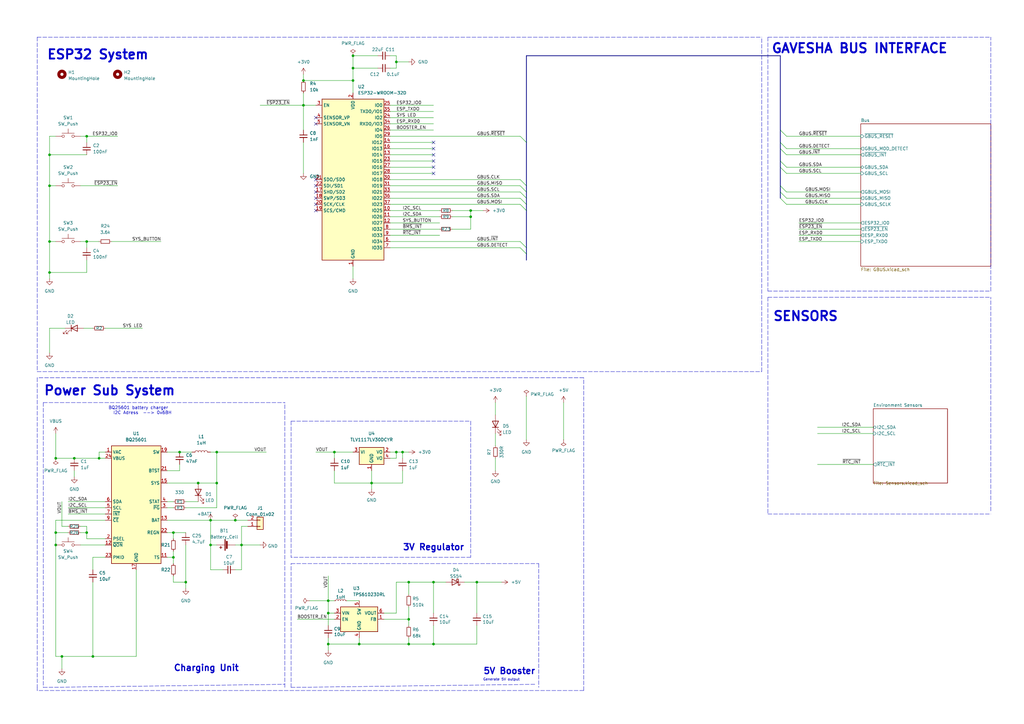
<source format=kicad_sch>
(kicad_sch (version 20211123) (generator eeschema)

  (uuid 9be88656-37a4-491f-b1e4-1d580964b02d)

  (paper "A3")

  (lib_symbols
    (symbol "Battery_Management:BQ25601" (in_bom yes) (on_board yes)
      (property "Reference" "U" (id 0) (at -8.89 26.67 0)
        (effects (font (size 1.27 1.27)))
      )
      (property "Value" "BQ25601" (id 1) (at 6.35 26.67 0)
        (effects (font (size 1.27 1.27)))
      )
      (property "Footprint" "Package_DFN_QFN:Texas_S-PWQFN-N24_EP2.7x2.7mm_ThermalVias" (id 2) (at 0 29.21 0)
        (effects (font (size 1.27 1.27)) hide)
      )
      (property "Datasheet" "http://www.ti.com/lit/ds/symlink/bq25601.pdf" (id 3) (at 0 35.56 0)
        (effects (font (size 1.27 1.27)) hide)
      )
      (property "ki_keywords" "LiPO charger" (id 4) (at 0 0 0)
        (effects (font (size 1.27 1.27)) hide)
      )
      (property "ki_description" "I2C Controlled 3A Single-Cell Battery Charger for High Input Voltage and Narrow Voltage DC Power Path Management, WQFN-32" (id 5) (at 0 0 0)
        (effects (font (size 1.27 1.27)) hide)
      )
      (property "ki_fp_filters" "Texas*S?PWQFN?N*EP*" (id 6) (at 0 0 0)
        (effects (font (size 1.27 1.27)) hide)
      )
      (symbol "BQ25601_0_1"
        (rectangle (start -10.16 -22.86) (end 10.16 25.4)
          (stroke (width 0.254) (type default) (color 0 0 0 0))
          (fill (type background))
        )
      )
      (symbol "BQ25601_1_1"
        (pin input line (at -12.7 22.86 0) (length 2.54)
          (name "VAC" (effects (font (size 1.27 1.27))))
          (number "1" (effects (font (size 1.27 1.27))))
        )
        (pin no_connect line (at -10.16 12.7 0) (length 2.54) hide
          (name "NC" (effects (font (size 1.27 1.27))))
          (number "10" (effects (font (size 1.27 1.27))))
        )
        (pin passive line (at 12.7 -20.32 180) (length 2.54)
          (name "TS" (effects (font (size 1.27 1.27))))
          (number "11" (effects (font (size 1.27 1.27))))
        )
        (pin input line (at -12.7 -15.24 0) (length 2.54)
          (name "~{QON}" (effects (font (size 1.27 1.27))))
          (number "12" (effects (font (size 1.27 1.27))))
        )
        (pin power_in line (at 12.7 -5.08 180) (length 2.54)
          (name "BAT" (effects (font (size 1.27 1.27))))
          (number "13" (effects (font (size 1.27 1.27))))
        )
        (pin passive line (at 12.7 -5.08 180) (length 2.54) hide
          (name "BAT" (effects (font (size 1.27 1.27))))
          (number "14" (effects (font (size 1.27 1.27))))
        )
        (pin passive line (at 12.7 10.16 180) (length 2.54)
          (name "SYS" (effects (font (size 1.27 1.27))))
          (number "15" (effects (font (size 1.27 1.27))))
        )
        (pin passive line (at 12.7 10.16 180) (length 2.54) hide
          (name "SYS" (effects (font (size 1.27 1.27))))
          (number "16" (effects (font (size 1.27 1.27))))
        )
        (pin power_in line (at 0 -25.4 90) (length 2.54)
          (name "GND" (effects (font (size 1.27 1.27))))
          (number "17" (effects (font (size 1.27 1.27))))
        )
        (pin passive line (at 0 -25.4 90) (length 2.54) hide
          (name "GND" (effects (font (size 1.27 1.27))))
          (number "18" (effects (font (size 1.27 1.27))))
        )
        (pin passive line (at 12.7 22.86 180) (length 2.54)
          (name "SW" (effects (font (size 1.27 1.27))))
          (number "19" (effects (font (size 1.27 1.27))))
        )
        (pin input line (at -12.7 -12.7 0) (length 2.54)
          (name "PSEL" (effects (font (size 1.27 1.27))))
          (number "2" (effects (font (size 1.27 1.27))))
        )
        (pin passive line (at 12.7 22.86 180) (length 2.54) hide
          (name "SW" (effects (font (size 1.27 1.27))))
          (number "20" (effects (font (size 1.27 1.27))))
        )
        (pin input line (at 12.7 15.24 180) (length 2.54)
          (name "BTST" (effects (font (size 1.27 1.27))))
          (number "21" (effects (font (size 1.27 1.27))))
        )
        (pin passive line (at 12.7 -10.16 180) (length 2.54)
          (name "REGN" (effects (font (size 1.27 1.27))))
          (number "22" (effects (font (size 1.27 1.27))))
        )
        (pin passive line (at -12.7 -20.32 0) (length 2.54)
          (name "PMID" (effects (font (size 1.27 1.27))))
          (number "23" (effects (font (size 1.27 1.27))))
        )
        (pin power_in line (at -12.7 20.32 0) (length 2.54)
          (name "VBUS" (effects (font (size 1.27 1.27))))
          (number "24" (effects (font (size 1.27 1.27))))
        )
        (pin passive line (at 0 -25.4 90) (length 2.54) hide
          (name "GND" (effects (font (size 1.27 1.27))))
          (number "25" (effects (font (size 1.27 1.27))))
        )
        (pin open_collector line (at 12.7 0 180) (length 2.54)
          (name "~{PG}" (effects (font (size 1.27 1.27))))
          (number "3" (effects (font (size 1.27 1.27))))
        )
        (pin open_collector line (at 12.7 2.54 180) (length 2.54)
          (name "STAT" (effects (font (size 1.27 1.27))))
          (number "4" (effects (font (size 1.27 1.27))))
        )
        (pin input line (at -12.7 0 0) (length 2.54)
          (name "SCL" (effects (font (size 1.27 1.27))))
          (number "5" (effects (font (size 1.27 1.27))))
        )
        (pin bidirectional line (at -12.7 2.54 0) (length 2.54)
          (name "SDA" (effects (font (size 1.27 1.27))))
          (number "6" (effects (font (size 1.27 1.27))))
        )
        (pin open_collector line (at -12.7 -2.54 0) (length 2.54)
          (name "~{INT}" (effects (font (size 1.27 1.27))))
          (number "7" (effects (font (size 1.27 1.27))))
        )
        (pin no_connect line (at -10.16 15.24 0) (length 2.54) hide
          (name "NC" (effects (font (size 1.27 1.27))))
          (number "8" (effects (font (size 1.27 1.27))))
        )
        (pin input line (at -12.7 -5.08 0) (length 2.54)
          (name "~{CE}" (effects (font (size 1.27 1.27))))
          (number "9" (effects (font (size 1.27 1.27))))
        )
      )
    )
    (symbol "Connector_Generic:Conn_01x02" (pin_names (offset 1.016) hide) (in_bom yes) (on_board yes)
      (property "Reference" "J" (id 0) (at 0 2.54 0)
        (effects (font (size 1.27 1.27)))
      )
      (property "Value" "Conn_01x02" (id 1) (at 0 -5.08 0)
        (effects (font (size 1.27 1.27)))
      )
      (property "Footprint" "" (id 2) (at 0 0 0)
        (effects (font (size 1.27 1.27)) hide)
      )
      (property "Datasheet" "~" (id 3) (at 0 0 0)
        (effects (font (size 1.27 1.27)) hide)
      )
      (property "ki_keywords" "connector" (id 4) (at 0 0 0)
        (effects (font (size 1.27 1.27)) hide)
      )
      (property "ki_description" "Generic connector, single row, 01x02, script generated (kicad-library-utils/schlib/autogen/connector/)" (id 5) (at 0 0 0)
        (effects (font (size 1.27 1.27)) hide)
      )
      (property "ki_fp_filters" "Connector*:*_1x??_*" (id 6) (at 0 0 0)
        (effects (font (size 1.27 1.27)) hide)
      )
      (symbol "Conn_01x02_1_1"
        (rectangle (start -1.27 -2.413) (end 0 -2.667)
          (stroke (width 0.1524) (type default) (color 0 0 0 0))
          (fill (type none))
        )
        (rectangle (start -1.27 0.127) (end 0 -0.127)
          (stroke (width 0.1524) (type default) (color 0 0 0 0))
          (fill (type none))
        )
        (rectangle (start -1.27 1.27) (end 1.27 -3.81)
          (stroke (width 0.254) (type default) (color 0 0 0 0))
          (fill (type background))
        )
        (pin passive line (at -5.08 0 0) (length 3.81)
          (name "Pin_1" (effects (font (size 1.27 1.27))))
          (number "1" (effects (font (size 1.27 1.27))))
        )
        (pin passive line (at -5.08 -2.54 0) (length 3.81)
          (name "Pin_2" (effects (font (size 1.27 1.27))))
          (number "2" (effects (font (size 1.27 1.27))))
        )
      )
    )
    (symbol "Device:Battery_Cell" (pin_numbers hide) (pin_names (offset 0) hide) (in_bom yes) (on_board yes)
      (property "Reference" "BT" (id 0) (at 2.54 2.54 0)
        (effects (font (size 1.27 1.27)) (justify left))
      )
      (property "Value" "Battery_Cell" (id 1) (at 2.54 0 0)
        (effects (font (size 1.27 1.27)) (justify left))
      )
      (property "Footprint" "" (id 2) (at 0 1.524 90)
        (effects (font (size 1.27 1.27)) hide)
      )
      (property "Datasheet" "~" (id 3) (at 0 1.524 90)
        (effects (font (size 1.27 1.27)) hide)
      )
      (property "ki_keywords" "battery cell" (id 4) (at 0 0 0)
        (effects (font (size 1.27 1.27)) hide)
      )
      (property "ki_description" "Single-cell battery" (id 5) (at 0 0 0)
        (effects (font (size 1.27 1.27)) hide)
      )
      (symbol "Battery_Cell_0_1"
        (rectangle (start -2.286 1.778) (end 2.286 1.524)
          (stroke (width 0) (type default) (color 0 0 0 0))
          (fill (type outline))
        )
        (rectangle (start -1.5748 1.1938) (end 1.4732 0.6858)
          (stroke (width 0) (type default) (color 0 0 0 0))
          (fill (type outline))
        )
        (polyline
          (pts
            (xy 0 0.762)
            (xy 0 0)
          )
          (stroke (width 0) (type default) (color 0 0 0 0))
          (fill (type none))
        )
        (polyline
          (pts
            (xy 0 1.778)
            (xy 0 2.54)
          )
          (stroke (width 0) (type default) (color 0 0 0 0))
          (fill (type none))
        )
        (polyline
          (pts
            (xy 0.508 3.429)
            (xy 1.524 3.429)
          )
          (stroke (width 0.254) (type default) (color 0 0 0 0))
          (fill (type none))
        )
        (polyline
          (pts
            (xy 1.016 3.937)
            (xy 1.016 2.921)
          )
          (stroke (width 0.254) (type default) (color 0 0 0 0))
          (fill (type none))
        )
      )
      (symbol "Battery_Cell_1_1"
        (pin passive line (at 0 5.08 270) (length 2.54)
          (name "+" (effects (font (size 1.27 1.27))))
          (number "1" (effects (font (size 1.27 1.27))))
        )
        (pin passive line (at 0 -2.54 90) (length 2.54)
          (name "-" (effects (font (size 1.27 1.27))))
          (number "2" (effects (font (size 1.27 1.27))))
        )
      )
    )
    (symbol "Device:C_Small" (pin_numbers hide) (pin_names (offset 0.254) hide) (in_bom yes) (on_board yes)
      (property "Reference" "C" (id 0) (at 0.254 1.778 0)
        (effects (font (size 1.27 1.27)) (justify left))
      )
      (property "Value" "C_Small" (id 1) (at 0.254 -2.032 0)
        (effects (font (size 1.27 1.27)) (justify left))
      )
      (property "Footprint" "" (id 2) (at 0 0 0)
        (effects (font (size 1.27 1.27)) hide)
      )
      (property "Datasheet" "~" (id 3) (at 0 0 0)
        (effects (font (size 1.27 1.27)) hide)
      )
      (property "ki_keywords" "capacitor cap" (id 4) (at 0 0 0)
        (effects (font (size 1.27 1.27)) hide)
      )
      (property "ki_description" "Unpolarized capacitor, small symbol" (id 5) (at 0 0 0)
        (effects (font (size 1.27 1.27)) hide)
      )
      (property "ki_fp_filters" "C_*" (id 6) (at 0 0 0)
        (effects (font (size 1.27 1.27)) hide)
      )
      (symbol "C_Small_0_1"
        (polyline
          (pts
            (xy -1.524 -0.508)
            (xy 1.524 -0.508)
          )
          (stroke (width 0.3302) (type default) (color 0 0 0 0))
          (fill (type none))
        )
        (polyline
          (pts
            (xy -1.524 0.508)
            (xy 1.524 0.508)
          )
          (stroke (width 0.3048) (type default) (color 0 0 0 0))
          (fill (type none))
        )
      )
      (symbol "C_Small_1_1"
        (pin passive line (at 0 2.54 270) (length 2.032)
          (name "~" (effects (font (size 1.27 1.27))))
          (number "1" (effects (font (size 1.27 1.27))))
        )
        (pin passive line (at 0 -2.54 90) (length 2.032)
          (name "~" (effects (font (size 1.27 1.27))))
          (number "2" (effects (font (size 1.27 1.27))))
        )
      )
    )
    (symbol "Device:L" (pin_numbers hide) (pin_names (offset 1.016) hide) (in_bom yes) (on_board yes)
      (property "Reference" "L" (id 0) (at -1.27 0 90)
        (effects (font (size 1.27 1.27)))
      )
      (property "Value" "L" (id 1) (at 1.905 0 90)
        (effects (font (size 1.27 1.27)))
      )
      (property "Footprint" "" (id 2) (at 0 0 0)
        (effects (font (size 1.27 1.27)) hide)
      )
      (property "Datasheet" "~" (id 3) (at 0 0 0)
        (effects (font (size 1.27 1.27)) hide)
      )
      (property "ki_keywords" "inductor choke coil reactor magnetic" (id 4) (at 0 0 0)
        (effects (font (size 1.27 1.27)) hide)
      )
      (property "ki_description" "Inductor" (id 5) (at 0 0 0)
        (effects (font (size 1.27 1.27)) hide)
      )
      (property "ki_fp_filters" "Choke_* *Coil* Inductor_* L_*" (id 6) (at 0 0 0)
        (effects (font (size 1.27 1.27)) hide)
      )
      (symbol "L_0_1"
        (arc (start 0 -2.54) (mid 0.635 -1.905) (end 0 -1.27)
          (stroke (width 0) (type default) (color 0 0 0 0))
          (fill (type none))
        )
        (arc (start 0 -1.27) (mid 0.635 -0.635) (end 0 0)
          (stroke (width 0) (type default) (color 0 0 0 0))
          (fill (type none))
        )
        (arc (start 0 0) (mid 0.635 0.635) (end 0 1.27)
          (stroke (width 0) (type default) (color 0 0 0 0))
          (fill (type none))
        )
        (arc (start 0 1.27) (mid 0.635 1.905) (end 0 2.54)
          (stroke (width 0) (type default) (color 0 0 0 0))
          (fill (type none))
        )
      )
      (symbol "L_1_1"
        (pin passive line (at 0 3.81 270) (length 1.27)
          (name "1" (effects (font (size 1.27 1.27))))
          (number "1" (effects (font (size 1.27 1.27))))
        )
        (pin passive line (at 0 -3.81 90) (length 1.27)
          (name "2" (effects (font (size 1.27 1.27))))
          (number "2" (effects (font (size 1.27 1.27))))
        )
      )
    )
    (symbol "Device:LED" (pin_numbers hide) (pin_names (offset 1.016) hide) (in_bom yes) (on_board yes)
      (property "Reference" "D" (id 0) (at 0 2.54 0)
        (effects (font (size 1.27 1.27)))
      )
      (property "Value" "LED" (id 1) (at 0 -2.54 0)
        (effects (font (size 1.27 1.27)))
      )
      (property "Footprint" "" (id 2) (at 0 0 0)
        (effects (font (size 1.27 1.27)) hide)
      )
      (property "Datasheet" "~" (id 3) (at 0 0 0)
        (effects (font (size 1.27 1.27)) hide)
      )
      (property "ki_keywords" "LED diode" (id 4) (at 0 0 0)
        (effects (font (size 1.27 1.27)) hide)
      )
      (property "ki_description" "Light emitting diode" (id 5) (at 0 0 0)
        (effects (font (size 1.27 1.27)) hide)
      )
      (property "ki_fp_filters" "LED* LED_SMD:* LED_THT:*" (id 6) (at 0 0 0)
        (effects (font (size 1.27 1.27)) hide)
      )
      (symbol "LED_0_1"
        (polyline
          (pts
            (xy -1.27 -1.27)
            (xy -1.27 1.27)
          )
          (stroke (width 0.254) (type default) (color 0 0 0 0))
          (fill (type none))
        )
        (polyline
          (pts
            (xy -1.27 0)
            (xy 1.27 0)
          )
          (stroke (width 0) (type default) (color 0 0 0 0))
          (fill (type none))
        )
        (polyline
          (pts
            (xy 1.27 -1.27)
            (xy 1.27 1.27)
            (xy -1.27 0)
            (xy 1.27 -1.27)
          )
          (stroke (width 0.254) (type default) (color 0 0 0 0))
          (fill (type none))
        )
        (polyline
          (pts
            (xy -3.048 -0.762)
            (xy -4.572 -2.286)
            (xy -3.81 -2.286)
            (xy -4.572 -2.286)
            (xy -4.572 -1.524)
          )
          (stroke (width 0) (type default) (color 0 0 0 0))
          (fill (type none))
        )
        (polyline
          (pts
            (xy -1.778 -0.762)
            (xy -3.302 -2.286)
            (xy -2.54 -2.286)
            (xy -3.302 -2.286)
            (xy -3.302 -1.524)
          )
          (stroke (width 0) (type default) (color 0 0 0 0))
          (fill (type none))
        )
      )
      (symbol "LED_1_1"
        (pin passive line (at -3.81 0 0) (length 2.54)
          (name "K" (effects (font (size 1.27 1.27))))
          (number "1" (effects (font (size 1.27 1.27))))
        )
        (pin passive line (at 3.81 0 180) (length 2.54)
          (name "A" (effects (font (size 1.27 1.27))))
          (number "2" (effects (font (size 1.27 1.27))))
        )
      )
    )
    (symbol "Device:L_Small" (pin_numbers hide) (pin_names (offset 0.254) hide) (in_bom yes) (on_board yes)
      (property "Reference" "L" (id 0) (at 0.762 1.016 0)
        (effects (font (size 1.27 1.27)) (justify left))
      )
      (property "Value" "L_Small" (id 1) (at 0.762 -1.016 0)
        (effects (font (size 1.27 1.27)) (justify left))
      )
      (property "Footprint" "" (id 2) (at 0 0 0)
        (effects (font (size 1.27 1.27)) hide)
      )
      (property "Datasheet" "~" (id 3) (at 0 0 0)
        (effects (font (size 1.27 1.27)) hide)
      )
      (property "ki_keywords" "inductor choke coil reactor magnetic" (id 4) (at 0 0 0)
        (effects (font (size 1.27 1.27)) hide)
      )
      (property "ki_description" "Inductor, small symbol" (id 5) (at 0 0 0)
        (effects (font (size 1.27 1.27)) hide)
      )
      (property "ki_fp_filters" "Choke_* *Coil* Inductor_* L_*" (id 6) (at 0 0 0)
        (effects (font (size 1.27 1.27)) hide)
      )
      (symbol "L_Small_0_1"
        (arc (start 0 -2.032) (mid 0.508 -1.524) (end 0 -1.016)
          (stroke (width 0) (type default) (color 0 0 0 0))
          (fill (type none))
        )
        (arc (start 0 -1.016) (mid 0.508 -0.508) (end 0 0)
          (stroke (width 0) (type default) (color 0 0 0 0))
          (fill (type none))
        )
        (arc (start 0 0) (mid 0.508 0.508) (end 0 1.016)
          (stroke (width 0) (type default) (color 0 0 0 0))
          (fill (type none))
        )
        (arc (start 0 1.016) (mid 0.508 1.524) (end 0 2.032)
          (stroke (width 0) (type default) (color 0 0 0 0))
          (fill (type none))
        )
      )
      (symbol "L_Small_1_1"
        (pin passive line (at 0 2.54 270) (length 0.508)
          (name "~" (effects (font (size 1.27 1.27))))
          (number "1" (effects (font (size 1.27 1.27))))
        )
        (pin passive line (at 0 -2.54 90) (length 0.508)
          (name "~" (effects (font (size 1.27 1.27))))
          (number "2" (effects (font (size 1.27 1.27))))
        )
      )
    )
    (symbol "Device:R_Small" (pin_numbers hide) (pin_names (offset 0.254) hide) (in_bom yes) (on_board yes)
      (property "Reference" "R" (id 0) (at 0.762 0.508 0)
        (effects (font (size 1.27 1.27)) (justify left))
      )
      (property "Value" "R_Small" (id 1) (at 0.762 -1.016 0)
        (effects (font (size 1.27 1.27)) (justify left))
      )
      (property "Footprint" "" (id 2) (at 0 0 0)
        (effects (font (size 1.27 1.27)) hide)
      )
      (property "Datasheet" "~" (id 3) (at 0 0 0)
        (effects (font (size 1.27 1.27)) hide)
      )
      (property "ki_keywords" "R resistor" (id 4) (at 0 0 0)
        (effects (font (size 1.27 1.27)) hide)
      )
      (property "ki_description" "Resistor, small symbol" (id 5) (at 0 0 0)
        (effects (font (size 1.27 1.27)) hide)
      )
      (property "ki_fp_filters" "R_*" (id 6) (at 0 0 0)
        (effects (font (size 1.27 1.27)) hide)
      )
      (symbol "R_Small_0_1"
        (rectangle (start -0.762 1.778) (end 0.762 -1.778)
          (stroke (width 0.2032) (type default) (color 0 0 0 0))
          (fill (type none))
        )
      )
      (symbol "R_Small_1_1"
        (pin passive line (at 0 2.54 270) (length 0.762)
          (name "~" (effects (font (size 1.27 1.27))))
          (number "1" (effects (font (size 1.27 1.27))))
        )
        (pin passive line (at 0 -2.54 90) (length 0.762)
          (name "~" (effects (font (size 1.27 1.27))))
          (number "2" (effects (font (size 1.27 1.27))))
        )
      )
    )
    (symbol "Diode:B160-E3" (pin_numbers hide) (pin_names hide) (in_bom yes) (on_board yes)
      (property "Reference" "D" (id 0) (at 0 2.54 0)
        (effects (font (size 1.27 1.27)))
      )
      (property "Value" "B160-E3" (id 1) (at 0 -2.54 0)
        (effects (font (size 1.27 1.27)))
      )
      (property "Footprint" "Diode_SMD:D_SMA" (id 2) (at 0 -4.445 0)
        (effects (font (size 1.27 1.27)) hide)
      )
      (property "Datasheet" "http://www.vishay.com/docs/88946/b120.pdf" (id 3) (at 0 0 0)
        (effects (font (size 1.27 1.27)) hide)
      )
      (property "ki_keywords" "diode Schottky" (id 4) (at 0 0 0)
        (effects (font (size 1.27 1.27)) hide)
      )
      (property "ki_description" "60V 1A Schottky Barrier Rectifier Diode, SMA(DO-214AC)" (id 5) (at 0 0 0)
        (effects (font (size 1.27 1.27)) hide)
      )
      (property "ki_fp_filters" "D*SMA*" (id 6) (at 0 0 0)
        (effects (font (size 1.27 1.27)) hide)
      )
      (symbol "B160-E3_0_1"
        (polyline
          (pts
            (xy 1.27 0)
            (xy -1.27 0)
          )
          (stroke (width 0) (type default) (color 0 0 0 0))
          (fill (type none))
        )
        (polyline
          (pts
            (xy 1.27 1.27)
            (xy 1.27 -1.27)
            (xy -1.27 0)
            (xy 1.27 1.27)
          )
          (stroke (width 0.254) (type default) (color 0 0 0 0))
          (fill (type none))
        )
        (polyline
          (pts
            (xy -1.905 0.635)
            (xy -1.905 1.27)
            (xy -1.27 1.27)
            (xy -1.27 -1.27)
            (xy -0.635 -1.27)
            (xy -0.635 -0.635)
          )
          (stroke (width 0.254) (type default) (color 0 0 0 0))
          (fill (type none))
        )
      )
      (symbol "B160-E3_1_1"
        (pin passive line (at -3.81 0 0) (length 2.54)
          (name "K" (effects (font (size 1.27 1.27))))
          (number "1" (effects (font (size 1.27 1.27))))
        )
        (pin passive line (at 3.81 0 180) (length 2.54)
          (name "A" (effects (font (size 1.27 1.27))))
          (number "2" (effects (font (size 1.27 1.27))))
        )
      )
    )
    (symbol "LDO:TLV1117LV30DCYR" (in_bom yes) (on_board yes)
      (property "Reference" "U4" (id 0) (at 0 7.62 0)
        (effects (font (size 1.27 1.27)))
      )
      (property "Value" "TLV1117LV30DCYR" (id 1) (at 0 5.08 0)
        (effects (font (size 1.27 1.27)))
      )
      (property "Footprint" "Package_TO_SOT_SMD:SOT-223" (id 2) (at 0 12.7 0)
        (effects (font (size 1.27 1.27)) hide)
      )
      (property "Datasheet" "" (id 3) (at 0 0 0)
        (effects (font (size 1.27 1.27)) hide)
      )
      (symbol "TLV1117LV30DCYR_0_1"
        (rectangle (start -5.08 -5.08) (end 5.08 1.905)
          (stroke (width 0.254) (type default) (color 0 0 0 0))
          (fill (type background))
        )
      )
      (symbol "TLV1117LV30DCYR_1_1"
        (pin power_in line (at 0 -7.62 90) (length 2.54)
          (name "GND" (effects (font (size 1.27 1.27))))
          (number "1" (effects (font (size 1.27 1.27))))
        )
        (pin power_out line (at 7.62 0 180) (length 2.54)
          (name "VO" (effects (font (size 1.27 1.27))))
          (number "2" (effects (font (size 1.27 1.27))))
        )
        (pin power_in line (at -7.62 0 0) (length 2.54)
          (name "VI" (effects (font (size 1.27 1.27))))
          (number "3" (effects (font (size 1.27 1.27))))
        )
        (pin power_out line (at 7.62 -2.54 180) (length 2.54)
          (name "VO" (effects (font (size 1.27 1.27))))
          (number "4" (effects (font (size 1.27 1.27))))
        )
      )
    )
    (symbol "Mechanical:MountingHole" (pin_names (offset 1.016)) (in_bom yes) (on_board yes)
      (property "Reference" "H" (id 0) (at 0 5.08 0)
        (effects (font (size 1.27 1.27)))
      )
      (property "Value" "MountingHole" (id 1) (at 0 3.175 0)
        (effects (font (size 1.27 1.27)))
      )
      (property "Footprint" "" (id 2) (at 0 0 0)
        (effects (font (size 1.27 1.27)) hide)
      )
      (property "Datasheet" "~" (id 3) (at 0 0 0)
        (effects (font (size 1.27 1.27)) hide)
      )
      (property "ki_keywords" "mounting hole" (id 4) (at 0 0 0)
        (effects (font (size 1.27 1.27)) hide)
      )
      (property "ki_description" "Mounting Hole without connection" (id 5) (at 0 0 0)
        (effects (font (size 1.27 1.27)) hide)
      )
      (property "ki_fp_filters" "MountingHole*" (id 6) (at 0 0 0)
        (effects (font (size 1.27 1.27)) hide)
      )
      (symbol "MountingHole_0_1"
        (circle (center 0 0) (radius 1.27)
          (stroke (width 1.27) (type default) (color 0 0 0 0))
          (fill (type none))
        )
      )
    )
    (symbol "RF_Module:ESP32-WROOM-32D" (in_bom yes) (on_board yes)
      (property "Reference" "U" (id 0) (at -12.7 34.29 0)
        (effects (font (size 1.27 1.27)) (justify left))
      )
      (property "Value" "ESP32-WROOM-32D" (id 1) (at 1.27 34.29 0)
        (effects (font (size 1.27 1.27)) (justify left))
      )
      (property "Footprint" "RF_Module:ESP32-WROOM-32" (id 2) (at 0 -38.1 0)
        (effects (font (size 1.27 1.27)) hide)
      )
      (property "Datasheet" "https://www.espressif.com/sites/default/files/documentation/esp32-wroom-32d_esp32-wroom-32u_datasheet_en.pdf" (id 3) (at -7.62 1.27 0)
        (effects (font (size 1.27 1.27)) hide)
      )
      (property "ki_keywords" "RF Radio BT ESP ESP32 Espressif onboard PCB antenna" (id 4) (at 0 0 0)
        (effects (font (size 1.27 1.27)) hide)
      )
      (property "ki_description" "RF Module, ESP32-D0WD SoC, Wi-Fi 802.11b/g/n, Bluetooth, BLE, 32-bit, 2.7-3.6V, onboard antenna, SMD" (id 5) (at 0 0 0)
        (effects (font (size 1.27 1.27)) hide)
      )
      (property "ki_fp_filters" "ESP32?WROOM?32*" (id 6) (at 0 0 0)
        (effects (font (size 1.27 1.27)) hide)
      )
      (symbol "ESP32-WROOM-32D_0_1"
        (rectangle (start -12.7 33.02) (end 12.7 -33.02)
          (stroke (width 0.254) (type default) (color 0 0 0 0))
          (fill (type background))
        )
      )
      (symbol "ESP32-WROOM-32D_1_1"
        (pin power_in line (at 0 -35.56 90) (length 2.54)
          (name "GND" (effects (font (size 1.27 1.27))))
          (number "1" (effects (font (size 1.27 1.27))))
        )
        (pin bidirectional line (at 15.24 -12.7 180) (length 2.54)
          (name "IO25" (effects (font (size 1.27 1.27))))
          (number "10" (effects (font (size 1.27 1.27))))
        )
        (pin bidirectional line (at 15.24 -15.24 180) (length 2.54)
          (name "IO26" (effects (font (size 1.27 1.27))))
          (number "11" (effects (font (size 1.27 1.27))))
        )
        (pin bidirectional line (at 15.24 -17.78 180) (length 2.54)
          (name "IO27" (effects (font (size 1.27 1.27))))
          (number "12" (effects (font (size 1.27 1.27))))
        )
        (pin bidirectional line (at 15.24 10.16 180) (length 2.54)
          (name "IO14" (effects (font (size 1.27 1.27))))
          (number "13" (effects (font (size 1.27 1.27))))
        )
        (pin bidirectional line (at 15.24 15.24 180) (length 2.54)
          (name "IO12" (effects (font (size 1.27 1.27))))
          (number "14" (effects (font (size 1.27 1.27))))
        )
        (pin passive line (at 0 -35.56 90) (length 2.54) hide
          (name "GND" (effects (font (size 1.27 1.27))))
          (number "15" (effects (font (size 1.27 1.27))))
        )
        (pin bidirectional line (at 15.24 12.7 180) (length 2.54)
          (name "IO13" (effects (font (size 1.27 1.27))))
          (number "16" (effects (font (size 1.27 1.27))))
        )
        (pin bidirectional line (at -15.24 -5.08 0) (length 2.54)
          (name "SHD/SD2" (effects (font (size 1.27 1.27))))
          (number "17" (effects (font (size 1.27 1.27))))
        )
        (pin bidirectional line (at -15.24 -7.62 0) (length 2.54)
          (name "SWP/SD3" (effects (font (size 1.27 1.27))))
          (number "18" (effects (font (size 1.27 1.27))))
        )
        (pin bidirectional line (at -15.24 -12.7 0) (length 2.54)
          (name "SCS/CMD" (effects (font (size 1.27 1.27))))
          (number "19" (effects (font (size 1.27 1.27))))
        )
        (pin power_in line (at 0 35.56 270) (length 2.54)
          (name "VDD" (effects (font (size 1.27 1.27))))
          (number "2" (effects (font (size 1.27 1.27))))
        )
        (pin bidirectional line (at -15.24 -10.16 0) (length 2.54)
          (name "SCK/CLK" (effects (font (size 1.27 1.27))))
          (number "20" (effects (font (size 1.27 1.27))))
        )
        (pin bidirectional line (at -15.24 0 0) (length 2.54)
          (name "SDO/SD0" (effects (font (size 1.27 1.27))))
          (number "21" (effects (font (size 1.27 1.27))))
        )
        (pin bidirectional line (at -15.24 -2.54 0) (length 2.54)
          (name "SDI/SD1" (effects (font (size 1.27 1.27))))
          (number "22" (effects (font (size 1.27 1.27))))
        )
        (pin bidirectional line (at 15.24 7.62 180) (length 2.54)
          (name "IO15" (effects (font (size 1.27 1.27))))
          (number "23" (effects (font (size 1.27 1.27))))
        )
        (pin bidirectional line (at 15.24 25.4 180) (length 2.54)
          (name "IO2" (effects (font (size 1.27 1.27))))
          (number "24" (effects (font (size 1.27 1.27))))
        )
        (pin bidirectional line (at 15.24 30.48 180) (length 2.54)
          (name "IO0" (effects (font (size 1.27 1.27))))
          (number "25" (effects (font (size 1.27 1.27))))
        )
        (pin bidirectional line (at 15.24 20.32 180) (length 2.54)
          (name "IO4" (effects (font (size 1.27 1.27))))
          (number "26" (effects (font (size 1.27 1.27))))
        )
        (pin bidirectional line (at 15.24 5.08 180) (length 2.54)
          (name "IO16" (effects (font (size 1.27 1.27))))
          (number "27" (effects (font (size 1.27 1.27))))
        )
        (pin bidirectional line (at 15.24 2.54 180) (length 2.54)
          (name "IO17" (effects (font (size 1.27 1.27))))
          (number "28" (effects (font (size 1.27 1.27))))
        )
        (pin bidirectional line (at 15.24 17.78 180) (length 2.54)
          (name "IO5" (effects (font (size 1.27 1.27))))
          (number "29" (effects (font (size 1.27 1.27))))
        )
        (pin input line (at -15.24 30.48 0) (length 2.54)
          (name "EN" (effects (font (size 1.27 1.27))))
          (number "3" (effects (font (size 1.27 1.27))))
        )
        (pin bidirectional line (at 15.24 0 180) (length 2.54)
          (name "IO18" (effects (font (size 1.27 1.27))))
          (number "30" (effects (font (size 1.27 1.27))))
        )
        (pin bidirectional line (at 15.24 -2.54 180) (length 2.54)
          (name "IO19" (effects (font (size 1.27 1.27))))
          (number "31" (effects (font (size 1.27 1.27))))
        )
        (pin no_connect line (at -12.7 -27.94 0) (length 2.54) hide
          (name "NC" (effects (font (size 1.27 1.27))))
          (number "32" (effects (font (size 1.27 1.27))))
        )
        (pin bidirectional line (at 15.24 -5.08 180) (length 2.54)
          (name "IO21" (effects (font (size 1.27 1.27))))
          (number "33" (effects (font (size 1.27 1.27))))
        )
        (pin bidirectional line (at 15.24 22.86 180) (length 2.54)
          (name "RXD0/IO3" (effects (font (size 1.27 1.27))))
          (number "34" (effects (font (size 1.27 1.27))))
        )
        (pin bidirectional line (at 15.24 27.94 180) (length 2.54)
          (name "TXD0/IO1" (effects (font (size 1.27 1.27))))
          (number "35" (effects (font (size 1.27 1.27))))
        )
        (pin bidirectional line (at 15.24 -7.62 180) (length 2.54)
          (name "IO22" (effects (font (size 1.27 1.27))))
          (number "36" (effects (font (size 1.27 1.27))))
        )
        (pin bidirectional line (at 15.24 -10.16 180) (length 2.54)
          (name "IO23" (effects (font (size 1.27 1.27))))
          (number "37" (effects (font (size 1.27 1.27))))
        )
        (pin passive line (at 0 -35.56 90) (length 2.54) hide
          (name "GND" (effects (font (size 1.27 1.27))))
          (number "38" (effects (font (size 1.27 1.27))))
        )
        (pin passive line (at 0 -35.56 90) (length 2.54) hide
          (name "GND" (effects (font (size 1.27 1.27))))
          (number "39" (effects (font (size 1.27 1.27))))
        )
        (pin input line (at -15.24 25.4 0) (length 2.54)
          (name "SENSOR_VP" (effects (font (size 1.27 1.27))))
          (number "4" (effects (font (size 1.27 1.27))))
        )
        (pin input line (at -15.24 22.86 0) (length 2.54)
          (name "SENSOR_VN" (effects (font (size 1.27 1.27))))
          (number "5" (effects (font (size 1.27 1.27))))
        )
        (pin input line (at 15.24 -25.4 180) (length 2.54)
          (name "IO34" (effects (font (size 1.27 1.27))))
          (number "6" (effects (font (size 1.27 1.27))))
        )
        (pin input line (at 15.24 -27.94 180) (length 2.54)
          (name "IO35" (effects (font (size 1.27 1.27))))
          (number "7" (effects (font (size 1.27 1.27))))
        )
        (pin bidirectional line (at 15.24 -20.32 180) (length 2.54)
          (name "IO32" (effects (font (size 1.27 1.27))))
          (number "8" (effects (font (size 1.27 1.27))))
        )
        (pin bidirectional line (at 15.24 -22.86 180) (length 2.54)
          (name "IO33" (effects (font (size 1.27 1.27))))
          (number "9" (effects (font (size 1.27 1.27))))
        )
      )
    )
    (symbol "Switch:SW_Push" (pin_numbers hide) (pin_names (offset 1.016) hide) (in_bom yes) (on_board yes)
      (property "Reference" "SW" (id 0) (at 1.27 2.54 0)
        (effects (font (size 1.27 1.27)) (justify left))
      )
      (property "Value" "SW_Push" (id 1) (at 0 -1.524 0)
        (effects (font (size 1.27 1.27)))
      )
      (property "Footprint" "" (id 2) (at 0 5.08 0)
        (effects (font (size 1.27 1.27)) hide)
      )
      (property "Datasheet" "~" (id 3) (at 0 5.08 0)
        (effects (font (size 1.27 1.27)) hide)
      )
      (property "ki_keywords" "switch normally-open pushbutton push-button" (id 4) (at 0 0 0)
        (effects (font (size 1.27 1.27)) hide)
      )
      (property "ki_description" "Push button switch, generic, two pins" (id 5) (at 0 0 0)
        (effects (font (size 1.27 1.27)) hide)
      )
      (symbol "SW_Push_0_1"
        (circle (center -2.032 0) (radius 0.508)
          (stroke (width 0) (type default) (color 0 0 0 0))
          (fill (type none))
        )
        (polyline
          (pts
            (xy 0 1.27)
            (xy 0 3.048)
          )
          (stroke (width 0) (type default) (color 0 0 0 0))
          (fill (type none))
        )
        (polyline
          (pts
            (xy 2.54 1.27)
            (xy -2.54 1.27)
          )
          (stroke (width 0) (type default) (color 0 0 0 0))
          (fill (type none))
        )
        (circle (center 2.032 0) (radius 0.508)
          (stroke (width 0) (type default) (color 0 0 0 0))
          (fill (type none))
        )
        (pin passive line (at -5.08 0 0) (length 2.54)
          (name "1" (effects (font (size 1.27 1.27))))
          (number "1" (effects (font (size 1.27 1.27))))
        )
        (pin passive line (at 5.08 0 180) (length 2.54)
          (name "2" (effects (font (size 1.27 1.27))))
          (number "2" (effects (font (size 1.27 1.27))))
        )
      )
    )
    (symbol "TI_Power:TPS61023DRL" (in_bom yes) (on_board yes)
      (property "Reference" "U" (id 0) (at 5.08 -7.62 0)
        (effects (font (size 1.27 1.27)))
      )
      (property "Value" "TPS61023DRL" (id 1) (at 10.16 -10.16 0)
        (effects (font (size 1.27 1.27)))
      )
      (property "Footprint" "Texas_Instruments:DRL0006A" (id 2) (at 0 0 0)
        (effects (font (size 1.27 1.27)) hide)
      )
      (property "Datasheet" "" (id 3) (at 0 0 0)
        (effects (font (size 1.27 1.27)) hide)
      )
      (property "ki_description" "3.7-A Boost Converter with 0.5-V Ultra-low Input Voltage" (id 4) (at 0 0 0)
        (effects (font (size 1.27 1.27)) hide)
      )
      (symbol "TPS61023DRL_0_1"
        (rectangle (start -7.62 5.08) (end 7.62 -5.08)
          (stroke (width 0.254) (type default) (color 0 0 0 0))
          (fill (type background))
        )
      )
      (symbol "TPS61023DRL_1_1"
        (pin input line (at 10.16 0 180) (length 2.54)
          (name "FB" (effects (font (size 1.27 1.27))))
          (number "1" (effects (font (size 1.27 1.27))))
        )
        (pin input line (at -10.16 0 0) (length 2.54)
          (name "EN" (effects (font (size 1.27 1.27))))
          (number "2" (effects (font (size 1.27 1.27))))
        )
        (pin power_in line (at -10.16 2.54 0) (length 2.54)
          (name "VIN" (effects (font (size 1.27 1.27))))
          (number "3" (effects (font (size 1.27 1.27))))
        )
        (pin power_in line (at 0 -7.62 90) (length 2.54)
          (name "GND" (effects (font (size 1.27 1.27))))
          (number "4" (effects (font (size 1.27 1.27))))
        )
        (pin passive line (at 0 7.62 270) (length 2.54)
          (name "SW" (effects (font (size 1.27 1.27))))
          (number "5" (effects (font (size 1.27 1.27))))
        )
        (pin power_out line (at 10.16 2.54 180) (length 2.54)
          (name "VOUT" (effects (font (size 1.27 1.27))))
          (number "6" (effects (font (size 1.27 1.27))))
        )
      )
    )
    (symbol "power:+3V0" (power) (pin_names (offset 0)) (in_bom yes) (on_board yes)
      (property "Reference" "#PWR" (id 0) (at 0 -3.81 0)
        (effects (font (size 1.27 1.27)) hide)
      )
      (property "Value" "+3V0" (id 1) (at 0 3.556 0)
        (effects (font (size 1.27 1.27)))
      )
      (property "Footprint" "" (id 2) (at 0 0 0)
        (effects (font (size 1.27 1.27)) hide)
      )
      (property "Datasheet" "" (id 3) (at 0 0 0)
        (effects (font (size 1.27 1.27)) hide)
      )
      (property "ki_keywords" "power-flag" (id 4) (at 0 0 0)
        (effects (font (size 1.27 1.27)) hide)
      )
      (property "ki_description" "Power symbol creates a global label with name \"+3V0\"" (id 5) (at 0 0 0)
        (effects (font (size 1.27 1.27)) hide)
      )
      (symbol "+3V0_0_1"
        (polyline
          (pts
            (xy -0.762 1.27)
            (xy 0 2.54)
          )
          (stroke (width 0) (type default) (color 0 0 0 0))
          (fill (type none))
        )
        (polyline
          (pts
            (xy 0 0)
            (xy 0 2.54)
          )
          (stroke (width 0) (type default) (color 0 0 0 0))
          (fill (type none))
        )
        (polyline
          (pts
            (xy 0 2.54)
            (xy 0.762 1.27)
          )
          (stroke (width 0) (type default) (color 0 0 0 0))
          (fill (type none))
        )
      )
      (symbol "+3V0_1_1"
        (pin power_in line (at 0 0 90) (length 0) hide
          (name "+3V0" (effects (font (size 1.27 1.27))))
          (number "1" (effects (font (size 1.27 1.27))))
        )
      )
    )
    (symbol "power:+5V" (power) (pin_names (offset 0)) (in_bom yes) (on_board yes)
      (property "Reference" "#PWR" (id 0) (at 0 -3.81 0)
        (effects (font (size 1.27 1.27)) hide)
      )
      (property "Value" "+5V" (id 1) (at 0 3.556 0)
        (effects (font (size 1.27 1.27)))
      )
      (property "Footprint" "" (id 2) (at 0 0 0)
        (effects (font (size 1.27 1.27)) hide)
      )
      (property "Datasheet" "" (id 3) (at 0 0 0)
        (effects (font (size 1.27 1.27)) hide)
      )
      (property "ki_keywords" "power-flag" (id 4) (at 0 0 0)
        (effects (font (size 1.27 1.27)) hide)
      )
      (property "ki_description" "Power symbol creates a global label with name \"+5V\"" (id 5) (at 0 0 0)
        (effects (font (size 1.27 1.27)) hide)
      )
      (symbol "+5V_0_1"
        (polyline
          (pts
            (xy -0.762 1.27)
            (xy 0 2.54)
          )
          (stroke (width 0) (type default) (color 0 0 0 0))
          (fill (type none))
        )
        (polyline
          (pts
            (xy 0 0)
            (xy 0 2.54)
          )
          (stroke (width 0) (type default) (color 0 0 0 0))
          (fill (type none))
        )
        (polyline
          (pts
            (xy 0 2.54)
            (xy 0.762 1.27)
          )
          (stroke (width 0) (type default) (color 0 0 0 0))
          (fill (type none))
        )
      )
      (symbol "+5V_1_1"
        (pin power_in line (at 0 0 90) (length 0) hide
          (name "+5V" (effects (font (size 1.27 1.27))))
          (number "1" (effects (font (size 1.27 1.27))))
        )
      )
    )
    (symbol "power:+BATT" (power) (pin_names (offset 0)) (in_bom yes) (on_board yes)
      (property "Reference" "#PWR" (id 0) (at 0 -3.81 0)
        (effects (font (size 1.27 1.27)) hide)
      )
      (property "Value" "+BATT" (id 1) (at 0 3.556 0)
        (effects (font (size 1.27 1.27)))
      )
      (property "Footprint" "" (id 2) (at 0 0 0)
        (effects (font (size 1.27 1.27)) hide)
      )
      (property "Datasheet" "" (id 3) (at 0 0 0)
        (effects (font (size 1.27 1.27)) hide)
      )
      (property "ki_keywords" "power-flag battery" (id 4) (at 0 0 0)
        (effects (font (size 1.27 1.27)) hide)
      )
      (property "ki_description" "Power symbol creates a global label with name \"+BATT\"" (id 5) (at 0 0 0)
        (effects (font (size 1.27 1.27)) hide)
      )
      (symbol "+BATT_0_1"
        (polyline
          (pts
            (xy -0.762 1.27)
            (xy 0 2.54)
          )
          (stroke (width 0) (type default) (color 0 0 0 0))
          (fill (type none))
        )
        (polyline
          (pts
            (xy 0 0)
            (xy 0 2.54)
          )
          (stroke (width 0) (type default) (color 0 0 0 0))
          (fill (type none))
        )
        (polyline
          (pts
            (xy 0 2.54)
            (xy 0.762 1.27)
          )
          (stroke (width 0) (type default) (color 0 0 0 0))
          (fill (type none))
        )
      )
      (symbol "+BATT_1_1"
        (pin power_in line (at 0 0 90) (length 0) hide
          (name "+BATT" (effects (font (size 1.27 1.27))))
          (number "1" (effects (font (size 1.27 1.27))))
        )
      )
    )
    (symbol "power:GND" (power) (pin_names (offset 0)) (in_bom yes) (on_board yes)
      (property "Reference" "#PWR" (id 0) (at 0 -6.35 0)
        (effects (font (size 1.27 1.27)) hide)
      )
      (property "Value" "GND" (id 1) (at 0 -3.81 0)
        (effects (font (size 1.27 1.27)))
      )
      (property "Footprint" "" (id 2) (at 0 0 0)
        (effects (font (size 1.27 1.27)) hide)
      )
      (property "Datasheet" "" (id 3) (at 0 0 0)
        (effects (font (size 1.27 1.27)) hide)
      )
      (property "ki_keywords" "power-flag" (id 4) (at 0 0 0)
        (effects (font (size 1.27 1.27)) hide)
      )
      (property "ki_description" "Power symbol creates a global label with name \"GND\" , ground" (id 5) (at 0 0 0)
        (effects (font (size 1.27 1.27)) hide)
      )
      (symbol "GND_0_1"
        (polyline
          (pts
            (xy 0 0)
            (xy 0 -1.27)
            (xy 1.27 -1.27)
            (xy 0 -2.54)
            (xy -1.27 -1.27)
            (xy 0 -1.27)
          )
          (stroke (width 0) (type default) (color 0 0 0 0))
          (fill (type none))
        )
      )
      (symbol "GND_1_1"
        (pin power_in line (at 0 0 270) (length 0) hide
          (name "GND" (effects (font (size 1.27 1.27))))
          (number "1" (effects (font (size 1.27 1.27))))
        )
      )
    )
    (symbol "power:PWR_FLAG" (power) (pin_numbers hide) (pin_names (offset 0) hide) (in_bom yes) (on_board yes)
      (property "Reference" "#FLG" (id 0) (at 0 1.905 0)
        (effects (font (size 1.27 1.27)) hide)
      )
      (property "Value" "PWR_FLAG" (id 1) (at 0 3.81 0)
        (effects (font (size 1.27 1.27)))
      )
      (property "Footprint" "" (id 2) (at 0 0 0)
        (effects (font (size 1.27 1.27)) hide)
      )
      (property "Datasheet" "~" (id 3) (at 0 0 0)
        (effects (font (size 1.27 1.27)) hide)
      )
      (property "ki_keywords" "power-flag" (id 4) (at 0 0 0)
        (effects (font (size 1.27 1.27)) hide)
      )
      (property "ki_description" "Special symbol for telling ERC where power comes from" (id 5) (at 0 0 0)
        (effects (font (size 1.27 1.27)) hide)
      )
      (symbol "PWR_FLAG_0_0"
        (pin power_out line (at 0 0 90) (length 0)
          (name "pwr" (effects (font (size 1.27 1.27))))
          (number "1" (effects (font (size 1.27 1.27))))
        )
      )
      (symbol "PWR_FLAG_0_1"
        (polyline
          (pts
            (xy 0 0)
            (xy 0 1.27)
            (xy -1.016 1.905)
            (xy 0 2.54)
            (xy 1.016 1.905)
            (xy 0 1.27)
          )
          (stroke (width 0) (type default) (color 0 0 0 0))
          (fill (type none))
        )
      )
    )
    (symbol "power:VBUS" (power) (pin_names (offset 0)) (in_bom yes) (on_board yes)
      (property "Reference" "#PWR" (id 0) (at 0 -3.81 0)
        (effects (font (size 1.27 1.27)) hide)
      )
      (property "Value" "VBUS" (id 1) (at 0 3.81 0)
        (effects (font (size 1.27 1.27)))
      )
      (property "Footprint" "" (id 2) (at 0 0 0)
        (effects (font (size 1.27 1.27)) hide)
      )
      (property "Datasheet" "" (id 3) (at 0 0 0)
        (effects (font (size 1.27 1.27)) hide)
      )
      (property "ki_keywords" "power-flag" (id 4) (at 0 0 0)
        (effects (font (size 1.27 1.27)) hide)
      )
      (property "ki_description" "Power symbol creates a global label with name \"VBUS\"" (id 5) (at 0 0 0)
        (effects (font (size 1.27 1.27)) hide)
      )
      (symbol "VBUS_0_1"
        (polyline
          (pts
            (xy -0.762 1.27)
            (xy 0 2.54)
          )
          (stroke (width 0) (type default) (color 0 0 0 0))
          (fill (type none))
        )
        (polyline
          (pts
            (xy 0 0)
            (xy 0 2.54)
          )
          (stroke (width 0) (type default) (color 0 0 0 0))
          (fill (type none))
        )
        (polyline
          (pts
            (xy 0 2.54)
            (xy 0.762 1.27)
          )
          (stroke (width 0) (type default) (color 0 0 0 0))
          (fill (type none))
        )
      )
      (symbol "VBUS_1_1"
        (pin power_in line (at 0 0 90) (length 0) hide
          (name "VBUS" (effects (font (size 1.27 1.27))))
          (number "1" (effects (font (size 1.27 1.27))))
        )
      )
    )
  )


  (junction (at 88.9 185.42) (diameter 0) (color 0 0 0 0)
    (uuid 0081f8de-718f-4095-b87e-c14f4b57b3b0)
  )
  (junction (at 134.62 264.16) (diameter 0) (color 0 0 0 0)
    (uuid 0a3610ae-7ee2-44ff-ac39-39096dac8c76)
  )
  (junction (at 162.56 25.4) (diameter 0) (color 0 0 0 0)
    (uuid 135a265f-86bd-4a96-adf7-576348d12201)
  )
  (junction (at 167.64 264.16) (diameter 0) (color 0 0 0 0)
    (uuid 1422d8a7-d6ec-4fc1-8160-af2c62193fe7)
  )
  (junction (at 73.66 185.42) (diameter 0) (color 0 0 0 0)
    (uuid 1e1e012d-ff62-4ba4-b574-6ac86b401c4c)
  )
  (junction (at 193.04 88.9) (diameter 0) (color 0 0 0 0)
    (uuid 2095136d-4dd2-424f-a42d-5baa59f228fb)
  )
  (junction (at 35.56 55.88) (diameter 0) (color 0 0 0 0)
    (uuid 2de03cb0-d5ed-478c-a38b-b4629a7eda10)
  )
  (junction (at 96.52 213.36) (diameter 0) (color 0 0 0 0)
    (uuid 2f42fdf1-eda2-4437-8e2f-ab88530349a6)
  )
  (junction (at 20.32 63.5) (diameter 0) (color 0 0 0 0)
    (uuid 38dadc3c-dc39-4feb-bcd3-a1c20840fc25)
  )
  (junction (at 167.64 254) (diameter 0) (color 0 0 0 0)
    (uuid 3f69d7af-c1b6-4fcf-82c7-86f0f68cb1f5)
  )
  (junction (at 124.46 43.18) (diameter 0) (color 0 0 0 0)
    (uuid 46a050b8-5498-48e6-ab7b-11359b152f1f)
  )
  (junction (at 22.86 223.52) (diameter 0) (color 0 0 0 0)
    (uuid 483ebad4-1f81-4b93-b02c-f919a5fa0dce)
  )
  (junction (at 86.36 223.52) (diameter 0) (color 0 0 0 0)
    (uuid 49da410f-eaef-4bca-85c8-478779384ca4)
  )
  (junction (at 144.78 33.02) (diameter 0) (color 0 0 0 0)
    (uuid 4bbf42cb-cbc7-4047-b1ae-5cc62918e116)
  )
  (junction (at 177.8 238.76) (diameter 0) (color 0 0 0 0)
    (uuid 4e5f452c-a8bd-4984-be8b-b3d65f0a4a30)
  )
  (junction (at 167.64 238.76) (diameter 0) (color 0 0 0 0)
    (uuid 5a6a3cd1-ae44-429c-bc56-05ab061ac3c2)
  )
  (junction (at 177.8 264.16) (diameter 0) (color 0 0 0 0)
    (uuid 5b7f4150-1ed4-4169-8578-f1c70e86dde3)
  )
  (junction (at 35.56 99.06) (diameter 0) (color 0 0 0 0)
    (uuid 62757506-eba0-41c0-907c-4b2de127181c)
  )
  (junction (at 99.06 223.52) (diameter 0) (color 0 0 0 0)
    (uuid 6c5f55a0-a434-4c6f-8001-8693a4c93530)
  )
  (junction (at 86.36 213.36) (diameter 0) (color 0 0 0 0)
    (uuid 7278ddf8-ee55-478d-8a6f-b0398f300b8b)
  )
  (junction (at 134.62 251.46) (diameter 0) (color 0 0 0 0)
    (uuid 7b3fe972-36d8-4724-aca2-e6e7020bd62a)
  )
  (junction (at 195.58 238.76) (diameter 0) (color 0 0 0 0)
    (uuid 80894a14-0d85-470f-9d7d-4dd14fdaf51d)
  )
  (junction (at 137.16 185.42) (diameter 0) (color 0 0 0 0)
    (uuid 83686569-c7f4-4815-a7af-39c7e8cc6d64)
  )
  (junction (at 22.86 187.96) (diameter 0) (color 0 0 0 0)
    (uuid 8abc3007-cded-4f61-97de-35c0c2416246)
  )
  (junction (at 193.04 86.36) (diameter 0) (color 0 0 0 0)
    (uuid 92cb746c-11a3-444c-8c16-59e85ab99b3f)
  )
  (junction (at 165.1 185.42) (diameter 0) (color 0 0 0 0)
    (uuid 9456d323-c5a1-4ad9-999f-f9c627da29f7)
  )
  (junction (at 40.64 187.96) (diameter 0) (color 0 0 0 0)
    (uuid 94eae9a9-d690-4b9b-84b5-0b74e760a911)
  )
  (junction (at 71.12 228.6) (diameter 0) (color 0 0 0 0)
    (uuid a14c8eab-1c81-43c2-a88e-1313bf51287c)
  )
  (junction (at 20.32 99.06) (diameter 0) (color 0 0 0 0)
    (uuid a8502957-d0e2-4d82-93fa-883516a82d68)
  )
  (junction (at 25.4 269.24) (diameter 0) (color 0 0 0 0)
    (uuid a965bd5b-a8fc-4bfb-9b0c-4e39e61de4fe)
  )
  (junction (at 22.86 218.44) (diameter 0) (color 0 0 0 0)
    (uuid b0219921-412c-4ba6-91d0-d59215b3f35e)
  )
  (junction (at 81.28 198.12) (diameter 0) (color 0 0 0 0)
    (uuid b7709e87-e959-40f6-b1a3-eec049c16ceb)
  )
  (junction (at 147.32 264.16) (diameter 0) (color 0 0 0 0)
    (uuid b9ad39da-fd58-4480-833c-b5dac13375e8)
  )
  (junction (at 124.46 33.02) (diameter 0) (color 0 0 0 0)
    (uuid bddc43ca-4ee8-4e02-b230-4a060ff61d04)
  )
  (junction (at 144.78 27.94) (diameter 0) (color 0 0 0 0)
    (uuid bfeeb8cd-c63f-473a-be4a-23769e44ffe9)
  )
  (junction (at 71.12 218.44) (diameter 0) (color 0 0 0 0)
    (uuid c387f5fe-1187-4c34-85bb-2de9089b11b7)
  )
  (junction (at 20.32 76.2) (diameter 0) (color 0 0 0 0)
    (uuid c4928613-4f69-4b78-af18-6f208ef9c2c2)
  )
  (junction (at 35.56 218.44) (diameter 0) (color 0 0 0 0)
    (uuid cca7fb23-4007-4d68-90dd-ab354edb5f5e)
  )
  (junction (at 144.78 22.86) (diameter 0) (color 0 0 0 0)
    (uuid d374247a-befd-4417-bb20-07a3d7f008e7)
  )
  (junction (at 88.9 198.12) (diameter 0) (color 0 0 0 0)
    (uuid d8045c63-b2ab-40d8-a4d8-94d08e4721fe)
  )
  (junction (at 38.1 269.24) (diameter 0) (color 0 0 0 0)
    (uuid d99d7be5-b3e3-4d21-9275-a62e9b1f269c)
  )
  (junction (at 20.32 111.76) (diameter 0) (color 0 0 0 0)
    (uuid e8454427-bf3a-48a5-96b2-2a2319a2ca87)
  )
  (junction (at 134.62 246.38) (diameter 0) (color 0 0 0 0)
    (uuid e9aae8cb-ec67-47bc-a6cd-e018b6de20d6)
  )
  (junction (at 162.56 185.42) (diameter 0) (color 0 0 0 0)
    (uuid ef254506-e6c2-49b6-a90e-a77a30c76a96)
  )
  (junction (at 152.4 198.12) (diameter 0) (color 0 0 0 0)
    (uuid f768ae3a-87a4-4e06-8af6-93cc3070fe48)
  )
  (junction (at 30.48 187.96) (diameter 0) (color 0 0 0 0)
    (uuid fb53fd44-c6ea-40d2-88ae-e9cf6067f26a)
  )
  (junction (at 76.2 238.76) (diameter 0) (color 0 0 0 0)
    (uuid fd4dcf6f-d25f-4496-aabf-312f3d5ae2ac)
  )

  (no_connect (at 177.8 71.12) (uuid 0c2bea42-ddeb-4893-ba50-c0d541960e6e))
  (no_connect (at 129.54 50.8) (uuid 10b06cf5-c113-4b9d-861e-e772278b10ef))
  (no_connect (at 177.8 60.96) (uuid 1a751d42-a660-429c-9943-e68542cc3d9c))
  (no_connect (at 129.54 48.26) (uuid 244dbe98-e7e1-4a49-a03a-23a5f9f28113))
  (no_connect (at 129.54 76.2) (uuid 2609d881-2763-432b-bf0e-4c497bde9ad6))
  (no_connect (at 177.8 58.42) (uuid 48dffb19-e7c0-471b-a592-6281e998aa1a))
  (no_connect (at 177.8 68.58) (uuid 524c4696-5ab2-40e0-bac0-999fde8af4fe))
  (no_connect (at 129.54 78.74) (uuid 5ac36474-ee82-40b6-843d-c8f15ba98dbf))
  (no_connect (at 177.8 66.04) (uuid 6f4a5cff-55c0-46a8-97a2-456043e6cb7c))
  (no_connect (at 129.54 73.66) (uuid 97a6fcf8-a2bf-486a-a7e7-101c7a0ee2df))
  (no_connect (at 129.54 86.36) (uuid a471ef68-4e00-4bd8-968e-b0731ca2476c))
  (no_connect (at 129.54 81.28) (uuid ac686953-27d5-4422-85d7-9cc3332b16c7))
  (no_connect (at 129.54 83.82) (uuid bda0f728-a677-435a-944a-c1237bed0570))
  (no_connect (at 177.8 63.5) (uuid e80b12fc-31f4-40bf-ba64-064116e6844d))

  (bus_entry (at 213.36 83.82) (size 2.54 2.54)
    (stroke (width 0) (type default) (color 0 0 0 0))
    (uuid 0e3dbe20-4000-4a65-aa2b-456bc3c54a7f)
  )
  (bus_entry (at 322.58 81.28) (size -2.54 -2.54)
    (stroke (width 0) (type default) (color 0 0 0 0))
    (uuid 1364ce18-60da-4ec6-bc1e-cacd4b78b595)
  )
  (bus_entry (at 322.58 55.88) (size -2.54 -2.54)
    (stroke (width 0) (type default) (color 0 0 0 0))
    (uuid 17c9b2c3-2fe0-4222-83d3-faa5632f740d)
  )
  (bus_entry (at 322.58 71.12) (size -2.54 -2.54)
    (stroke (width 0) (type default) (color 0 0 0 0))
    (uuid 25938e4d-5dd3-4b4a-8630-18740f2d95c6)
  )
  (bus_entry (at 322.58 60.96) (size -2.54 -2.54)
    (stroke (width 0) (type default) (color 0 0 0 0))
    (uuid 29b7528a-0b7a-4f2f-8a32-b278f6b94615)
  )
  (bus_entry (at 213.36 78.74) (size 2.54 2.54)
    (stroke (width 0) (type default) (color 0 0 0 0))
    (uuid 44dbb86f-7122-4e4d-a1ee-840886a8b0c5)
  )
  (bus_entry (at 322.58 83.82) (size -2.54 -2.54)
    (stroke (width 0) (type default) (color 0 0 0 0))
    (uuid 4aead44a-7b31-42d6-9f62-272a46a86de1)
  )
  (bus_entry (at 213.36 55.88) (size 2.54 2.54)
    (stroke (width 0) (type default) (color 0 0 0 0))
    (uuid 655b21fc-e443-4011-8478-38968f5de0a2)
  )
  (bus_entry (at 322.58 78.74) (size -2.54 -2.54)
    (stroke (width 0) (type default) (color 0 0 0 0))
    (uuid 65959e52-6f49-4c0c-ba5b-ac9f645e32dc)
  )
  (bus_entry (at 213.36 99.06) (size 2.54 2.54)
    (stroke (width 0) (type default) (color 0 0 0 0))
    (uuid 6f7200f6-b2a9-43db-8ed2-a385b11461a3)
  )
  (bus_entry (at 322.58 63.5) (size -2.54 -2.54)
    (stroke (width 0) (type default) (color 0 0 0 0))
    (uuid 79190739-eb13-437b-bdc0-be3dc78ff5ab)
  )
  (bus_entry (at 213.36 76.2) (size 2.54 2.54)
    (stroke (width 0) (type default) (color 0 0 0 0))
    (uuid 856e04d4-c3bf-47cf-8e69-8b881e8c51f1)
  )
  (bus_entry (at 213.36 73.66) (size 2.54 2.54)
    (stroke (width 0) (type default) (color 0 0 0 0))
    (uuid b2d01460-1dd5-407d-a519-9d62a991847d)
  )
  (bus_entry (at 213.36 101.6) (size 2.54 2.54)
    (stroke (width 0) (type default) (color 0 0 0 0))
    (uuid ceb21239-2769-44d4-9d2b-4c621b369726)
  )
  (bus_entry (at 213.36 81.28) (size 2.54 2.54)
    (stroke (width 0) (type default) (color 0 0 0 0))
    (uuid d8c68065-ddba-41b2-b045-c621bc50a7e8)
  )
  (bus_entry (at 322.58 68.58) (size -2.54 -2.54)
    (stroke (width 0) (type default) (color 0 0 0 0))
    (uuid fee69f54-335b-4871-9694-cce6edca35eb)
  )

  (wire (pts (xy 185.42 86.36) (xy 193.04 86.36))
    (stroke (width 0) (type default) (color 0 0 0 0))
    (uuid 01773519-9b80-4daf-a77e-ad8a72612aca)
  )
  (polyline (pts (xy 314.96 121.92) (xy 314.96 210.82))
    (stroke (width 0) (type default) (color 0 0 0 0))
    (uuid 022af7dc-07e3-44f3-884e-9f51689621bd)
  )

  (bus (pts (xy 215.9 76.2) (xy 215.9 78.74))
    (stroke (width 0) (type default) (color 0 0 0 0))
    (uuid 0406677a-b249-46d2-a2e6-7c0c3eb986ab)
  )

  (polyline (pts (xy 17.78 165.1) (xy 17.78 281.94))
    (stroke (width 0) (type default) (color 0 0 0 0))
    (uuid 0442e2c0-dec9-49ff-a588-4a4217af3ed9)
  )

  (wire (pts (xy 137.16 185.42) (xy 137.16 187.96))
    (stroke (width 0) (type default) (color 0 0 0 0))
    (uuid 073441c9-cd22-41a6-b61f-839e81f0ad78)
  )
  (wire (pts (xy 124.46 58.42) (xy 124.46 71.12))
    (stroke (width 0) (type default) (color 0 0 0 0))
    (uuid 085a86ec-9b92-474a-b911-493ba82673b5)
  )
  (wire (pts (xy 193.04 88.9) (xy 193.04 86.36))
    (stroke (width 0) (type default) (color 0 0 0 0))
    (uuid 09000c86-cbe7-4dc9-b6ab-64a8c305b57d)
  )
  (wire (pts (xy 124.46 43.18) (xy 129.54 43.18))
    (stroke (width 0) (type default) (color 0 0 0 0))
    (uuid 09658930-57c3-4d1b-b3c3-5f5901967eb0)
  )
  (wire (pts (xy 134.62 251.46) (xy 134.62 256.54))
    (stroke (width 0) (type default) (color 0 0 0 0))
    (uuid 09d661c0-584e-4ad7-bd5d-657280c8cc2e)
  )
  (wire (pts (xy 195.58 256.54) (xy 195.58 264.16))
    (stroke (width 0) (type default) (color 0 0 0 0))
    (uuid 09f96b10-0dfc-4bb6-8a6c-f47689e71acd)
  )
  (bus (pts (xy 320.04 68.58) (xy 320.04 76.2))
    (stroke (width 0) (type default) (color 0 0 0 0))
    (uuid 0a52e52a-2f02-4994-8124-55cc9c85362f)
  )

  (wire (pts (xy 322.58 71.12) (xy 353.06 71.12))
    (stroke (width 0) (type default) (color 0 0 0 0))
    (uuid 0c534a80-f1d3-49ba-8120-441068262c3b)
  )
  (wire (pts (xy 162.56 187.96) (xy 162.56 185.42))
    (stroke (width 0) (type default) (color 0 0 0 0))
    (uuid 0c97a854-45b7-4140-b040-2785fae5d6a0)
  )
  (wire (pts (xy 160.02 50.8) (xy 177.8 50.8))
    (stroke (width 0) (type default) (color 0 0 0 0))
    (uuid 0cb3c42b-aaac-4877-9cac-62e0beb29752)
  )
  (wire (pts (xy 68.58 228.6) (xy 71.12 228.6))
    (stroke (width 0) (type default) (color 0 0 0 0))
    (uuid 0dff680a-3f86-4bc3-8e1b-93b1c965afe6)
  )
  (wire (pts (xy 160.02 101.6) (xy 213.36 101.6))
    (stroke (width 0) (type default) (color 0 0 0 0))
    (uuid 0e189bea-e8f6-4080-89a7-a09f5aa79cb0)
  )
  (wire (pts (xy 43.18 185.42) (xy 40.64 185.42))
    (stroke (width 0) (type default) (color 0 0 0 0))
    (uuid 0ede07f4-0d1d-4d6a-a4e0-b7607629ce24)
  )
  (wire (pts (xy 20.32 134.62) (xy 20.32 144.78))
    (stroke (width 0) (type default) (color 0 0 0 0))
    (uuid 0f1b2a9f-f62c-48e5-be72-50fc9533e083)
  )
  (wire (pts (xy 134.62 261.62) (xy 134.62 264.16))
    (stroke (width 0) (type default) (color 0 0 0 0))
    (uuid 1249b380-3e97-4d0d-9777-f900c185376a)
  )
  (polyline (pts (xy 116.84 281.94) (xy 116.84 165.1))
    (stroke (width 0) (type default) (color 0 0 0 0))
    (uuid 14ac8dee-d56f-49d5-9783-a87b1fbad2ad)
  )

  (wire (pts (xy 20.32 99.06) (xy 20.32 111.76))
    (stroke (width 0) (type default) (color 0 0 0 0))
    (uuid 14d4a867-4229-40f1-bd28-cd038cb9e8f9)
  )
  (wire (pts (xy 76.2 223.52) (xy 76.2 238.76))
    (stroke (width 0) (type default) (color 0 0 0 0))
    (uuid 14f22f8b-31a8-4ef4-b512-7a1fec865eba)
  )
  (wire (pts (xy 144.78 27.94) (xy 144.78 33.02))
    (stroke (width 0) (type default) (color 0 0 0 0))
    (uuid 152d3f46-9d31-495c-908d-7c3226a55d6b)
  )
  (wire (pts (xy 96.52 233.68) (xy 99.06 233.68))
    (stroke (width 0) (type default) (color 0 0 0 0))
    (uuid 19392991-28ab-4da7-84b1-9fba9b0ef54a)
  )
  (wire (pts (xy 86.36 185.42) (xy 88.9 185.42))
    (stroke (width 0) (type default) (color 0 0 0 0))
    (uuid 1a2af5fc-c688-436c-badc-2a31a2c5030e)
  )
  (wire (pts (xy 43.18 134.62) (xy 58.42 134.62))
    (stroke (width 0) (type default) (color 0 0 0 0))
    (uuid 1a2ed4c7-9639-49c7-9bec-3cc3b3c6191e)
  )
  (wire (pts (xy 35.56 106.68) (xy 35.56 111.76))
    (stroke (width 0) (type default) (color 0 0 0 0))
    (uuid 1c72e52c-47b5-43df-9af3-6cbcd73b35be)
  )
  (wire (pts (xy 129.54 185.42) (xy 137.16 185.42))
    (stroke (width 0) (type default) (color 0 0 0 0))
    (uuid 1df070f2-9cb5-44fc-b081-77d4d8496606)
  )
  (wire (pts (xy 203.2 187.96) (xy 203.2 193.04))
    (stroke (width 0) (type default) (color 0 0 0 0))
    (uuid 21be6c19-5e5d-4524-9bfc-984853fb5174)
  )
  (wire (pts (xy 86.36 223.52) (xy 86.36 233.68))
    (stroke (width 0) (type default) (color 0 0 0 0))
    (uuid 220701a0-f0cb-479b-9e7a-884e81ff0cb6)
  )
  (wire (pts (xy 134.62 251.46) (xy 134.62 246.38))
    (stroke (width 0) (type default) (color 0 0 0 0))
    (uuid 226c7131-143a-4fc3-8eab-c6053bd3f84b)
  )
  (wire (pts (xy 160.02 96.52) (xy 180.34 96.52))
    (stroke (width 0) (type default) (color 0 0 0 0))
    (uuid 22c1a1ab-f30d-4b28-a2ba-6d6ca03eb862)
  )
  (wire (pts (xy 160.02 43.18) (xy 177.8 43.18))
    (stroke (width 0) (type default) (color 0 0 0 0))
    (uuid 23274353-0d93-4939-b8cc-c2bfa90ce042)
  )
  (wire (pts (xy 38.1 228.6) (xy 43.18 228.6))
    (stroke (width 0) (type default) (color 0 0 0 0))
    (uuid 23f0c865-bad6-42aa-863f-64f561040945)
  )
  (wire (pts (xy 124.46 33.02) (xy 144.78 33.02))
    (stroke (width 0) (type default) (color 0 0 0 0))
    (uuid 24a0be6d-cf74-46b0-bd16-96066ecd5251)
  )
  (polyline (pts (xy 314.96 119.38) (xy 406.4 119.38))
    (stroke (width 0) (type default) (color 0 0 0 0))
    (uuid 24d979e3-a531-4e8e-baa4-d82073b5ff0c)
  )

  (wire (pts (xy 167.64 264.16) (xy 177.8 264.16))
    (stroke (width 0) (type default) (color 0 0 0 0))
    (uuid 263fc23c-a4c9-45e0-8b6e-73884a8b0d6b)
  )
  (wire (pts (xy 195.58 238.76) (xy 195.58 251.46))
    (stroke (width 0) (type default) (color 0 0 0 0))
    (uuid 27934154-dc26-4767-8b5c-e09e60408d34)
  )
  (wire (pts (xy 35.56 55.88) (xy 48.26 55.88))
    (stroke (width 0) (type default) (color 0 0 0 0))
    (uuid 279c8ffb-e8b7-4c11-850c-21ad45412561)
  )
  (wire (pts (xy 160.02 187.96) (xy 162.56 187.96))
    (stroke (width 0) (type default) (color 0 0 0 0))
    (uuid 27dc7120-4b24-4dca-8951-23364aa6df51)
  )
  (wire (pts (xy 68.58 213.36) (xy 86.36 213.36))
    (stroke (width 0) (type default) (color 0 0 0 0))
    (uuid 2892ffb1-249e-44ce-8bf1-bac8fde8ec38)
  )
  (wire (pts (xy 165.1 198.12) (xy 165.1 193.04))
    (stroke (width 0) (type default) (color 0 0 0 0))
    (uuid 290bc6d3-2984-47d4-830a-c7a865fb5955)
  )
  (wire (pts (xy 177.8 238.76) (xy 182.88 238.76))
    (stroke (width 0) (type default) (color 0 0 0 0))
    (uuid 293f1c60-726d-4b49-8504-eb169b7047f9)
  )
  (wire (pts (xy 33.02 223.52) (xy 43.18 223.52))
    (stroke (width 0) (type default) (color 0 0 0 0))
    (uuid 2b6075f6-c970-4589-b8b9-678ba685ec54)
  )
  (bus (pts (xy 215.9 81.28) (xy 215.9 83.82))
    (stroke (width 0) (type default) (color 0 0 0 0))
    (uuid 2b9da115-2040-41f7-98b0-f001cd7c42b4)
  )

  (wire (pts (xy 106.68 43.18) (xy 124.46 43.18))
    (stroke (width 0) (type default) (color 0 0 0 0))
    (uuid 2bc680ea-06ad-48df-bb16-f2e0c7222db1)
  )
  (wire (pts (xy 76.2 238.76) (xy 76.2 241.3))
    (stroke (width 0) (type default) (color 0 0 0 0))
    (uuid 3163daf7-a0e7-4b36-912e-d56c967e288b)
  )
  (wire (pts (xy 40.64 185.42) (xy 40.64 187.96))
    (stroke (width 0) (type default) (color 0 0 0 0))
    (uuid 337fa6ec-fc26-47aa-b2a3-e38cd6e09af9)
  )
  (wire (pts (xy 33.02 99.06) (xy 35.56 99.06))
    (stroke (width 0) (type default) (color 0 0 0 0))
    (uuid 365bf796-01e8-4649-b00c-dadbed987074)
  )
  (wire (pts (xy 27.94 205.74) (xy 43.18 205.74))
    (stroke (width 0) (type default) (color 0 0 0 0))
    (uuid 379b1d5b-a051-4ff9-ba83-5e09480ccf1c)
  )
  (wire (pts (xy 144.78 33.02) (xy 144.78 38.1))
    (stroke (width 0) (type default) (color 0 0 0 0))
    (uuid 37d7e404-8231-4558-a10c-f625b0011ecf)
  )
  (wire (pts (xy 25.4 269.24) (xy 38.1 269.24))
    (stroke (width 0) (type default) (color 0 0 0 0))
    (uuid 37e88877-a34e-496d-bb36-e4e94750512c)
  )
  (wire (pts (xy 38.1 238.76) (xy 38.1 269.24))
    (stroke (width 0) (type default) (color 0 0 0 0))
    (uuid 381c1694-086a-401a-b03e-4029904e9c27)
  )
  (wire (pts (xy 167.64 256.54) (xy 167.64 254))
    (stroke (width 0) (type default) (color 0 0 0 0))
    (uuid 3abb335b-3eeb-4a52-ac81-7922f0494c39)
  )
  (wire (pts (xy 177.8 251.46) (xy 177.8 238.76))
    (stroke (width 0) (type default) (color 0 0 0 0))
    (uuid 3b8edeb8-e44d-45b1-a005-eecd94344a74)
  )
  (wire (pts (xy 160.02 68.58) (xy 177.8 68.58))
    (stroke (width 0) (type default) (color 0 0 0 0))
    (uuid 3d9b9ea5-d010-4af7-8425-a1a574bc3bec)
  )
  (wire (pts (xy 30.48 193.04) (xy 30.48 195.58))
    (stroke (width 0) (type default) (color 0 0 0 0))
    (uuid 3f679866-ca1a-4ecf-9d7b-8cfa7fde8b63)
  )
  (wire (pts (xy 160.02 71.12) (xy 177.8 71.12))
    (stroke (width 0) (type default) (color 0 0 0 0))
    (uuid 3fec088f-c457-4f1e-a0c1-8c761dc2f8c9)
  )
  (wire (pts (xy 91.44 233.68) (xy 86.36 233.68))
    (stroke (width 0) (type default) (color 0 0 0 0))
    (uuid 4010fb4e-12d0-4b27-9007-6b59b4f89016)
  )
  (wire (pts (xy 86.36 223.52) (xy 88.9 223.52))
    (stroke (width 0) (type default) (color 0 0 0 0))
    (uuid 44d9cc3c-18ff-4391-bcba-1e8e20e6c95b)
  )
  (wire (pts (xy 124.46 30.48) (xy 124.46 33.02))
    (stroke (width 0) (type default) (color 0 0 0 0))
    (uuid 479b4ea6-d331-454a-9c85-d5b349c2b074)
  )
  (wire (pts (xy 160.02 27.94) (xy 162.56 27.94))
    (stroke (width 0) (type default) (color 0 0 0 0))
    (uuid 49a0202c-4984-4fdd-97d6-ecc47c4a7445)
  )
  (bus (pts (xy 215.9 22.86) (xy 320.04 22.86))
    (stroke (width 0) (type default) (color 0 0 0 0))
    (uuid 4a4e5537-e190-4904-98ab-a2bf86a52657)
  )

  (wire (pts (xy 20.32 99.06) (xy 22.86 99.06))
    (stroke (width 0) (type default) (color 0 0 0 0))
    (uuid 4a5a0590-9f26-4c9b-bb5c-c4e1f95848db)
  )
  (bus (pts (xy 215.9 78.74) (xy 215.9 81.28))
    (stroke (width 0) (type default) (color 0 0 0 0))
    (uuid 4a91ccb7-0d83-476d-a8a8-7615abe899c7)
  )

  (wire (pts (xy 160.02 60.96) (xy 177.8 60.96))
    (stroke (width 0) (type default) (color 0 0 0 0))
    (uuid 4a9cd456-925f-4843-a3d9-a8d3f1dc897e)
  )
  (wire (pts (xy 99.06 215.9) (xy 99.06 223.52))
    (stroke (width 0) (type default) (color 0 0 0 0))
    (uuid 4b51064b-e191-43e5-b5f8-17c4d07b3767)
  )
  (wire (pts (xy 327.66 96.52) (xy 353.06 96.52))
    (stroke (width 0) (type default) (color 0 0 0 0))
    (uuid 4ce42982-bb00-4f83-8d11-f02171636b9b)
  )
  (polyline (pts (xy 406.4 119.38) (xy 406.4 15.24))
    (stroke (width 0) (type default) (color 0 0 0 0))
    (uuid 4cf21656-5ffe-400f-9c2b-c5d23511325c)
  )

  (wire (pts (xy 71.12 238.76) (xy 76.2 238.76))
    (stroke (width 0) (type default) (color 0 0 0 0))
    (uuid 4da3d247-947f-4b09-a472-7949d00183b4)
  )
  (wire (pts (xy 81.28 198.12) (xy 88.9 198.12))
    (stroke (width 0) (type default) (color 0 0 0 0))
    (uuid 4f037ee9-e602-4516-adf6-e067f4c89df8)
  )
  (wire (pts (xy 322.58 78.74) (xy 353.06 78.74))
    (stroke (width 0) (type default) (color 0 0 0 0))
    (uuid 4f9a5b1b-0e78-43c8-a21f-9a4fe34b4555)
  )
  (wire (pts (xy 35.56 215.9) (xy 35.56 218.44))
    (stroke (width 0) (type default) (color 0 0 0 0))
    (uuid 503faa93-5259-4456-b176-04e64fb35b4c)
  )
  (wire (pts (xy 335.28 177.8) (xy 358.14 177.8))
    (stroke (width 0) (type default) (color 0 0 0 0))
    (uuid 513538de-accb-4d33-8972-10dc52d712a1)
  )
  (bus (pts (xy 215.9 86.36) (xy 215.9 101.6))
    (stroke (width 0) (type default) (color 0 0 0 0))
    (uuid 53427d30-9b0a-4f17-970c-75e6e3091813)
  )

  (wire (pts (xy 152.4 198.12) (xy 165.1 198.12))
    (stroke (width 0) (type default) (color 0 0 0 0))
    (uuid 53a422f7-83ee-41c2-bcc8-1aa831e6c546)
  )
  (wire (pts (xy 322.58 68.58) (xy 353.06 68.58))
    (stroke (width 0) (type default) (color 0 0 0 0))
    (uuid 53c7e5e2-136e-402d-a618-92a9142c5562)
  )
  (wire (pts (xy 88.9 208.28) (xy 88.9 198.12))
    (stroke (width 0) (type default) (color 0 0 0 0))
    (uuid 54440b5a-5996-4abf-a87a-e726de6fd283)
  )
  (wire (pts (xy 327.66 99.06) (xy 353.06 99.06))
    (stroke (width 0) (type default) (color 0 0 0 0))
    (uuid 54f8b02b-60c0-45af-97d2-9bf4f364a24a)
  )
  (bus (pts (xy 215.9 104.14) (xy 215.9 106.68))
    (stroke (width 0) (type default) (color 0 0 0 0))
    (uuid 559120e9-a9bb-4286-8509-1469c09e74ca)
  )

  (wire (pts (xy 55.88 233.68) (xy 55.88 269.24))
    (stroke (width 0) (type default) (color 0 0 0 0))
    (uuid 55a62a87-380b-4ce9-942f-478650800c90)
  )
  (bus (pts (xy 320.04 78.74) (xy 320.04 81.28))
    (stroke (width 0) (type default) (color 0 0 0 0))
    (uuid 56184f1a-4c63-43f9-9c6e-3c0a004dd2e5)
  )

  (polyline (pts (xy 119.38 172.72) (xy 119.38 228.6))
    (stroke (width 0) (type default) (color 0 0 0 0))
    (uuid 57c50838-81aa-4f58-b281-dfb102221b22)
  )

  (wire (pts (xy 167.64 238.76) (xy 167.64 243.84))
    (stroke (width 0) (type default) (color 0 0 0 0))
    (uuid 57c8d492-7c9d-417a-9ca4-1b809910ac0d)
  )
  (wire (pts (xy 162.56 238.76) (xy 167.64 238.76))
    (stroke (width 0) (type default) (color 0 0 0 0))
    (uuid 588607e4-bff9-4b63-8b62-e57792da622c)
  )
  (wire (pts (xy 165.1 185.42) (xy 165.1 187.96))
    (stroke (width 0) (type default) (color 0 0 0 0))
    (uuid 589668aa-f18e-41f5-9cb3-2879a199fb5c)
  )
  (polyline (pts (xy 15.24 15.24) (xy 312.42 15.24))
    (stroke (width 0) (type default) (color 0 0 0 0))
    (uuid 5993e9c1-274e-427c-9596-b25f3845fa7c)
  )

  (wire (pts (xy 160.02 78.74) (xy 213.36 78.74))
    (stroke (width 0) (type default) (color 0 0 0 0))
    (uuid 5c43b0cd-56be-4a41-b7c7-02a08d45a79e)
  )
  (wire (pts (xy 162.56 25.4) (xy 162.56 27.94))
    (stroke (width 0) (type default) (color 0 0 0 0))
    (uuid 5e5766d0-acc1-49d2-b11a-928658a666c3)
  )
  (wire (pts (xy 193.04 93.98) (xy 193.04 88.9))
    (stroke (width 0) (type default) (color 0 0 0 0))
    (uuid 5e9ca13b-8884-43ce-8dd8-cf3bb668157b)
  )
  (wire (pts (xy 137.16 198.12) (xy 152.4 198.12))
    (stroke (width 0) (type default) (color 0 0 0 0))
    (uuid 5fc481c6-88f7-4368-9254-3dd7e326a45c)
  )
  (wire (pts (xy 144.78 109.22) (xy 144.78 114.3))
    (stroke (width 0) (type default) (color 0 0 0 0))
    (uuid 6087a924-4790-4408-99f5-2b98a5b28979)
  )
  (wire (pts (xy 231.14 165.1) (xy 231.14 180.34))
    (stroke (width 0) (type default) (color 0 0 0 0))
    (uuid 609f7ef2-19cb-4888-9071-ba0e9120349e)
  )
  (polyline (pts (xy 239.395 154.94) (xy 15.24 154.94))
    (stroke (width 0) (type default) (color 0 0 0 0))
    (uuid 621a149c-2683-49ab-b977-4a78177270e7)
  )

  (wire (pts (xy 162.56 22.86) (xy 162.56 25.4))
    (stroke (width 0) (type default) (color 0 0 0 0))
    (uuid 63ac240e-fdfd-48ad-8b95-beaec1eadc9f)
  )
  (wire (pts (xy 160.02 55.88) (xy 213.36 55.88))
    (stroke (width 0) (type default) (color 0 0 0 0))
    (uuid 64c95c9a-b55d-44a9-a901-8a3e62cdcaf3)
  )
  (wire (pts (xy 25.4 205.74) (xy 25.4 215.9))
    (stroke (width 0) (type default) (color 0 0 0 0))
    (uuid 64e1babd-1895-498c-af07-c0b55b292015)
  )
  (wire (pts (xy 177.8 264.16) (xy 177.8 256.54))
    (stroke (width 0) (type default) (color 0 0 0 0))
    (uuid 654703e8-d1fe-4675-8250-0209a69c4b15)
  )
  (bus (pts (xy 320.04 58.42) (xy 320.04 60.96))
    (stroke (width 0) (type default) (color 0 0 0 0))
    (uuid 65c7259a-441f-4faf-a23c-55c2ea8327a0)
  )

  (wire (pts (xy 322.58 83.82) (xy 353.06 83.82))
    (stroke (width 0) (type default) (color 0 0 0 0))
    (uuid 67e8828a-4731-4b4e-9edf-15b9c1b06e55)
  )
  (wire (pts (xy 160.02 66.04) (xy 177.8 66.04))
    (stroke (width 0) (type default) (color 0 0 0 0))
    (uuid 67e96fa4-4d3d-4aa8-8d9f-e47f054920a1)
  )
  (wire (pts (xy 157.48 254) (xy 167.64 254))
    (stroke (width 0) (type default) (color 0 0 0 0))
    (uuid 68300487-6a5f-4ebd-b831-5085264b8850)
  )
  (wire (pts (xy 160.02 81.28) (xy 213.36 81.28))
    (stroke (width 0) (type default) (color 0 0 0 0))
    (uuid 6837c54b-7cb7-4ced-8fa4-ef4bef37d249)
  )
  (polyline (pts (xy 15.24 154.94) (xy 15.24 281.94))
    (stroke (width 0) (type default) (color 0 0 0 0))
    (uuid 6888fcc6-383d-4bea-91c9-2654744a47b7)
  )

  (wire (pts (xy 35.56 55.88) (xy 35.56 58.42))
    (stroke (width 0) (type default) (color 0 0 0 0))
    (uuid 68ea30d6-25e9-4907-9557-b6e0b299f9e5)
  )
  (wire (pts (xy 20.32 111.76) (xy 20.32 114.3))
    (stroke (width 0) (type default) (color 0 0 0 0))
    (uuid 6b57f930-7e2a-47c4-9621-00ffc849dfde)
  )
  (polyline (pts (xy 17.78 165.1) (xy 116.84 165.1))
    (stroke (width 0) (type default) (color 0 0 0 0))
    (uuid 6ba57839-3b7d-4652-a8ae-f413eab6a014)
  )

  (wire (pts (xy 73.66 185.42) (xy 78.74 185.42))
    (stroke (width 0) (type default) (color 0 0 0 0))
    (uuid 6d617b76-9bc4-4ec2-8f5e-5068693db429)
  )
  (wire (pts (xy 215.9 162.56) (xy 215.9 180.34))
    (stroke (width 0) (type default) (color 0 0 0 0))
    (uuid 6e91ee11-4969-4809-9ef7-f55144e285c1)
  )
  (wire (pts (xy 38.1 134.62) (xy 34.29 134.62))
    (stroke (width 0) (type default) (color 0 0 0 0))
    (uuid 6eb63f64-bf6a-4095-bdc2-f4a1ab64a9cf)
  )
  (polyline (pts (xy 119.38 281.94) (xy 219.71 280.67))
    (stroke (width 0) (type default) (color 0 0 0 0))
    (uuid 6ef46e96-8ab0-4284-94c1-b3e73165d9b1)
  )

  (wire (pts (xy 165.1 185.42) (xy 167.64 185.42))
    (stroke (width 0) (type default) (color 0 0 0 0))
    (uuid 70731bb0-ed74-4bf4-9e57-0575cc6aa2bf)
  )
  (wire (pts (xy 96.52 223.52) (xy 99.06 223.52))
    (stroke (width 0) (type default) (color 0 0 0 0))
    (uuid 71dd0ddf-8950-4519-9dd8-f89ca61bf76f)
  )
  (wire (pts (xy 160.02 63.5) (xy 177.8 63.5))
    (stroke (width 0) (type default) (color 0 0 0 0))
    (uuid 7243479f-5bc2-4043-9718-2bcb34a3cae6)
  )
  (wire (pts (xy 127 246.38) (xy 134.62 246.38))
    (stroke (width 0) (type default) (color 0 0 0 0))
    (uuid 73325221-c006-4314-b04d-bc3226bdf36c)
  )
  (wire (pts (xy 134.62 251.46) (xy 137.16 251.46))
    (stroke (width 0) (type default) (color 0 0 0 0))
    (uuid 734803bb-4506-49c3-9e07-e309f22de1c4)
  )
  (wire (pts (xy 190.5 238.76) (xy 195.58 238.76))
    (stroke (width 0) (type default) (color 0 0 0 0))
    (uuid 741ac153-a4bd-4965-94b1-07340f575140)
  )
  (wire (pts (xy 71.12 228.6) (xy 71.12 231.14))
    (stroke (width 0) (type default) (color 0 0 0 0))
    (uuid 75db73db-01aa-403e-97f4-8351fd1d840b)
  )
  (polyline (pts (xy 314.96 121.92) (xy 406.4 121.92))
    (stroke (width 0) (type default) (color 0 0 0 0))
    (uuid 763fd84a-6c09-490d-addc-0043521e0ea3)
  )

  (wire (pts (xy 134.62 236.22) (xy 134.62 246.38))
    (stroke (width 0) (type default) (color 0 0 0 0))
    (uuid 766bd818-eccd-4612-a346-bb6c103f96dd)
  )
  (polyline (pts (xy 406.4 209.55) (xy 406.4 121.92))
    (stroke (width 0) (type default) (color 0 0 0 0))
    (uuid 77ebbde1-1dc7-4f13-8f06-369cdf14fe6c)
  )

  (wire (pts (xy 335.28 175.26) (xy 358.14 175.26))
    (stroke (width 0) (type default) (color 0 0 0 0))
    (uuid 785db130-997c-4ed8-80c3-ad06a066e45f)
  )
  (wire (pts (xy 162.56 251.46) (xy 162.56 238.76))
    (stroke (width 0) (type default) (color 0 0 0 0))
    (uuid 787c8ebc-0b3f-4341-9846-6a6941708d50)
  )
  (bus (pts (xy 215.9 22.86) (xy 215.9 58.42))
    (stroke (width 0) (type default) (color 0 0 0 0))
    (uuid 78d7152c-13ad-47cd-a49b-5c95daebedd4)
  )

  (wire (pts (xy 99.06 233.68) (xy 99.06 223.52))
    (stroke (width 0) (type default) (color 0 0 0 0))
    (uuid 7a8bfed7-427b-42f5-93fa-25e00305436b)
  )
  (wire (pts (xy 137.16 185.42) (xy 144.78 185.42))
    (stroke (width 0) (type default) (color 0 0 0 0))
    (uuid 7c5adb92-02df-4284-9a12-667c5b84a82b)
  )
  (wire (pts (xy 20.32 55.88) (xy 22.86 55.88))
    (stroke (width 0) (type default) (color 0 0 0 0))
    (uuid 7c96d56a-626f-4001-8a68-5217fbbb743e)
  )
  (wire (pts (xy 157.48 251.46) (xy 162.56 251.46))
    (stroke (width 0) (type default) (color 0 0 0 0))
    (uuid 7d23d686-98bb-4f14-964d-1500dd349187)
  )
  (wire (pts (xy 71.12 226.06) (xy 71.12 228.6))
    (stroke (width 0) (type default) (color 0 0 0 0))
    (uuid 7d7f1826-5346-4217-9c72-06a06ef14a2c)
  )
  (wire (pts (xy 185.42 93.98) (xy 193.04 93.98))
    (stroke (width 0) (type default) (color 0 0 0 0))
    (uuid 7d91a009-6aa2-40c4-9c4f-c6c5a88b82a0)
  )
  (wire (pts (xy 160.02 91.44) (xy 180.34 91.44))
    (stroke (width 0) (type default) (color 0 0 0 0))
    (uuid 7deaf511-6e80-4ca2-9749-91539b4ee2d1)
  )
  (wire (pts (xy 137.16 193.04) (xy 137.16 198.12))
    (stroke (width 0) (type default) (color 0 0 0 0))
    (uuid 801713db-c81a-4ee4-9a9a-b110258e02c2)
  )
  (wire (pts (xy 160.02 48.26) (xy 177.8 48.26))
    (stroke (width 0) (type default) (color 0 0 0 0))
    (uuid 80cd6e06-a3d1-4f59-b750-a47253d3cac2)
  )
  (wire (pts (xy 71.12 236.22) (xy 71.12 238.76))
    (stroke (width 0) (type default) (color 0 0 0 0))
    (uuid 852ec739-7365-4be0-bf29-c011fee391d2)
  )
  (wire (pts (xy 193.04 86.36) (xy 198.12 86.36))
    (stroke (width 0) (type default) (color 0 0 0 0))
    (uuid 87844c18-e74b-4437-9d37-676135963cfc)
  )
  (wire (pts (xy 358.14 190.5) (xy 335.28 190.5))
    (stroke (width 0) (type default) (color 0 0 0 0))
    (uuid 8a316b27-39cf-447b-b2ba-0331f4816cbb)
  )
  (wire (pts (xy 160.02 185.42) (xy 162.56 185.42))
    (stroke (width 0) (type default) (color 0 0 0 0))
    (uuid 8ad30e8e-46e8-4182-b0f5-983cf41fb5b2)
  )
  (wire (pts (xy 203.2 177.8) (xy 203.2 182.88))
    (stroke (width 0) (type default) (color 0 0 0 0))
    (uuid 8b44764a-6154-44fe-946e-5a982410d914)
  )
  (polyline (pts (xy 119.38 231.14) (xy 220.98 231.14))
    (stroke (width 0) (type default) (color 0 0 0 0))
    (uuid 8bc595be-05dd-43c2-929f-49f14c9b82ce)
  )

  (wire (pts (xy 25.4 274.32) (xy 25.4 269.24))
    (stroke (width 0) (type default) (color 0 0 0 0))
    (uuid 8bc76a5c-ae90-4f56-99e5-c6e7708733e8)
  )
  (wire (pts (xy 71.12 218.44) (xy 71.12 220.98))
    (stroke (width 0) (type default) (color 0 0 0 0))
    (uuid 8c6220a6-bbc5-4521-b810-1aa265c9cd00)
  )
  (wire (pts (xy 68.58 198.12) (xy 81.28 198.12))
    (stroke (width 0) (type default) (color 0 0 0 0))
    (uuid 8cf2c369-8c8a-4dee-9622-4407f949e843)
  )
  (wire (pts (xy 22.86 218.44) (xy 22.86 223.52))
    (stroke (width 0) (type default) (color 0 0 0 0))
    (uuid 8d0d23b5-2acb-4a15-bb9d-6bea6005c313)
  )
  (wire (pts (xy 144.78 22.86) (xy 144.78 27.94))
    (stroke (width 0) (type default) (color 0 0 0 0))
    (uuid 8d754dfc-6a76-4954-a49f-1652d4d64f69)
  )
  (wire (pts (xy 134.62 246.38) (xy 137.16 246.38))
    (stroke (width 0) (type default) (color 0 0 0 0))
    (uuid 8e567b99-03d8-4fa3-b4ea-e03223b7e9b0)
  )
  (wire (pts (xy 147.32 261.62) (xy 147.32 264.16))
    (stroke (width 0) (type default) (color 0 0 0 0))
    (uuid 8e6a0ac0-5421-4909-95bc-0accc6527f2a)
  )
  (wire (pts (xy 76.2 205.74) (xy 81.28 205.74))
    (stroke (width 0) (type default) (color 0 0 0 0))
    (uuid 8eb0d075-f28d-4642-a00a-2f46d8a07719)
  )
  (wire (pts (xy 22.86 213.36) (xy 22.86 218.44))
    (stroke (width 0) (type default) (color 0 0 0 0))
    (uuid 8f309ace-f24e-4517-9745-50620f0a8feb)
  )
  (wire (pts (xy 88.9 185.42) (xy 109.22 185.42))
    (stroke (width 0) (type default) (color 0 0 0 0))
    (uuid 8f3b04e5-6e95-4d7c-9511-bda8cfa66c88)
  )
  (wire (pts (xy 20.32 63.5) (xy 20.32 76.2))
    (stroke (width 0) (type default) (color 0 0 0 0))
    (uuid 902384d8-ab3c-4c90-b252-ff9afaae1279)
  )
  (polyline (pts (xy 314.96 15.24) (xy 406.4 15.24))
    (stroke (width 0) (type default) (color 0 0 0 0))
    (uuid 907e9f59-e260-425f-a8a8-d719ae78bc01)
  )

  (wire (pts (xy 162.56 185.42) (xy 165.1 185.42))
    (stroke (width 0) (type default) (color 0 0 0 0))
    (uuid 9551169a-4163-4403-94bc-43ae9df3d70b)
  )
  (wire (pts (xy 160.02 76.2) (xy 213.36 76.2))
    (stroke (width 0) (type default) (color 0 0 0 0))
    (uuid 95626ae7-aea0-4695-9edb-aa68ebc28a19)
  )
  (wire (pts (xy 177.8 264.16) (xy 195.58 264.16))
    (stroke (width 0) (type default) (color 0 0 0 0))
    (uuid 961c83e9-ca83-4bac-85ab-e19106b1c077)
  )
  (wire (pts (xy 152.4 193.04) (xy 152.4 198.12))
    (stroke (width 0) (type default) (color 0 0 0 0))
    (uuid 96d32b9d-b24a-4e79-8b3d-bdecbb7948a2)
  )
  (wire (pts (xy 27.94 215.9) (xy 25.4 215.9))
    (stroke (width 0) (type default) (color 0 0 0 0))
    (uuid 984c4c65-b0c5-438f-bedc-0784ad791ae3)
  )
  (wire (pts (xy 27.94 208.28) (xy 43.18 208.28))
    (stroke (width 0) (type default) (color 0 0 0 0))
    (uuid 9989ae9f-eb57-4019-b4b3-e0af8dfd00b4)
  )
  (wire (pts (xy 162.56 25.4) (xy 167.64 25.4))
    (stroke (width 0) (type default) (color 0 0 0 0))
    (uuid 9af8f8b4-6c3a-40f1-ae25-7f1e6cde4eab)
  )
  (wire (pts (xy 160.02 88.9) (xy 180.34 88.9))
    (stroke (width 0) (type default) (color 0 0 0 0))
    (uuid 9b0dfde2-b958-429a-a69d-8d63d813cd8e)
  )
  (wire (pts (xy 124.46 53.34) (xy 124.46 43.18))
    (stroke (width 0) (type default) (color 0 0 0 0))
    (uuid 9d551e23-36a1-499a-b9aa-7eab8c4b844c)
  )
  (wire (pts (xy 22.86 223.52) (xy 22.86 269.24))
    (stroke (width 0) (type default) (color 0 0 0 0))
    (uuid 9e21cf59-2c6c-4306-83ef-7a43bd1c560d)
  )
  (wire (pts (xy 101.6 215.9) (xy 99.06 215.9))
    (stroke (width 0) (type default) (color 0 0 0 0))
    (uuid 9f2823a1-966c-4982-8c4d-e87599f85aea)
  )
  (wire (pts (xy 152.4 198.12) (xy 152.4 200.66))
    (stroke (width 0) (type default) (color 0 0 0 0))
    (uuid 9f3761d6-549d-4954-9fc1-97408829a3c8)
  )
  (wire (pts (xy 73.66 193.04) (xy 73.66 190.5))
    (stroke (width 0) (type default) (color 0 0 0 0))
    (uuid 9fd8b080-3ac7-4192-951e-2fed26045729)
  )
  (wire (pts (xy 20.32 63.5) (xy 35.56 63.5))
    (stroke (width 0) (type default) (color 0 0 0 0))
    (uuid a11b21f4-9990-4dd7-b79c-2c5eab1c5bcb)
  )
  (polyline (pts (xy 15.24 15.24) (xy 15.24 152.4))
    (stroke (width 0) (type default) (color 0 0 0 0))
    (uuid a14981a7-6bbd-47d0-a933-80b62f5abcd1)
  )

  (wire (pts (xy 322.58 60.96) (xy 353.06 60.96))
    (stroke (width 0) (type default) (color 0 0 0 0))
    (uuid a2160e25-6a94-482e-bad6-217f3f0994eb)
  )
  (bus (pts (xy 320.04 60.96) (xy 320.04 66.04))
    (stroke (width 0) (type default) (color 0 0 0 0))
    (uuid a34b8449-5e87-4285-8225-bbea5e5cf4f0)
  )

  (wire (pts (xy 76.2 208.28) (xy 88.9 208.28))
    (stroke (width 0) (type default) (color 0 0 0 0))
    (uuid a72e8b6e-fc1b-4700-96ab-9072103806d0)
  )
  (wire (pts (xy 33.02 55.88) (xy 35.56 55.88))
    (stroke (width 0) (type default) (color 0 0 0 0))
    (uuid a886cb72-3e90-4e48-be17-b24d50eaeaee)
  )
  (wire (pts (xy 327.66 93.98) (xy 353.06 93.98))
    (stroke (width 0) (type default) (color 0 0 0 0))
    (uuid a93a0a91-99ad-4b6a-a96a-2d8761427269)
  )
  (wire (pts (xy 43.18 220.98) (xy 35.56 220.98))
    (stroke (width 0) (type default) (color 0 0 0 0))
    (uuid a9e97c74-0a76-4654-a30e-9b513d624937)
  )
  (wire (pts (xy 86.36 213.36) (xy 96.52 213.36))
    (stroke (width 0) (type default) (color 0 0 0 0))
    (uuid aa74445f-c7e7-414c-b15f-544c10e6a2fe)
  )
  (wire (pts (xy 22.86 177.8) (xy 22.86 187.96))
    (stroke (width 0) (type default) (color 0 0 0 0))
    (uuid aaad43a5-ae42-4749-a640-3239cd37ae72)
  )
  (wire (pts (xy 22.86 218.44) (xy 27.94 218.44))
    (stroke (width 0) (type default) (color 0 0 0 0))
    (uuid ab9900ac-b79c-4753-89e8-41a193e15c54)
  )
  (wire (pts (xy 22.86 187.96) (xy 30.48 187.96))
    (stroke (width 0) (type default) (color 0 0 0 0))
    (uuid ae1ecc22-9204-4319-b411-e8109d826cf1)
  )
  (wire (pts (xy 68.58 193.04) (xy 73.66 193.04))
    (stroke (width 0) (type default) (color 0 0 0 0))
    (uuid b0767f4b-eae7-4397-94f7-d36e4ecf1b56)
  )
  (wire (pts (xy 167.64 248.92) (xy 167.64 254))
    (stroke (width 0) (type default) (color 0 0 0 0))
    (uuid b0e51092-847c-4267-9eaf-49e5ce10ba7e)
  )
  (wire (pts (xy 147.32 264.16) (xy 167.64 264.16))
    (stroke (width 0) (type default) (color 0 0 0 0))
    (uuid b3bedafd-6b37-4626-bf8e-99e26433888f)
  )
  (wire (pts (xy 160.02 99.06) (xy 213.36 99.06))
    (stroke (width 0) (type default) (color 0 0 0 0))
    (uuid b7540e9f-9a32-4eb0-bebc-c4d22db33548)
  )
  (polyline (pts (xy 220.98 231.14) (xy 220.98 281.94))
    (stroke (width 0) (type default) (color 0 0 0 0))
    (uuid b798a881-56fd-4742-b521-bd7f0b554417)
  )
  (polyline (pts (xy 193.04 172.72) (xy 193.04 228.6))
    (stroke (width 0) (type default) (color 0 0 0 0))
    (uuid b807312a-9dfb-4859-82dc-440781dce288)
  )

  (wire (pts (xy 142.24 246.38) (xy 147.32 246.38))
    (stroke (width 0) (type default) (color 0 0 0 0))
    (uuid b90da3b8-2123-45cc-9bde-e48447287f13)
  )
  (wire (pts (xy 154.94 27.94) (xy 144.78 27.94))
    (stroke (width 0) (type default) (color 0 0 0 0))
    (uuid b9872e59-3eec-4199-ad96-f8967e25b39a)
  )
  (polyline (pts (xy 314.96 15.24) (xy 314.96 119.38))
    (stroke (width 0) (type default) (color 0 0 0 0))
    (uuid ba3c4f5d-90af-46f5-bc70-faa44143879d)
  )

  (wire (pts (xy 160.02 93.98) (xy 180.34 93.98))
    (stroke (width 0) (type default) (color 0 0 0 0))
    (uuid bb699957-3c57-4a32-b6ed-1dd2811ed447)
  )
  (wire (pts (xy 327.66 91.44) (xy 353.06 91.44))
    (stroke (width 0) (type default) (color 0 0 0 0))
    (uuid bf1eb535-7688-4331-a618-2d9ea5b61b8e)
  )
  (wire (pts (xy 167.64 238.76) (xy 177.8 238.76))
    (stroke (width 0) (type default) (color 0 0 0 0))
    (uuid c0411e9f-2e42-4286-bba7-7d4747378968)
  )
  (polyline (pts (xy 314.96 210.82) (xy 406.4 210.82))
    (stroke (width 0) (type default) (color 0 0 0 0))
    (uuid c24074d4-4c1a-4754-b4fa-f395de8a1c0e)
  )

  (wire (pts (xy 40.64 187.96) (xy 43.18 187.96))
    (stroke (width 0) (type default) (color 0 0 0 0))
    (uuid c3185531-f570-4667-8ace-d338b6f55c65)
  )
  (wire (pts (xy 124.46 38.1) (xy 124.46 43.18))
    (stroke (width 0) (type default) (color 0 0 0 0))
    (uuid c4ff42c3-dd62-4324-82a1-060380bbce11)
  )
  (wire (pts (xy 30.48 187.96) (xy 40.64 187.96))
    (stroke (width 0) (type default) (color 0 0 0 0))
    (uuid c5d7532e-7ecc-4e48-ba1b-4ee533ea2b6c)
  )
  (polyline (pts (xy 193.04 228.6) (xy 119.38 228.6))
    (stroke (width 0) (type default) (color 0 0 0 0))
    (uuid c6d52cc9-1c53-409d-b5ab-a8de3007f18d)
  )

  (wire (pts (xy 26.67 134.62) (xy 20.32 134.62))
    (stroke (width 0) (type default) (color 0 0 0 0))
    (uuid c774a6d7-955f-4934-bb15-3428edd46d64)
  )
  (wire (pts (xy 86.36 213.36) (xy 86.36 223.52))
    (stroke (width 0) (type default) (color 0 0 0 0))
    (uuid c99968a7-e78d-42f4-aadb-a17ebd0a65c1)
  )
  (bus (pts (xy 320.04 76.2) (xy 320.04 78.74))
    (stroke (width 0) (type default) (color 0 0 0 0))
    (uuid ca16706b-9095-4574-b676-938f6ee92786)
  )

  (wire (pts (xy 68.58 218.44) (xy 71.12 218.44))
    (stroke (width 0) (type default) (color 0 0 0 0))
    (uuid ca2f280d-ca76-4f09-a0f4-567205a1ce5e)
  )
  (wire (pts (xy 33.02 76.2) (xy 48.26 76.2))
    (stroke (width 0) (type default) (color 0 0 0 0))
    (uuid ca3ffd00-a65a-429f-a985-792527c87188)
  )
  (wire (pts (xy 322.58 55.88) (xy 353.06 55.88))
    (stroke (width 0) (type default) (color 0 0 0 0))
    (uuid cbb5013a-84a7-4bb3-803e-82429e1bed91)
  )
  (polyline (pts (xy 239.395 283.21) (xy 239.395 154.94))
    (stroke (width 0) (type default) (color 0 0 0 0))
    (uuid cc942be1-8b1f-4979-977b-253029bef98b)
  )

  (wire (pts (xy 20.32 76.2) (xy 22.86 76.2))
    (stroke (width 0) (type default) (color 0 0 0 0))
    (uuid ccc3ddfa-f2dd-4c9c-80fa-43af01b78163)
  )
  (wire (pts (xy 71.12 218.44) (xy 76.2 218.44))
    (stroke (width 0) (type default) (color 0 0 0 0))
    (uuid cd1b9f69-dd2a-497b-a65a-c613f8f2ca94)
  )
  (wire (pts (xy 68.58 205.74) (xy 71.12 205.74))
    (stroke (width 0) (type default) (color 0 0 0 0))
    (uuid cdec4f6f-f5a4-4e1f-994f-ae607b1869ac)
  )
  (wire (pts (xy 33.02 218.44) (xy 35.56 218.44))
    (stroke (width 0) (type default) (color 0 0 0 0))
    (uuid ce08e5be-58c1-4e7b-a61b-44cf24dc991b)
  )
  (wire (pts (xy 33.02 215.9) (xy 35.56 215.9))
    (stroke (width 0) (type default) (color 0 0 0 0))
    (uuid ce28efeb-c297-40fc-8bec-aabcbf7156d6)
  )
  (wire (pts (xy 322.58 63.5) (xy 353.06 63.5))
    (stroke (width 0) (type default) (color 0 0 0 0))
    (uuid d22a099d-b5db-434c-b573-0ad48275d72d)
  )
  (wire (pts (xy 88.9 198.12) (xy 88.9 185.42))
    (stroke (width 0) (type default) (color 0 0 0 0))
    (uuid d254d191-8510-449c-9951-f467d13dcab1)
  )
  (bus (pts (xy 320.04 53.34) (xy 320.04 58.42))
    (stroke (width 0) (type default) (color 0 0 0 0))
    (uuid d3120667-2225-4820-a908-b64cd43985e7)
  )
  (bus (pts (xy 215.9 83.82) (xy 215.9 86.36))
    (stroke (width 0) (type default) (color 0 0 0 0))
    (uuid d38c6c8b-eb4d-46e0-b6a7-11b8ee985878)
  )

  (wire (pts (xy 160.02 86.36) (xy 180.34 86.36))
    (stroke (width 0) (type default) (color 0 0 0 0))
    (uuid d727b96b-8b5e-41c6-92ef-ea476f9327fd)
  )
  (wire (pts (xy 20.32 55.88) (xy 20.32 63.5))
    (stroke (width 0) (type default) (color 0 0 0 0))
    (uuid d7563a47-737c-4f54-be5a-e9322e023d48)
  )
  (bus (pts (xy 320.04 22.86) (xy 320.04 53.34))
    (stroke (width 0) (type default) (color 0 0 0 0))
    (uuid d76d24aa-b599-4681-89b1-c528721a79f3)
  )

  (wire (pts (xy 22.86 269.24) (xy 25.4 269.24))
    (stroke (width 0) (type default) (color 0 0 0 0))
    (uuid d80a02c5-0dfa-4261-873e-a87bcd2f11f9)
  )
  (wire (pts (xy 167.64 264.16) (xy 167.64 261.62))
    (stroke (width 0) (type default) (color 0 0 0 0))
    (uuid da063f8c-b572-4d9d-b953-c7d850122a19)
  )
  (wire (pts (xy 134.62 264.16) (xy 147.32 264.16))
    (stroke (width 0) (type default) (color 0 0 0 0))
    (uuid da97f981-f669-4be3-bfc4-0f99523c5b53)
  )
  (wire (pts (xy 22.86 213.36) (xy 43.18 213.36))
    (stroke (width 0) (type default) (color 0 0 0 0))
    (uuid dab68fff-08de-4f51-912e-23e71ed92644)
  )
  (wire (pts (xy 99.06 223.52) (xy 106.68 223.52))
    (stroke (width 0) (type default) (color 0 0 0 0))
    (uuid dc2019b1-0db7-4202-bd91-e47a6131c5f9)
  )
  (wire (pts (xy 154.94 22.86) (xy 144.78 22.86))
    (stroke (width 0) (type default) (color 0 0 0 0))
    (uuid dc30b202-5dad-4cf5-8268-9c2cf6836cc1)
  )
  (bus (pts (xy 215.9 58.42) (xy 215.9 76.2))
    (stroke (width 0) (type default) (color 0 0 0 0))
    (uuid df406fb8-0f09-485d-aa72-13010c659a8c)
  )

  (wire (pts (xy 160.02 58.42) (xy 177.8 58.42))
    (stroke (width 0) (type default) (color 0 0 0 0))
    (uuid dfc22629-227e-4f83-88d8-13da092f7a32)
  )
  (wire (pts (xy 68.58 185.42) (xy 73.66 185.42))
    (stroke (width 0) (type default) (color 0 0 0 0))
    (uuid e222f060-7ec1-4361-af5d-6999b9557ef2)
  )
  (wire (pts (xy 185.42 88.9) (xy 193.04 88.9))
    (stroke (width 0) (type default) (color 0 0 0 0))
    (uuid e2d6c36c-c963-4a32-8a7c-bef9f6c36b01)
  )
  (wire (pts (xy 121.92 254) (xy 137.16 254))
    (stroke (width 0) (type default) (color 0 0 0 0))
    (uuid e3213857-cc05-4519-82ab-e3da7b905ff5)
  )
  (wire (pts (xy 35.56 99.06) (xy 40.64 99.06))
    (stroke (width 0) (type default) (color 0 0 0 0))
    (uuid e39af015-bdea-471e-a0c3-ecff6dc75a80)
  )
  (wire (pts (xy 20.32 76.2) (xy 20.32 99.06))
    (stroke (width 0) (type default) (color 0 0 0 0))
    (uuid e40e1972-c135-4c83-b846-3ff2118949ac)
  )
  (polyline (pts (xy 15.24 283.21) (xy 15.24 281.94))
    (stroke (width 0) (type default) (color 0 0 0 0))
    (uuid e485cdaf-9d1e-4bcb-9e66-d94724c6e63f)
  )

  (wire (pts (xy 134.62 264.16) (xy 134.62 266.7))
    (stroke (width 0) (type default) (color 0 0 0 0))
    (uuid e560da0b-3dbe-437f-b0a6-d93567fb87ed)
  )
  (wire (pts (xy 35.56 218.44) (xy 35.56 220.98))
    (stroke (width 0) (type default) (color 0 0 0 0))
    (uuid e5f15ca0-7734-49b3-a059-ff34b8a0aeae)
  )
  (wire (pts (xy 203.2 165.1) (xy 203.2 170.18))
    (stroke (width 0) (type default) (color 0 0 0 0))
    (uuid e68eb71d-3a5b-46da-a8fe-89d6bcf57fdd)
  )
  (wire (pts (xy 195.58 238.76) (xy 205.74 238.76))
    (stroke (width 0) (type default) (color 0 0 0 0))
    (uuid e72300e0-7882-4ae3-a111-4aae024b0123)
  )
  (polyline (pts (xy 119.38 281.94) (xy 119.38 231.14))
    (stroke (width 0) (type default) (color 0 0 0 0))
    (uuid e755c21a-5ec0-4378-9025-dd6984c1284e)
  )

  (wire (pts (xy 162.56 22.86) (xy 160.02 22.86))
    (stroke (width 0) (type default) (color 0 0 0 0))
    (uuid e9d66138-cbac-46bf-8d4e-24ad97cf5dce)
  )
  (polyline (pts (xy 312.42 152.4) (xy 312.42 15.24))
    (stroke (width 0) (type default) (color 0 0 0 0))
    (uuid eaed8401-ef7a-4abe-9da2-ea5c2bd4f1f3)
  )

  (wire (pts (xy 35.56 99.06) (xy 35.56 101.6))
    (stroke (width 0) (type default) (color 0 0 0 0))
    (uuid ebc6607b-b944-4906-8aa0-cbd4af0e011a)
  )
  (polyline (pts (xy 119.38 172.72) (xy 124.46 172.72))
    (stroke (width 0) (type default) (color 0 0 0 0))
    (uuid ee5e6f1b-4d10-4116-af03-10cf5c83ed47)
  )

  (wire (pts (xy 160.02 53.34) (xy 177.8 53.34))
    (stroke (width 0) (type default) (color 0 0 0 0))
    (uuid eeee87cf-5819-47b2-8d97-4cb6bf6fcaab)
  )
  (wire (pts (xy 322.58 81.28) (xy 353.06 81.28))
    (stroke (width 0) (type default) (color 0 0 0 0))
    (uuid ef495d3c-17d5-4751-95b1-30b64b8ae7aa)
  )
  (wire (pts (xy 160.02 45.72) (xy 177.8 45.72))
    (stroke (width 0) (type default) (color 0 0 0 0))
    (uuid f182e578-baaa-4f8a-b5fc-75159a112e18)
  )
  (wire (pts (xy 160.02 83.82) (xy 213.36 83.82))
    (stroke (width 0) (type default) (color 0 0 0 0))
    (uuid f325cd0d-24d7-4cbf-bdd9-b7fe29b0df60)
  )
  (polyline (pts (xy 124.46 172.72) (xy 193.04 172.72))
    (stroke (width 0) (type default) (color 0 0 0 0))
    (uuid f50836b6-eaa9-4ef9-8c44-aa0107558615)
  )

  (wire (pts (xy 68.58 208.28) (xy 71.12 208.28))
    (stroke (width 0) (type default) (color 0 0 0 0))
    (uuid f5c4b73d-c236-4b16-b616-95f4d5d04064)
  )
  (wire (pts (xy 38.1 269.24) (xy 55.88 269.24))
    (stroke (width 0) (type default) (color 0 0 0 0))
    (uuid f6e14efb-4e05-4a46-9f35-bb682128b380)
  )
  (polyline (pts (xy 195.58 152.4) (xy 312.42 152.4))
    (stroke (width 0) (type default) (color 0 0 0 0))
    (uuid f8eb8aa5-ce13-402e-88ce-88b7e389ef61)
  )

  (wire (pts (xy 45.72 99.06) (xy 66.04 99.06))
    (stroke (width 0) (type default) (color 0 0 0 0))
    (uuid f9251068-1191-4af1-a8f7-511fe3a7c062)
  )
  (polyline (pts (xy 17.78 281.94) (xy 116.84 280.67))
    (stroke (width 0) (type default) (color 0 0 0 0))
    (uuid f9ef4fd0-6fe5-497d-bb31-77e8cf966872)
  )

  (bus (pts (xy 320.04 66.04) (xy 320.04 68.58))
    (stroke (width 0) (type default) (color 0 0 0 0))
    (uuid fb22b206-bde1-41fa-9fd6-b94bbd143ae6)
  )

  (polyline (pts (xy 15.24 152.4) (xy 195.58 152.4))
    (stroke (width 0) (type default) (color 0 0 0 0))
    (uuid fb327ffc-5d55-418f-b025-1dd1a9e05f69)
  )

  (wire (pts (xy 96.52 213.36) (xy 101.6 213.36))
    (stroke (width 0) (type default) (color 0 0 0 0))
    (uuid fb744c1d-15f0-47c1-b09f-2bd6573b4cbe)
  )
  (wire (pts (xy 27.94 210.82) (xy 43.18 210.82))
    (stroke (width 0) (type default) (color 0 0 0 0))
    (uuid fc23c39a-3333-4fec-b0bb-ff8e13e62a9e)
  )
  (polyline (pts (xy 239.395 283.21) (xy 15.24 283.21))
    (stroke (width 0) (type default) (color 0 0 0 0))
    (uuid fcf12726-b533-4f60-b867-3f3190920b45)
  )

  (wire (pts (xy 38.1 233.68) (xy 38.1 228.6))
    (stroke (width 0) (type default) (color 0 0 0 0))
    (uuid fdeec1e4-dec4-4b26-8b81-12d9e0720538)
  )
  (wire (pts (xy 160.02 73.66) (xy 213.36 73.66))
    (stroke (width 0) (type default) (color 0 0 0 0))
    (uuid fec589be-c726-4cd0-8220-edcf7ef2df2e)
  )
  (wire (pts (xy 20.32 111.76) (xy 35.56 111.76))
    (stroke (width 0) (type default) (color 0 0 0 0))
    (uuid ffabeb5c-780a-4584-b521-b1847ce16393)
  )
  (bus (pts (xy 215.9 101.6) (xy 215.9 104.14))
    (stroke (width 0) (type default) (color 0 0 0 0))
    (uuid fffd98a1-beee-4642-86e1-fcdc077a026a)
  )

  (text "5V Booster\n" (at 198.12 276.86 0)
    (effects (font (size 2.54 2.54) (thickness 0.508) bold) (justify left bottom))
    (uuid 137ec8d0-72db-4307-8871-f3da51251104)
  )
  (text "SENSORS" (at 316.865 132.08 0)
    (effects (font (size 3.81 3.81) (thickness 0.762) bold) (justify left bottom))
    (uuid 2c547361-c875-4837-95d9-f59812204dbe)
  )
  (text "Power Sub System" (at 17.78 162.56 0)
    (effects (font (size 3.81 3.81) (thickness 0.762) bold) (justify left bottom))
    (uuid 55e7953e-b191-44d4-bc02-7a0645b13a75)
  )
  (text "ESP32 System" (at 19.05 24.765 0)
    (effects (font (size 3.81 3.81) (thickness 0.762) bold) (justify left bottom))
    (uuid 8153df4a-b65b-4632-b43e-26c7ba12d70a)
  )
  (text "3V Regulator" (at 165.1 226.06 0)
    (effects (font (size 2.54 2.54) bold) (justify left bottom))
    (uuid 87c8ca84-96c8-4fca-9c88-06d46f5ecc9a)
  )
  (text "BQ25601 battery charger\n  I2C Adress  --> 0x6BH" (at 44.45 170.18 0)
    (effects (font (size 1.27 1.27)) (justify left bottom))
    (uuid 913b6104-2fc8-4a44-aa06-ec6644e553d9)
  )
  (text "Charging Unit" (at 71.12 275.59 0)
    (effects (font (size 2.54 2.54) (thickness 0.508) bold) (justify left bottom))
    (uuid 9aca2f4d-0ea8-4edc-8cee-59ceaba54d37)
  )
  (text "Generate 5V output\n" (at 198.12 279.4 0)
    (effects (font (size 1.016 1.016)) (justify left bottom))
    (uuid b0f2410e-67ff-461f-87fa-b6901b1c386f)
  )
  (text "GAVESHA BUS INTERFACE" (at 316.23 22.225 0)
    (effects (font (size 3.81 3.81) (thickness 0.762) bold) (justify left bottom))
    (uuid ea8d5340-da18-4a42-bc6f-2d13e6ea43a1)
  )

  (label "~{ESP23_EN}" (at 327.66 93.98 0)
    (effects (font (size 1.27 1.27)) (justify left bottom))
    (uuid 0376fb69-1b26-496f-b3f8-a6219b345e5a)
  )
  (label "I2C_SDA" (at 165.1 88.9 0)
    (effects (font (size 1.27 1.27)) (justify left bottom))
    (uuid 09f9dfc0-2e06-46f2-a32d-bfcef3fe49ab)
  )
  (label "~{RTC_INT}" (at 353.06 190.5 180)
    (effects (font (size 1.27 1.27)) (justify right bottom))
    (uuid 0a2fef09-02d4-4978-8eba-a492adb2dd1d)
  )
  (label "SYS LED" (at 58.42 134.62 180)
    (effects (font (size 1.27 1.27)) (justify right bottom))
    (uuid 0df4177b-10f4-460d-a2e6-325a67935e42)
  )
  (label "GBUS.SCL" (at 327.66 71.12 0)
    (effects (font (size 1.27 1.27)) (justify left bottom))
    (uuid 10e8032e-ab3a-4b20-83fd-7c1ceff8730e)
  )
  (label "VOUT" (at 109.22 185.42 180)
    (effects (font (size 1.27 1.27)) (justify right bottom))
    (uuid 19d8112d-9f2a-4111-80fe-9e44b54bee2f)
  )
  (label "GBUS.~{INT}" (at 327.66 63.5 0)
    (effects (font (size 1.27 1.27)) (justify left bottom))
    (uuid 1d14e6c2-04a6-4e59-b50e-6e2546287814)
  )
  (label "GBUS.~{RESET}" (at 327.66 55.88 0)
    (effects (font (size 1.27 1.27)) (justify left bottom))
    (uuid 24af9258-babd-4bbd-a4cf-3aaab318c619)
  )
  (label "~{BMS_INT}" (at 165.1 93.98 0)
    (effects (font (size 1.27 1.27)) (justify left bottom))
    (uuid 27bd3fe9-fe28-4fc8-99f2-4ac016fee28d)
  )
  (label "ESP_RXD0" (at 327.66 96.52 0)
    (effects (font (size 1.27 1.27)) (justify left bottom))
    (uuid 280a95f7-b153-4c27-b6ec-a38203e9298b)
  )
  (label "I2C_SDA" (at 353.06 175.26 180)
    (effects (font (size 1.27 1.27)) (justify right bottom))
    (uuid 3452cc0a-ff96-4a73-8743-7972ac5c1400)
  )
  (label "GBUS.~{INT}" (at 195.58 99.06 0)
    (effects (font (size 1.27 1.27)) (justify left bottom))
    (uuid 38ac202c-8a4e-4c43-99ec-c4d22b65a568)
  )
  (label "ESP_TXDO" (at 327.66 99.06 0)
    (effects (font (size 1.27 1.27)) (justify left bottom))
    (uuid 39527bae-d529-41ba-bc0f-4d80df1139d5)
  )
  (label "~{ESP23_EN}" (at 109.22 43.18 0)
    (effects (font (size 1.27 1.27)) (justify left bottom))
    (uuid 3dcaf403-47ed-4a2d-8fab-34d5ffb719b3)
  )
  (label "GBUS.MISO" (at 195.58 76.2 0)
    (effects (font (size 1.27 1.27)) (justify left bottom))
    (uuid 494cfe69-8cd6-4b9a-8be9-f0a9f84388c2)
  )
  (label "ESP32_IO0" (at 48.26 55.88 180)
    (effects (font (size 1.27 1.27)) (justify right bottom))
    (uuid 4dc3c731-fc39-47f9-8bdf-18f22560b9a4)
  )
  (label "GBUS.SDA" (at 327.66 68.58 0)
    (effects (font (size 1.27 1.27)) (justify left bottom))
    (uuid 526d1261-1002-4aec-9725-68770ceab7d7)
  )
  (label "~{ESP23_EN}" (at 48.26 76.2 180)
    (effects (font (size 1.27 1.27)) (justify right bottom))
    (uuid 57d41e8e-be70-4358-83f8-20647a5211ad)
  )
  (label "GBUS.MOSI" (at 195.58 83.82 0)
    (effects (font (size 1.27 1.27)) (justify left bottom))
    (uuid 590573d3-62ae-495c-af71-7382c151b7e5)
  )
  (label "I2C_SCL" (at 353.06 177.8 180)
    (effects (font (size 1.27 1.27)) (justify right bottom))
    (uuid 5b90b6c8-751d-4a82-9d4c-0598490054e4)
  )
  (label "ESP_TXDO" (at 162.56 45.72 0)
    (effects (font (size 1.27 1.27)) (justify left bottom))
    (uuid 5e1ae9cd-b22c-4130-a71c-17f81e51cd75)
  )
  (label "GBUS.~{RESET}" (at 195.58 55.88 0)
    (effects (font (size 1.27 1.27)) (justify left bottom))
    (uuid 6ca8e29c-40a1-480f-b866-a323a805d14e)
  )
  (label "I2C_SCL" (at 165.1 86.36 0)
    (effects (font (size 1.27 1.27)) (justify left bottom))
    (uuid 716f3be8-f934-47e0-962f-318623feaf8e)
  )
  (label "GBUS.DETECT" (at 195.58 101.6 0)
    (effects (font (size 1.27 1.27)) (justify left bottom))
    (uuid 755edd92-6485-4eeb-88a6-51c34e3c7f14)
  )
  (label "~{BMS_INT}" (at 27.94 210.82 0)
    (effects (font (size 1.27 1.27)) (justify left bottom))
    (uuid 75ea1b4c-9076-48b6-8fa1-8ef5b0c4689a)
  )
  (label "SYS_BUTTON" (at 165.1 91.44 0)
    (effects (font (size 1.27 1.27)) (justify left bottom))
    (uuid 7d4ba44d-3e96-43ee-b6ed-948214882138)
  )
  (label "I2C_SDA" (at 27.94 205.74 0)
    (effects (font (size 1.27 1.27)) (justify left bottom))
    (uuid 7f73618e-2f22-4aba-b691-007e20e452f6)
  )
  (label "GBUS.MISO" (at 330.2 81.28 0)
    (effects (font (size 1.27 1.27)) (justify left bottom))
    (uuid 81a0c898-bcb8-487b-b8aa-ee4e597ff584)
  )
  (label "GBUS.MOSI" (at 330.2 78.74 0)
    (effects (font (size 1.27 1.27)) (justify left bottom))
    (uuid 8845c383-2abc-4ad3-8583-7a075381c158)
  )
  (label "GBUS.CLK" (at 330.2 83.82 0)
    (effects (font (size 1.27 1.27)) (justify left bottom))
    (uuid 9c8359fe-b6c1-4e72-9fe6-f31a15670c04)
  )
  (label "VOUT" (at 25.4 205.74 270)
    (effects (font (size 1.27 1.27)) (justify right bottom))
    (uuid a31c76fb-052e-4cc4-80af-975751127cd6)
  )
  (label "ESP32_IO0" (at 162.56 43.18 0)
    (effects (font (size 1.27 1.27)) (justify left bottom))
    (uuid a6749e88-3867-45c1-92a4-74efb35aa464)
  )
  (label "GBUS.DETECT" (at 327.66 60.96 0)
    (effects (font (size 1.27 1.27)) (justify left bottom))
    (uuid ae997d79-86b7-484f-a95f-86ea14c519c3)
  )
  (label "I2C_SCL" (at 27.94 208.28 0)
    (effects (font (size 1.27 1.27)) (justify left bottom))
    (uuid b4ba9eaa-5afb-42e8-9f04-7687e8746fac)
  )
  (label "GBUS.CLK" (at 195.58 73.66 0)
    (effects (font (size 1.27 1.27)) (justify left bottom))
    (uuid c23adea6-e98b-4022-a195-9cc4f61878d3)
  )
  (label "~{RTC_INT}" (at 165.1 96.52 0)
    (effects (font (size 1.27 1.27)) (justify left bottom))
    (uuid d03b16b9-3b90-4095-b3db-a507ef91e1c2)
  )
  (label "BOOSTER_EN" (at 162.56 53.34 0)
    (effects (font (size 1.27 1.27)) (justify left bottom))
    (uuid d623b14e-13b9-4d22-acac-5adc5651dfab)
  )
  (label "GBUS.SCL" (at 195.58 78.74 0)
    (effects (font (size 1.27 1.27)) (justify left bottom))
    (uuid d6adc036-1064-412f-a20e-5cce7b5fbb0e)
  )
  (label "SYS_BUTTON" (at 66.04 99.06 180)
    (effects (font (size 1.27 1.27)) (justify right bottom))
    (uuid d6e6d0e8-c74f-47cb-9fa3-559d4d720252)
  )
  (label "VOUT" (at 134.62 236.22 270)
    (effects (font (size 1.27 1.27)) (justify right bottom))
    (uuid dacc5145-5538-4da2-a6f0-5f3e43db7c5f)
  )
  (label "ESP32_IO0" (at 327.66 91.44 0)
    (effects (font (size 1.27 1.27)) (justify left bottom))
    (uuid de8fdfa7-0d3c-4b23-97d0-905bab3ecf28)
  )
  (label "VOUT" (at 129.54 185.42 0)
    (effects (font (size 1.27 1.27)) (justify left bottom))
    (uuid e727259a-3551-47b2-8467-c65933d51cb8)
  )
  (label "GBUS.SDA" (at 195.58 81.28 0)
    (effects (font (size 1.27 1.27)) (justify left bottom))
    (uuid ef77b467-fc40-4327-a595-783db1fd8458)
  )
  (label "SYS LED" (at 162.56 48.26 0)
    (effects (font (size 1.27 1.27)) (justify left bottom))
    (uuid fbaa92af-cb2f-4608-bb32-5cda2cabbed0)
  )
  (label "ESP_RXD0" (at 162.56 50.8 0)
    (effects (font (size 1.27 1.27)) (justify left bottom))
    (uuid fdaf34b1-34bb-434e-8417-5d3a247a019d)
  )
  (label "BOOSTER_EN" (at 121.92 254 0)
    (effects (font (size 1.27 1.27)) (justify left bottom))
    (uuid fdc13072-86dc-497f-8977-35bc36381549)
  )

  (symbol (lib_id "power:+3V0") (at 203.2 165.1 0) (unit 1)
    (in_bom yes) (on_board yes) (fields_autoplaced)
    (uuid 02734da7-b1df-4bef-bb85-4669ecede196)
    (property "Reference" "#PWR014" (id 0) (at 203.2 168.91 0)
      (effects (font (size 1.27 1.27)) hide)
    )
    (property "Value" "+3V0" (id 1) (at 203.2 160.02 0))
    (property "Footprint" "" (id 2) (at 203.2 165.1 0)
      (effects (font (size 1.27 1.27)) hide)
    )
    (property "Datasheet" "" (id 3) (at 203.2 165.1 0)
      (effects (font (size 1.27 1.27)) hide)
    )
    (pin "1" (uuid 65ce5b45-1166-435f-97ca-4346313d44e0))
  )

  (symbol (lib_id "Device:C_Small") (at 76.2 220.98 0) (unit 1)
    (in_bom yes) (on_board yes) (fields_autoplaced)
    (uuid 03f31ad3-f7f7-40c5-bd12-e727b92c9756)
    (property "Reference" "C25" (id 0) (at 78.74 219.7162 0)
      (effects (font (size 1.27 1.27)) (justify left))
    )
    (property "Value" "4.7uF" (id 1) (at 78.74 222.2562 0)
      (effects (font (size 1.27 1.27)) (justify left))
    )
    (property "Footprint" "Capacitor_SMD:C_0402_1005Metric" (id 2) (at 76.2 220.98 0)
      (effects (font (size 1.27 1.27)) hide)
    )
    (property "Datasheet" "~" (id 3) (at 76.2 220.98 0)
      (effects (font (size 1.27 1.27)) hide)
    )
    (pin "1" (uuid 0f78c7fe-3541-4ff1-bf4c-a7a207ae46df))
    (pin "2" (uuid f068826e-0468-40d1-95f0-fab1e07d2d33))
  )

  (symbol (lib_id "power:+BATT") (at 86.36 213.36 0) (unit 1)
    (in_bom yes) (on_board yes)
    (uuid 07c87794-be6c-476d-ba83-ef5a88b3f231)
    (property "Reference" "#PWR0108" (id 0) (at 86.36 217.17 0)
      (effects (font (size 1.27 1.27)) hide)
    )
    (property "Value" "+BATT" (id 1) (at 83.82 210.82 0))
    (property "Footprint" "" (id 2) (at 86.36 213.36 0)
      (effects (font (size 1.27 1.27)) hide)
    )
    (property "Datasheet" "" (id 3) (at 86.36 213.36 0)
      (effects (font (size 1.27 1.27)) hide)
    )
    (pin "1" (uuid 8a0ebe37-49b0-4a3c-8a55-302ce87db3a8))
  )

  (symbol (lib_id "Switch:SW_Push") (at 27.94 99.06 0) (unit 1)
    (in_bom yes) (on_board yes) (fields_autoplaced)
    (uuid 0cbd01cc-6894-4cb8-9806-c27893a276ad)
    (property "Reference" "SW3" (id 0) (at 27.94 91.44 0))
    (property "Value" "SW_Push" (id 1) (at 27.94 93.98 0))
    (property "Footprint" "ALPS Electronics:SKRTLB" (id 2) (at 27.94 93.98 0)
      (effects (font (size 1.27 1.27)) hide)
    )
    (property "Datasheet" "~" (id 3) (at 27.94 93.98 0)
      (effects (font (size 1.27 1.27)) hide)
    )
    (pin "1" (uuid a77ee51a-7cae-4918-addd-4a5a308b779a))
    (pin "2" (uuid deabf136-c5fe-4753-bd55-4fe15749700e))
  )

  (symbol (lib_id "Mechanical:MountingHole") (at 25.4 30.48 0) (unit 1)
    (in_bom yes) (on_board yes) (fields_autoplaced)
    (uuid 0e55da3c-cb9b-4aca-9226-d12b461809ba)
    (property "Reference" "H1" (id 0) (at 27.94 29.6453 0)
      (effects (font (size 1.27 1.27)) (justify left))
    )
    (property "Value" "MountingHole" (id 1) (at 27.94 32.1822 0)
      (effects (font (size 1.27 1.27)) (justify left))
    )
    (property "Footprint" "MountingHole:MountingHole_2.2mm_M2" (id 2) (at 25.4 30.48 0)
      (effects (font (size 1.27 1.27)) hide)
    )
    (property "Datasheet" "~" (id 3) (at 25.4 30.48 0)
      (effects (font (size 1.27 1.27)) hide)
    )
  )

  (symbol (lib_id "Device:R_Small") (at 182.88 86.36 90) (unit 1)
    (in_bom yes) (on_board yes)
    (uuid 145f7e9c-fff6-4617-bf7d-a0efd64a888e)
    (property "Reference" "R8" (id 0) (at 182.88 86.36 90))
    (property "Value" "10k" (id 1) (at 187.96 86.36 90)
      (effects (font (size 1.27 1.27)) hide)
    )
    (property "Footprint" "Resistor_SMD:R_0402_1005Metric" (id 2) (at 182.88 86.36 0)
      (effects (font (size 1.27 1.27)) hide)
    )
    (property "Datasheet" "~" (id 3) (at 182.88 86.36 0)
      (effects (font (size 1.27 1.27)) hide)
    )
    (pin "1" (uuid 4d104574-0b0e-4e18-a385-9c87d3a4a173))
    (pin "2" (uuid 830ba20f-8e53-42a6-8a4b-c4f25217ffe6))
  )

  (symbol (lib_id "Device:R_Small") (at 167.64 246.38 0) (unit 1)
    (in_bom yes) (on_board yes) (fields_autoplaced)
    (uuid 15fe0e6b-d81d-491d-a445-dfde74da2941)
    (property "Reference" "R5" (id 0) (at 169.1386 245.5453 0)
      (effects (font (size 1.27 1.27)) (justify left))
    )
    (property "Value" "510k" (id 1) (at 169.1386 248.0822 0)
      (effects (font (size 1.27 1.27)) (justify left))
    )
    (property "Footprint" "Resistor_SMD:R_0402_1005Metric" (id 2) (at 167.64 246.38 0)
      (effects (font (size 1.27 1.27)) hide)
    )
    (property "Datasheet" "~" (id 3) (at 167.64 246.38 0)
      (effects (font (size 1.27 1.27)) hide)
    )
    (pin "1" (uuid 0a0f3052-1308-4436-92fb-0098107abaa7))
    (pin "2" (uuid 7a6e45d0-0e9d-4988-ac39-3585a848ba4f))
  )

  (symbol (lib_id "power:GND") (at 20.32 114.3 0) (unit 1)
    (in_bom yes) (on_board yes) (fields_autoplaced)
    (uuid 198770f7-c056-4304-a51c-0cc75128a3c9)
    (property "Reference" "#PWR01" (id 0) (at 20.32 120.65 0)
      (effects (font (size 1.27 1.27)) hide)
    )
    (property "Value" "GND" (id 1) (at 20.32 119.38 0))
    (property "Footprint" "" (id 2) (at 20.32 114.3 0)
      (effects (font (size 1.27 1.27)) hide)
    )
    (property "Datasheet" "" (id 3) (at 20.32 114.3 0)
      (effects (font (size 1.27 1.27)) hide)
    )
    (pin "1" (uuid 052515f0-89e1-4387-bbd0-7d53a12aa261))
  )

  (symbol (lib_id "Device:R_Small") (at 30.48 218.44 90) (unit 1)
    (in_bom yes) (on_board yes)
    (uuid 1e000167-5636-4343-8dbe-7f40fe8e134a)
    (property "Reference" "R26" (id 0) (at 30.48 218.44 90))
    (property "Value" "10k" (id 1) (at 30.48 220.98 90)
      (effects (font (size 1.27 1.27)) hide)
    )
    (property "Footprint" "Resistor_SMD:R_0402_1005Metric" (id 2) (at 30.48 218.44 0)
      (effects (font (size 1.27 1.27)) hide)
    )
    (property "Datasheet" "~" (id 3) (at 30.48 218.44 0)
      (effects (font (size 1.27 1.27)) hide)
    )
    (pin "1" (uuid 3fba4a8f-48e4-4988-9f22-a66e22fa8314))
    (pin "2" (uuid c075b0f7-6789-489c-ac2a-376089a6e1c1))
  )

  (symbol (lib_id "Device:C_Small") (at 177.8 254 0) (unit 1)
    (in_bom yes) (on_board yes)
    (uuid 2171a579-f456-4ec7-84d6-605d78ab3bcb)
    (property "Reference" "C14" (id 0) (at 180.1368 252.8316 0)
      (effects (font (size 1.27 1.27)) (justify left))
    )
    (property "Value" "10uF" (id 1) (at 180.1368 255.143 0)
      (effects (font (size 1.27 1.27)) (justify left))
    )
    (property "Footprint" "Capacitor_SMD:C_0805_2012Metric" (id 2) (at 177.8 254 0)
      (effects (font (size 1.27 1.27)) hide)
    )
    (property "Datasheet" "~" (id 3) (at 177.8 254 0)
      (effects (font (size 1.27 1.27)) hide)
    )
    (pin "1" (uuid 5f1335b1-0291-4c6b-863e-e9b506f9b458))
    (pin "2" (uuid 652e69d5-48fe-460d-8d50-7d92d7ef89f9))
  )

  (symbol (lib_id "Device:R_Small") (at 30.48 215.9 90) (unit 1)
    (in_bom yes) (on_board yes)
    (uuid 241679ee-7a09-4456-998f-e8e1a102daf0)
    (property "Reference" "R25" (id 0) (at 30.48 215.9 90))
    (property "Value" "10k" (id 1) (at 30.48 218.44 90)
      (effects (font (size 1.27 1.27)) hide)
    )
    (property "Footprint" "Resistor_SMD:R_0402_1005Metric" (id 2) (at 30.48 215.9 0)
      (effects (font (size 1.27 1.27)) hide)
    )
    (property "Datasheet" "~" (id 3) (at 30.48 215.9 0)
      (effects (font (size 1.27 1.27)) hide)
    )
    (pin "1" (uuid 859522ba-ca3f-4ef8-9a8e-92180d80c4cf))
    (pin "2" (uuid 8a36d082-3a61-43a5-8696-fcd732e2638f))
  )

  (symbol (lib_id "Device:R_Small") (at 124.46 35.56 0) (unit 1)
    (in_bom yes) (on_board yes) (fields_autoplaced)
    (uuid 2568d922-1d6f-46fc-b7fe-dc5a529d3054)
    (property "Reference" "R4" (id 0) (at 127 34.2899 0)
      (effects (font (size 1.27 1.27)) (justify left))
    )
    (property "Value" "10k" (id 1) (at 127 36.8299 0)
      (effects (font (size 1.27 1.27)) (justify left))
    )
    (property "Footprint" "Resistor_SMD:R_0402_1005Metric" (id 2) (at 124.46 35.56 0)
      (effects (font (size 1.27 1.27)) hide)
    )
    (property "Datasheet" "~" (id 3) (at 124.46 35.56 0)
      (effects (font (size 1.27 1.27)) hide)
    )
    (pin "1" (uuid e8655d38-0973-4ea8-b23b-afcfb437eb5f))
    (pin "2" (uuid f8c0ee7f-fb2f-4356-8c19-de57a995c518))
  )

  (symbol (lib_id "RF_Module:ESP32-WROOM-32D") (at 144.78 73.66 0) (unit 1)
    (in_bom yes) (on_board yes) (fields_autoplaced)
    (uuid 290db7e2-9d68-421d-8e88-1111501d1ef2)
    (property "Reference" "U2" (id 0) (at 146.7994 35.56 0)
      (effects (font (size 1.27 1.27)) (justify left))
    )
    (property "Value" "ESP32-WROOM-32D" (id 1) (at 146.7994 38.1 0)
      (effects (font (size 1.27 1.27)) (justify left))
    )
    (property "Footprint" "RF_Module:ESP32-WROOM-32" (id 2) (at 144.78 111.76 0)
      (effects (font (size 1.27 1.27)) hide)
    )
    (property "Datasheet" "https://www.espressif.com/sites/default/files/documentation/esp32-wroom-32d_esp32-wroom-32u_datasheet_en.pdf" (id 3) (at 137.16 72.39 0)
      (effects (font (size 1.27 1.27)) hide)
    )
    (pin "1" (uuid be2ab7f5-3d99-4e68-a7ea-6f8e0aa0e6b5))
    (pin "10" (uuid 1540226a-4205-412a-aca4-d9f2e143010e))
    (pin "11" (uuid 765abe39-e3f8-4a6d-b44a-536286c0f6b5))
    (pin "12" (uuid a9460d49-1f49-4482-9666-9b3da4a5b845))
    (pin "13" (uuid dadbb272-ea7b-448e-a82d-ed22c9c982e3))
    (pin "14" (uuid aa48f78f-7631-4db0-9751-0a03f13a790d))
    (pin "15" (uuid d533b943-eace-4353-8eef-e4cfc6c62a4c))
    (pin "16" (uuid baf59cc5-ab50-481b-8dea-cba99758ca52))
    (pin "17" (uuid f88d5564-950e-454f-857d-6f8fbe8aeb16))
    (pin "18" (uuid 94f6a352-43dc-4e9c-a388-ee5a8d3b48e6))
    (pin "19" (uuid aa15609e-8829-46f2-951d-ad73a7891fb9))
    (pin "2" (uuid 62aa539a-4219-4a1e-aa24-0a916042ae0d))
    (pin "20" (uuid ef956cd8-47f7-474d-82af-6c3b0e7bc338))
    (pin "21" (uuid 84376652-1380-432d-ad34-3b1ad1e7b804))
    (pin "22" (uuid b3995b73-ea4e-47a3-ae3d-f569364a80d7))
    (pin "23" (uuid cb810df8-d7ee-40e4-a754-a21d62827775))
    (pin "24" (uuid a9b2cad3-f2b6-4f97-ba0a-2c97c26117a7))
    (pin "25" (uuid 5e7c2953-9f39-4fc6-8847-936c6330ec38))
    (pin "26" (uuid 45902a97-c560-4016-8209-c84c945fe8bc))
    (pin "27" (uuid bd704b33-7d7e-4d19-b94c-0d38cc651815))
    (pin "28" (uuid 00330f0d-00c1-47d5-ad85-6a4305e7a24c))
    (pin "29" (uuid 89750b6c-477a-44fc-9ae9-bf1a953174f2))
    (pin "3" (uuid c44fe80f-2ef2-4c15-a17f-8bdded6195da))
    (pin "30" (uuid 6aaa003c-ff06-4629-8eee-be8e645354c2))
    (pin "31" (uuid a2b247c5-d31d-4edd-ab9b-d0db12055faf))
    (pin "32" (uuid b0eeaf8f-1f19-43df-833b-493a584539dc))
    (pin "33" (uuid 2ad59e90-b6ba-4ee7-9558-7b1a65e54920))
    (pin "34" (uuid c4836f0f-5c6b-4723-a41d-b923400da21c))
    (pin "35" (uuid 188aab07-9700-4f11-9010-b43886665381))
    (pin "36" (uuid 1b336b31-4562-4854-a866-fc5753286e62))
    (pin "37" (uuid 5c018312-943d-449a-9e7c-16f91656a826))
    (pin "38" (uuid e47c5218-be15-444c-af2a-c8cd4f8d5e00))
    (pin "39" (uuid 2009938c-ff92-4e72-8f2b-443e76599333))
    (pin "4" (uuid db66b3c5-51c8-4e80-a036-0b86d80582f2))
    (pin "5" (uuid 2e5c58b4-32bb-4fb2-b66f-f1aabcc5db6c))
    (pin "6" (uuid 74aaf17d-c87a-4679-abdf-bc7fa20395da))
    (pin "7" (uuid 95a381ba-06d0-4c7f-be6b-a7ed1f165aee))
    (pin "8" (uuid f4806911-7239-4637-965b-054a8a445996))
    (pin "9" (uuid a02e3712-c568-47b3-8996-0fa1c9d8cdc4))
  )

  (symbol (lib_id "power:+3V0") (at 167.64 185.42 270) (unit 1)
    (in_bom yes) (on_board yes) (fields_autoplaced)
    (uuid 4079e6f2-d638-4104-9a10-f8d6461fb39d)
    (property "Reference" "#PWR013" (id 0) (at 163.83 185.42 0)
      (effects (font (size 1.27 1.27)) hide)
    )
    (property "Value" "+3V0" (id 1) (at 171.45 185.4199 90)
      (effects (font (size 1.27 1.27)) (justify left))
    )
    (property "Footprint" "" (id 2) (at 167.64 185.42 0)
      (effects (font (size 1.27 1.27)) hide)
    )
    (property "Datasheet" "" (id 3) (at 167.64 185.42 0)
      (effects (font (size 1.27 1.27)) hide)
    )
    (pin "1" (uuid a97fbf39-4f26-4e0d-9697-b339ac4ff4dc))
  )

  (symbol (lib_id "power:PWR_FLAG") (at 144.78 22.86 0) (unit 1)
    (in_bom yes) (on_board yes) (fields_autoplaced)
    (uuid 4338f7d6-1932-46f1-8ca9-39a5d4aac540)
    (property "Reference" "#FLG02" (id 0) (at 144.78 20.955 0)
      (effects (font (size 1.27 1.27)) hide)
    )
    (property "Value" "PWR_FLAG" (id 1) (at 144.78 17.78 0))
    (property "Footprint" "" (id 2) (at 144.78 22.86 0)
      (effects (font (size 1.27 1.27)) hide)
    )
    (property "Datasheet" "~" (id 3) (at 144.78 22.86 0)
      (effects (font (size 1.27 1.27)) hide)
    )
    (pin "1" (uuid cd317ffb-17d3-4994-9823-e9b0d6d8bea9))
  )

  (symbol (lib_id "Device:R_Small") (at 73.66 208.28 90) (unit 1)
    (in_bom yes) (on_board yes)
    (uuid 44173ada-e53c-497e-9ae0-abdcbd55a603)
    (property "Reference" "R3" (id 0) (at 73.66 208.28 90))
    (property "Value" "10k" (id 1) (at 73.66 210.82 90)
      (effects (font (size 1.27 1.27)) hide)
    )
    (property "Footprint" "Resistor_SMD:R_0402_1005Metric" (id 2) (at 73.66 208.28 0)
      (effects (font (size 1.27 1.27)) hide)
    )
    (property "Datasheet" "~" (id 3) (at 73.66 208.28 0)
      (effects (font (size 1.27 1.27)) hide)
    )
    (pin "1" (uuid b9a9927f-b9eb-4881-bbac-b0fd9ebd41c3))
    (pin "2" (uuid 4e7b1edf-e32f-4907-bda9-a6c1b23a53f5))
  )

  (symbol (lib_id "power:GND") (at 106.68 223.52 90) (unit 1)
    (in_bom yes) (on_board yes) (fields_autoplaced)
    (uuid 44ce90f3-eb20-4265-a9f7-d0dd09ac0b2d)
    (property "Reference" "#PWR06" (id 0) (at 113.03 223.52 0)
      (effects (font (size 1.27 1.27)) hide)
    )
    (property "Value" "GND" (id 1) (at 109.855 223.9538 90)
      (effects (font (size 1.27 1.27)) (justify right))
    )
    (property "Footprint" "" (id 2) (at 106.68 223.52 0)
      (effects (font (size 1.27 1.27)) hide)
    )
    (property "Datasheet" "" (id 3) (at 106.68 223.52 0)
      (effects (font (size 1.27 1.27)) hide)
    )
    (pin "1" (uuid 08d0fa64-c176-4991-b9d9-1e47cdb40603))
  )

  (symbol (lib_id "Device:C_Small") (at 157.48 22.86 270) (unit 1)
    (in_bom yes) (on_board yes)
    (uuid 47dc1408-6c64-46a0-aa3a-5c88f83ad2a0)
    (property "Reference" "C11" (id 0) (at 160.02 20.32 90))
    (property "Value" "22uF" (id 1) (at 154.94 20.32 90))
    (property "Footprint" "Capacitor_SMD:C_0603_1608Metric" (id 2) (at 157.48 22.86 0)
      (effects (font (size 1.27 1.27)) hide)
    )
    (property "Datasheet" "~" (id 3) (at 157.48 22.86 0)
      (effects (font (size 1.27 1.27)) hide)
    )
    (pin "1" (uuid cdc714ae-2696-462a-9094-bff8f158b7e7))
    (pin "2" (uuid 526e9b65-9931-40d3-bb0f-21e6ce47ff20))
  )

  (symbol (lib_id "power:+5V") (at 231.14 165.1 0) (mirror y) (unit 1)
    (in_bom yes) (on_board yes)
    (uuid 485d4b11-d391-4510-85a0-3150ed596a87)
    (property "Reference" "#PWR018" (id 0) (at 231.14 168.91 0)
      (effects (font (size 1.27 1.27)) hide)
    )
    (property "Value" "+5V" (id 1) (at 231.14 160.02 0))
    (property "Footprint" "" (id 2) (at 231.14 165.1 0)
      (effects (font (size 1.27 1.27)) hide)
    )
    (property "Datasheet" "" (id 3) (at 231.14 165.1 0)
      (effects (font (size 1.27 1.27)) hide)
    )
    (pin "1" (uuid 75279abb-ff7e-44e4-95fe-062aa519708d))
  )

  (symbol (lib_id "Device:C_Small") (at 137.16 190.5 0) (unit 1)
    (in_bom yes) (on_board yes) (fields_autoplaced)
    (uuid 55276a6b-7c71-4dca-bd6d-13cd60816c7f)
    (property "Reference" "C10" (id 0) (at 139.7 189.2362 0)
      (effects (font (size 1.27 1.27)) (justify left))
    )
    (property "Value" "1uF" (id 1) (at 139.7 191.7762 0)
      (effects (font (size 1.27 1.27)) (justify left))
    )
    (property "Footprint" "Capacitor_SMD:C_0402_1005Metric" (id 2) (at 137.16 190.5 0)
      (effects (font (size 1.27 1.27)) hide)
    )
    (property "Datasheet" "~" (id 3) (at 137.16 190.5 0)
      (effects (font (size 1.27 1.27)) hide)
    )
    (pin "1" (uuid 678b60cf-a0a3-4377-a691-cf013bd1b2e1))
    (pin "2" (uuid 4d709cf3-2b86-4984-8ba5-a4df1d5511d7))
  )

  (symbol (lib_id "Device:L_Small") (at 139.7 246.38 90) (unit 1)
    (in_bom yes) (on_board yes) (fields_autoplaced)
    (uuid 56cdb34d-69fd-4d4f-babd-126485ce8707)
    (property "Reference" "L2" (id 0) (at 139.7 242.2992 90))
    (property "Value" "1uH" (id 1) (at 139.7 244.8361 90))
    (property "Footprint" "Sunlord:WPN252010U" (id 2) (at 139.7 246.38 0)
      (effects (font (size 1.27 1.27)) hide)
    )
    (property "Datasheet" "" (id 3) (at 139.7 246.38 0)
      (effects (font (size 1.27 1.27)) hide)
    )
    (pin "1" (uuid 7b06a9f5-d72b-459c-b7bd-c94456977059))
    (pin "2" (uuid d63f1416-995e-4683-af3c-9f14a69e7c03))
  )

  (symbol (lib_id "Device:C_Small") (at 38.1 236.22 0) (unit 1)
    (in_bom yes) (on_board yes) (fields_autoplaced)
    (uuid 5c6b6f8a-afac-4043-9c43-52eeb0789e6f)
    (property "Reference" "C5" (id 0) (at 40.64 234.9562 0)
      (effects (font (size 1.27 1.27)) (justify left))
    )
    (property "Value" "10uF" (id 1) (at 40.64 237.4962 0)
      (effects (font (size 1.27 1.27)) (justify left))
    )
    (property "Footprint" "Capacitor_SMD:C_0402_1005Metric" (id 2) (at 38.1 236.22 0)
      (effects (font (size 1.27 1.27)) hide)
    )
    (property "Datasheet" "~" (id 3) (at 38.1 236.22 0)
      (effects (font (size 1.27 1.27)) hide)
    )
    (pin "1" (uuid 35d9ccd3-edbc-4cdd-a48f-5241388f4df9))
    (pin "2" (uuid e75569ae-425a-4637-8259-033213a9ebac))
  )

  (symbol (lib_id "Device:Battery_Cell") (at 93.98 223.52 90) (mirror x) (unit 1)
    (in_bom yes) (on_board no) (fields_autoplaced)
    (uuid 5dd09fe8-964a-440a-883f-79ea4169a6a7)
    (property "Reference" "BT1" (id 0) (at 91.948 217.6612 90))
    (property "Value" "Battery_Cell" (id 1) (at 91.948 220.1981 90))
    (property "Footprint" "Battery:BatteryHolder_Keystone_1042_1x18650" (id 2) (at 92.456 223.52 90)
      (effects (font (size 1.27 1.27)) hide)
    )
    (property "Datasheet" "~" (id 3) (at 92.456 223.52 90)
      (effects (font (size 1.27 1.27)) hide)
    )
    (pin "1" (uuid 74bba959-c60d-4db8-a6da-6a1aefdd26f4))
    (pin "2" (uuid 9e293b67-0af3-4b67-9ae9-0580021cca3d))
  )

  (symbol (lib_id "Switch:SW_Push") (at 27.94 76.2 0) (unit 1)
    (in_bom yes) (on_board yes) (fields_autoplaced)
    (uuid 5fa6194b-8dc1-4399-a057-da62088ce541)
    (property "Reference" "SW2" (id 0) (at 27.94 68.58 0))
    (property "Value" "SW_Push" (id 1) (at 27.94 71.12 0))
    (property "Footprint" "ALPS Electronics:SKRTLB" (id 2) (at 27.94 71.12 0)
      (effects (font (size 1.27 1.27)) hide)
    )
    (property "Datasheet" "~" (id 3) (at 27.94 71.12 0)
      (effects (font (size 1.27 1.27)) hide)
    )
    (pin "1" (uuid 27ca2f6e-191b-4903-bc1b-30e43aea64da))
    (pin "2" (uuid ff0150cb-3874-4638-96bd-8b21cf5e0204))
  )

  (symbol (lib_id "Device:C_Small") (at 157.48 27.94 270) (unit 1)
    (in_bom yes) (on_board yes)
    (uuid 66d30122-6c31-4cb2-b074-a16f939ab599)
    (property "Reference" "C12" (id 0) (at 153.67 30.48 90))
    (property "Value" "0.1uF" (id 1) (at 161.29 30.48 90))
    (property "Footprint" "Capacitor_SMD:C_0402_1005Metric" (id 2) (at 157.48 27.94 0)
      (effects (font (size 1.27 1.27)) hide)
    )
    (property "Datasheet" "~" (id 3) (at 157.48 27.94 0)
      (effects (font (size 1.27 1.27)) hide)
    )
    (pin "1" (uuid 3d732358-00ea-4378-a4eb-7baec4a87ade))
    (pin "2" (uuid 80c3f8b2-11d3-4d0a-b7b2-9ee55c6b25eb))
  )

  (symbol (lib_id "power:GND") (at 134.62 266.7 0) (unit 1)
    (in_bom yes) (on_board yes) (fields_autoplaced)
    (uuid 675aeff9-c4a7-411e-91c3-5b0eb5d1930f)
    (property "Reference" "#PWR0101" (id 0) (at 134.62 273.05 0)
      (effects (font (size 1.27 1.27)) hide)
    )
    (property "Value" "GND" (id 1) (at 134.62 271.78 0))
    (property "Footprint" "" (id 2) (at 134.62 266.7 0)
      (effects (font (size 1.27 1.27)) hide)
    )
    (property "Datasheet" "" (id 3) (at 134.62 266.7 0)
      (effects (font (size 1.27 1.27)) hide)
    )
    (pin "1" (uuid dbf006ce-df65-4528-9d9c-b849761519a8))
  )

  (symbol (lib_id "power:+3V0") (at 198.12 86.36 270) (unit 1)
    (in_bom yes) (on_board yes) (fields_autoplaced)
    (uuid 67fb6f83-8f44-47c4-b70f-62b3e4574cab)
    (property "Reference" "#PWR09" (id 0) (at 194.31 86.36 0)
      (effects (font (size 1.27 1.27)) hide)
    )
    (property "Value" "+3V0" (id 1) (at 201.93 86.3599 90)
      (effects (font (size 1.27 1.27)) (justify left))
    )
    (property "Footprint" "" (id 2) (at 198.12 86.36 0)
      (effects (font (size 1.27 1.27)) hide)
    )
    (property "Datasheet" "" (id 3) (at 198.12 86.36 0)
      (effects (font (size 1.27 1.27)) hide)
    )
    (pin "1" (uuid 68f50b1d-e30f-4115-93a8-879160a34e3e))
  )

  (symbol (lib_id "power:VBUS") (at 22.86 177.8 0) (unit 1)
    (in_bom yes) (on_board yes) (fields_autoplaced)
    (uuid 6ab83a6b-0092-4296-b51b-4919ee05c3c2)
    (property "Reference" "#PWR03" (id 0) (at 22.86 181.61 0)
      (effects (font (size 1.27 1.27)) hide)
    )
    (property "Value" "VBUS" (id 1) (at 22.86 172.72 0))
    (property "Footprint" "" (id 2) (at 22.86 177.8 0)
      (effects (font (size 1.27 1.27)) hide)
    )
    (property "Datasheet" "" (id 3) (at 22.86 177.8 0)
      (effects (font (size 1.27 1.27)) hide)
    )
    (pin "1" (uuid 690175ea-d2c1-4551-aebb-5fff1c7ee8d7))
  )

  (symbol (lib_id "Device:LED") (at 203.2 173.99 90) (unit 1)
    (in_bom yes) (on_board yes)
    (uuid 6c0e6137-25cd-401f-84de-0c3a3401ab60)
    (property "Reference" "D5" (id 0) (at 206.121 174.7428 90)
      (effects (font (size 1.27 1.27)) (justify right))
    )
    (property "Value" "LED" (id 1) (at 206.121 177.2797 90)
      (effects (font (size 1.27 1.27)) (justify right))
    )
    (property "Footprint" "LED_SMD:LED_0805_2012Metric" (id 2) (at 203.2 173.99 0)
      (effects (font (size 1.27 1.27)) hide)
    )
    (property "Datasheet" "~" (id 3) (at 203.2 173.99 0)
      (effects (font (size 1.27 1.27)) hide)
    )
    (pin "1" (uuid c028a7a0-1110-4454-8a4f-a13aea3791a5))
    (pin "2" (uuid 218ed8c2-76bf-4081-a4b3-94e46ac760db))
  )

  (symbol (lib_id "Device:R_Small") (at 43.18 99.06 90) (unit 1)
    (in_bom yes) (on_board yes) (fields_autoplaced)
    (uuid 6dacd1b8-39b3-4e50-bbf8-ec8affe4eb92)
    (property "Reference" "R24" (id 0) (at 43.18 92.71 90))
    (property "Value" "3.6k" (id 1) (at 43.18 95.25 90))
    (property "Footprint" "Resistor_SMD:R_0402_1005Metric" (id 2) (at 43.18 99.06 0)
      (effects (font (size 1.27 1.27)) hide)
    )
    (property "Datasheet" "~" (id 3) (at 43.18 99.06 0)
      (effects (font (size 1.27 1.27)) hide)
    )
    (pin "1" (uuid 5ca0e60b-0e7e-441e-b215-384f8c9421e6))
    (pin "2" (uuid b78421fa-4444-4d8b-b4bc-170abbbcbc3a))
  )

  (symbol (lib_id "power:GND") (at 203.2 193.04 0) (mirror y) (unit 1)
    (in_bom yes) (on_board yes) (fields_autoplaced)
    (uuid 6e0a5532-bfb7-4bb3-9ae4-034410aab682)
    (property "Reference" "#PWR015" (id 0) (at 203.2 199.39 0)
      (effects (font (size 1.27 1.27)) hide)
    )
    (property "Value" "GND" (id 1) (at 203.2 197.4834 0))
    (property "Footprint" "" (id 2) (at 203.2 193.04 0)
      (effects (font (size 1.27 1.27)) hide)
    )
    (property "Datasheet" "" (id 3) (at 203.2 193.04 0)
      (effects (font (size 1.27 1.27)) hide)
    )
    (pin "1" (uuid e5b4715c-f990-4b4f-a44c-c4289c367204))
  )

  (symbol (lib_id "power:GND") (at 152.4 200.66 0) (unit 1)
    (in_bom yes) (on_board yes) (fields_autoplaced)
    (uuid 70f79ccd-dbf2-4f96-9746-fb6343dfb7cd)
    (property "Reference" "#PWR011" (id 0) (at 152.4 207.01 0)
      (effects (font (size 1.27 1.27)) hide)
    )
    (property "Value" "GND" (id 1) (at 152.4 205.105 0))
    (property "Footprint" "" (id 2) (at 152.4 200.66 0)
      (effects (font (size 1.27 1.27)) hide)
    )
    (property "Datasheet" "" (id 3) (at 152.4 200.66 0)
      (effects (font (size 1.27 1.27)) hide)
    )
    (pin "1" (uuid da22ae76-006e-4f64-b58a-e1d4ce30a3b9))
  )

  (symbol (lib_id "Device:R_Small") (at 203.2 185.42 0) (mirror x) (unit 1)
    (in_bom yes) (on_board yes)
    (uuid 7583d9dc-0a65-4ea6-95d2-3a7082bc717f)
    (property "Reference" "R7" (id 0) (at 200.66 185.42 90))
    (property "Value" "330R" (id 1) (at 205.74 185.42 90))
    (property "Footprint" "Resistor_SMD:R_0402_1005Metric" (id 2) (at 203.2 185.42 0)
      (effects (font (size 1.27 1.27)) hide)
    )
    (property "Datasheet" "~" (id 3) (at 203.2 185.42 0)
      (effects (font (size 1.27 1.27)) hide)
    )
    (pin "1" (uuid 5c83f4af-767e-4a7a-a06d-f39a7bde564b))
    (pin "2" (uuid da83b57a-a12c-4dd5-9d65-54b1b1e7ff44))
  )

  (symbol (lib_id "Device:LED") (at 81.28 201.93 90) (unit 1)
    (in_bom yes) (on_board yes) (fields_autoplaced)
    (uuid 76058eea-f7fd-42b7-b26a-a824da580e84)
    (property "Reference" "D1" (id 0) (at 84.201 202.6828 90)
      (effects (font (size 1.27 1.27)) (justify right))
    )
    (property "Value" "LED" (id 1) (at 84.201 205.2197 90)
      (effects (font (size 1.27 1.27)) (justify right))
    )
    (property "Footprint" "LED_SMD:LED_0805_2012Metric" (id 2) (at 81.28 201.93 0)
      (effects (font (size 1.27 1.27)) hide)
    )
    (property "Datasheet" "~" (id 3) (at 81.28 201.93 0)
      (effects (font (size 1.27 1.27)) hide)
    )
    (pin "1" (uuid 4c26531e-420b-449d-b7ed-45c662c77e22))
    (pin "2" (uuid 5559b9eb-e092-4b41-90ae-90951b80e576))
  )

  (symbol (lib_id "Device:C_Small") (at 93.98 233.68 90) (unit 1)
    (in_bom yes) (on_board yes) (fields_autoplaced)
    (uuid 7b73a0d4-0759-4d07-866a-b7c881002425)
    (property "Reference" "C7" (id 0) (at 93.9863 228.4181 90))
    (property "Value" "10uF" (id 1) (at 93.9863 230.955 90))
    (property "Footprint" "Capacitor_SMD:C_0805_2012Metric" (id 2) (at 93.98 233.68 0)
      (effects (font (size 1.27 1.27)) hide)
    )
    (property "Datasheet" "~" (id 3) (at 93.98 233.68 0)
      (effects (font (size 1.27 1.27)) hide)
    )
    (pin "1" (uuid 104fedf7-9223-4536-8045-2e790cd33ea3))
    (pin "2" (uuid 0485b185-1384-46d7-91d5-4a0d98684d6e))
  )

  (symbol (lib_id "Device:L") (at 82.55 185.42 90) (unit 1)
    (in_bom yes) (on_board yes) (fields_autoplaced)
    (uuid 7b9eb8d7-a6b4-49ef-869d-1b6f0137652f)
    (property "Reference" "L1" (id 0) (at 82.55 179.07 90))
    (property "Value" "1uH" (id 1) (at 82.55 181.61 90))
    (property "Footprint" "Sunlord:WPN252010U" (id 2) (at 82.55 185.42 0)
      (effects (font (size 1.27 1.27)) hide)
    )
    (property "Datasheet" "~" (id 3) (at 82.55 185.42 0)
      (effects (font (size 1.27 1.27)) hide)
    )
    (pin "1" (uuid 45a80789-cd2c-4b49-b4d4-b6a2a10a9267))
    (pin "2" (uuid e5fdf4ca-3815-4f83-936c-cc7a2dedcafe))
  )

  (symbol (lib_id "power:GND") (at 25.4 274.32 0) (unit 1)
    (in_bom yes) (on_board yes) (fields_autoplaced)
    (uuid 806af996-b06d-4b27-aa6d-e2f27e399fb3)
    (property "Reference" "#PWR04" (id 0) (at 25.4 280.67 0)
      (effects (font (size 1.27 1.27)) hide)
    )
    (property "Value" "GND" (id 1) (at 25.4 279.4 0))
    (property "Footprint" "" (id 2) (at 25.4 274.32 0)
      (effects (font (size 1.27 1.27)) hide)
    )
    (property "Datasheet" "" (id 3) (at 25.4 274.32 0)
      (effects (font (size 1.27 1.27)) hide)
    )
    (pin "1" (uuid 47aa0e5e-a002-4fb4-9bc4-529817d30097))
  )

  (symbol (lib_id "power:GND") (at 20.32 144.78 0) (unit 1)
    (in_bom yes) (on_board yes) (fields_autoplaced)
    (uuid 80d46e23-5751-4818-8700-a016e20ebcbd)
    (property "Reference" "#PWR02" (id 0) (at 20.32 151.13 0)
      (effects (font (size 1.27 1.27)) hide)
    )
    (property "Value" "GND" (id 1) (at 20.32 149.86 0))
    (property "Footprint" "" (id 2) (at 20.32 144.78 0)
      (effects (font (size 1.27 1.27)) hide)
    )
    (property "Datasheet" "" (id 3) (at 20.32 144.78 0)
      (effects (font (size 1.27 1.27)) hide)
    )
    (pin "1" (uuid 921aaed2-ba88-4fc9-a4a8-865c73127066))
  )

  (symbol (lib_id "Device:R_Small") (at 182.88 88.9 90) (unit 1)
    (in_bom yes) (on_board yes)
    (uuid 82f945fc-1ce3-4467-bb0e-e657d13a5371)
    (property "Reference" "R9" (id 0) (at 182.88 88.9 90))
    (property "Value" "10k" (id 1) (at 187.96 91.44 90)
      (effects (font (size 1.27 1.27)) hide)
    )
    (property "Footprint" "Resistor_SMD:R_0402_1005Metric" (id 2) (at 182.88 88.9 0)
      (effects (font (size 1.27 1.27)) hide)
    )
    (property "Datasheet" "~" (id 3) (at 182.88 88.9 0)
      (effects (font (size 1.27 1.27)) hide)
    )
    (pin "1" (uuid bd02f241-8748-4c78-ae34-4a6f966c461c))
    (pin "2" (uuid 8496d281-0092-4d5e-818f-f96e921c5ada))
  )

  (symbol (lib_id "power:PWR_FLAG") (at 22.86 187.96 180) (unit 1)
    (in_bom yes) (on_board yes) (fields_autoplaced)
    (uuid 8f6cb2ba-2755-4777-8839-406221cd5a74)
    (property "Reference" "#FLG0101" (id 0) (at 22.86 189.865 0)
      (effects (font (size 1.27 1.27)) hide)
    )
    (property "Value" "PWR_FLAG" (id 1) (at 22.86 193.04 0))
    (property "Footprint" "" (id 2) (at 22.86 187.96 0)
      (effects (font (size 1.27 1.27)) hide)
    )
    (property "Datasheet" "~" (id 3) (at 22.86 187.96 0)
      (effects (font (size 1.27 1.27)) hide)
    )
    (pin "1" (uuid e3bed036-52bb-4378-81b8-262cc356d237))
  )

  (symbol (lib_id "LDO:TLV1117LV30DCYR") (at 152.4 185.42 0) (unit 1)
    (in_bom yes) (on_board yes) (fields_autoplaced)
    (uuid 8fca7d42-f6e3-48bd-857c-3bcf7fa664c4)
    (property "Reference" "U4" (id 0) (at 152.4 177.8 0))
    (property "Value" "TLV1117LV30DCYR" (id 1) (at 152.4 180.34 0))
    (property "Footprint" "Package_TO_SOT_SMD:SOT-223" (id 2) (at 152.4 172.72 0)
      (effects (font (size 1.27 1.27)) hide)
    )
    (property "Datasheet" "" (id 3) (at 152.4 185.42 0)
      (effects (font (size 1.27 1.27)) hide)
    )
    (pin "1" (uuid 175e41dd-0183-4bd8-8d0b-9764a8415050))
    (pin "2" (uuid 4e367019-4431-444f-8226-03c8735cfc04))
    (pin "3" (uuid 53fd1d53-a160-4685-8beb-46cc412072f3))
    (pin "4" (uuid 8282da2b-08be-41af-a190-ec76e58b59ed))
  )

  (symbol (lib_id "Device:R_Small") (at 167.64 259.08 0) (unit 1)
    (in_bom yes) (on_board yes) (fields_autoplaced)
    (uuid 900c72e5-e8eb-4bc9-aab2-545f70fb2109)
    (property "Reference" "R6" (id 0) (at 169.1386 258.2453 0)
      (effects (font (size 1.27 1.27)) (justify left))
    )
    (property "Value" "68k" (id 1) (at 169.1386 260.7822 0)
      (effects (font (size 1.27 1.27)) (justify left))
    )
    (property "Footprint" "Resistor_SMD:R_0402_1005Metric" (id 2) (at 167.64 259.08 0)
      (effects (font (size 1.27 1.27)) hide)
    )
    (property "Datasheet" "~" (id 3) (at 167.64 259.08 0)
      (effects (font (size 1.27 1.27)) hide)
    )
    (pin "1" (uuid beff15a6-b8a4-4262-b2e0-dfe57809f2b0))
    (pin "2" (uuid 4b69cade-0a27-4c43-96ce-070d0b714e32))
  )

  (symbol (lib_id "Device:C_Small") (at 134.62 259.08 0) (unit 1)
    (in_bom yes) (on_board yes)
    (uuid 94278c37-9654-4a49-932f-3293e9d8df51)
    (property "Reference" "C9" (id 0) (at 136.9568 257.9116 0)
      (effects (font (size 1.27 1.27)) (justify left))
    )
    (property "Value" "10uF" (id 1) (at 136.9568 260.223 0)
      (effects (font (size 1.27 1.27)) (justify left))
    )
    (property "Footprint" "Capacitor_SMD:C_0805_2012Metric" (id 2) (at 134.62 259.08 0)
      (effects (font (size 1.27 1.27)) hide)
    )
    (property "Datasheet" "~" (id 3) (at 134.62 259.08 0)
      (effects (font (size 1.27 1.27)) hide)
    )
    (pin "1" (uuid ff5109dc-a7ab-4092-aae1-74374e3476e6))
    (pin "2" (uuid 22313070-b1cd-4585-9cb8-d0cd941de09b))
  )

  (symbol (lib_id "Battery_Management:BQ25601") (at 55.88 208.28 0) (unit 1)
    (in_bom yes) (on_board yes) (fields_autoplaced)
    (uuid 95cfbf5c-424d-475b-bd30-8f754b3b211c)
    (property "Reference" "U1" (id 0) (at 55.88 177.8 0))
    (property "Value" "BQ25601" (id 1) (at 55.88 180.34 0))
    (property "Footprint" "Package_DFN_QFN:Texas_S-PWQFN-N24_EP2.7x2.7mm_ThermalVias" (id 2) (at 55.88 179.07 0)
      (effects (font (size 1.27 1.27)) hide)
    )
    (property "Datasheet" "http://www.ti.com/lit/ds/symlink/bq25601.pdf" (id 3) (at 55.88 172.72 0)
      (effects (font (size 1.27 1.27)) hide)
    )
    (pin "1" (uuid 44d93914-b6a4-4439-b26f-bd498832335d))
    (pin "10" (uuid 2328f0ca-7215-4d17-a313-66c743d43ac6))
    (pin "11" (uuid 96b87d54-d796-4928-aed3-e08a5af514ba))
    (pin "12" (uuid 90540dfd-f6bc-4f1d-be80-dd65be2d07c9))
    (pin "13" (uuid 5fad4a08-babc-4dc6-b97b-c4e19bdcbbac))
    (pin "14" (uuid da822d8a-6ed3-49a1-abe1-439842a226ae))
    (pin "15" (uuid 5705b658-2479-412f-a543-1cfcc17c6fe4))
    (pin "16" (uuid 81ea6dc0-bdbf-4d8e-a90b-1cc56e42b099))
    (pin "17" (uuid cad9815d-8e5f-49f0-88d6-f97aa4f3ef0b))
    (pin "18" (uuid db77ec71-e6c6-433c-a9f8-0a60b353ea4a))
    (pin "19" (uuid 7b61a789-9f9b-4ae4-a3e4-d137b053f2f0))
    (pin "2" (uuid 1b8aa5ae-3a37-4ea1-92b4-22a19cabbee1))
    (pin "20" (uuid e5d108e8-d208-4dfa-8dfc-2e56e089ea28))
    (pin "21" (uuid 19fe9ec4-dc24-4787-a36d-2e805cbe63cb))
    (pin "22" (uuid aea08bbb-5a99-4580-b890-fcac882bae79))
    (pin "23" (uuid 58eeec56-004a-4a0f-819d-e5d6c76cbd01))
    (pin "24" (uuid e1c946e9-594e-419d-ac38-43d1189b9337))
    (pin "25" (uuid fd0a3275-1d75-4581-b36e-2457bc9c50a4))
    (pin "3" (uuid 1d1f9feb-9b9f-4ccc-8c6a-e1e6fb7a9392))
    (pin "4" (uuid 2740c428-ad57-4a0d-80ad-eae1e5d7541d))
    (pin "5" (uuid c0b84564-e8a8-4f54-ad6f-cf6455db4619))
    (pin "6" (uuid a6c27930-66a4-4357-9b45-8b2db29097fc))
    (pin "7" (uuid 9af47ea8-255c-4ebf-92e3-53995b080499))
    (pin "8" (uuid 2c7488f1-0515-435a-a63c-08c8570a82d9))
    (pin "9" (uuid c3bfe918-6846-4875-986e-7ff77f3695e7))
  )

  (symbol (lib_id "power:GND") (at 124.46 71.12 0) (unit 1)
    (in_bom yes) (on_board yes) (fields_autoplaced)
    (uuid 97137932-dde1-4fb4-b084-75780ff68dca)
    (property "Reference" "#PWR08" (id 0) (at 124.46 77.47 0)
      (effects (font (size 1.27 1.27)) hide)
    )
    (property "Value" "GND" (id 1) (at 127 72.3899 0)
      (effects (font (size 1.27 1.27)) (justify left))
    )
    (property "Footprint" "" (id 2) (at 124.46 71.12 0)
      (effects (font (size 1.27 1.27)) hide)
    )
    (property "Datasheet" "" (id 3) (at 124.46 71.12 0)
      (effects (font (size 1.27 1.27)) hide)
    )
    (pin "1" (uuid 59dc872b-d54e-409d-910a-e4794dc93554))
  )

  (symbol (lib_id "Connector_Generic:Conn_01x02") (at 106.68 215.9 0) (mirror x) (unit 1)
    (in_bom yes) (on_board yes) (fields_autoplaced)
    (uuid 9c1b5814-9b5d-4066-9246-2ee6674f322b)
    (property "Reference" "J1" (id 0) (at 106.68 208.3902 0))
    (property "Value" "Conn_01x02" (id 1) (at 106.68 210.9271 0))
    (property "Footprint" "Connector_JST:JST_PH_S2B-PH-SM4-TB_1x02-1MP_P2.00mm_Horizontal" (id 2) (at 106.68 215.9 0)
      (effects (font (size 1.27 1.27)) hide)
    )
    (property "Datasheet" "~" (id 3) (at 106.68 215.9 0)
      (effects (font (size 1.27 1.27)) hide)
    )
    (pin "1" (uuid 72fae477-e764-4dc9-92dd-d8f4d2997327))
    (pin "2" (uuid 7f0e05d8-0517-46df-97a5-d226b5c92a1e))
  )

  (symbol (lib_id "Mechanical:MountingHole") (at 48.26 30.48 0) (unit 1)
    (in_bom yes) (on_board yes) (fields_autoplaced)
    (uuid 9e0551f9-6d37-428e-bba8-3224184e35a3)
    (property "Reference" "H2" (id 0) (at 50.8 29.6453 0)
      (effects (font (size 1.27 1.27)) (justify left))
    )
    (property "Value" "MountingHole" (id 1) (at 50.8 32.1822 0)
      (effects (font (size 1.27 1.27)) (justify left))
    )
    (property "Footprint" "MountingHole:MountingHole_2.2mm_M2" (id 2) (at 48.26 30.48 0)
      (effects (font (size 1.27 1.27)) hide)
    )
    (property "Datasheet" "~" (id 3) (at 48.26 30.48 0)
      (effects (font (size 1.27 1.27)) hide)
    )
  )

  (symbol (lib_id "Device:R_Small") (at 71.12 233.68 0) (unit 1)
    (in_bom yes) (on_board yes)
    (uuid 9e809c28-74f7-4a89-b497-f3659c8e6658)
    (property "Reference" "R22" (id 0) (at 66.04 233.68 0)
      (effects (font (size 1.27 1.27)) (justify left))
    )
    (property "Value" "10k" (id 1) (at 73.66 234.9499 0)
      (effects (font (size 1.27 1.27)) (justify left) hide)
    )
    (property "Footprint" "Resistor_SMD:R_0402_1005Metric" (id 2) (at 71.12 233.68 0)
      (effects (font (size 1.27 1.27)) hide)
    )
    (property "Datasheet" "~" (id 3) (at 71.12 233.68 0)
      (effects (font (size 1.27 1.27)) hide)
    )
    (pin "1" (uuid f7210deb-0e5f-4676-99e8-90efd21c06d1))
    (pin "2" (uuid 3ffc41a8-143c-4f0d-a68b-c34b2b2d29ad))
  )

  (symbol (lib_id "power:PWR_FLAG") (at 96.52 213.36 0) (unit 1)
    (in_bom yes) (on_board yes) (fields_autoplaced)
    (uuid a3da68c8-50cd-4e1f-b099-3953ce7f5a9e)
    (property "Reference" "#FLG0102" (id 0) (at 96.52 211.455 0)
      (effects (font (size 1.27 1.27)) hide)
    )
    (property "Value" "PWR_FLAG" (id 1) (at 96.52 208.28 0))
    (property "Footprint" "" (id 2) (at 96.52 213.36 0)
      (effects (font (size 1.27 1.27)) hide)
    )
    (property "Datasheet" "~" (id 3) (at 96.52 213.36 0)
      (effects (font (size 1.27 1.27)) hide)
    )
    (pin "1" (uuid 11a48d7b-7284-499a-b2c6-c15ca37187ce))
  )

  (symbol (lib_id "power:+5V") (at 205.74 238.76 270) (unit 1)
    (in_bom yes) (on_board yes) (fields_autoplaced)
    (uuid a6d89342-7988-4216-bc95-5f1bc8ac4269)
    (property "Reference" "#PWR016" (id 0) (at 201.93 238.76 0)
      (effects (font (size 1.27 1.27)) hide)
    )
    (property "Value" "+5V" (id 1) (at 209.55 238.7599 90)
      (effects (font (size 1.27 1.27)) (justify left))
    )
    (property "Footprint" "" (id 2) (at 205.74 238.76 0)
      (effects (font (size 1.27 1.27)) hide)
    )
    (property "Datasheet" "" (id 3) (at 205.74 238.76 0)
      (effects (font (size 1.27 1.27)) hide)
    )
    (pin "1" (uuid b62bd552-a2fc-4718-a9d3-2efc7952ee13))
  )

  (symbol (lib_id "Device:R_Small") (at 182.88 93.98 90) (unit 1)
    (in_bom yes) (on_board yes)
    (uuid a754a375-8017-4e11-8078-5db6a9bfd46f)
    (property "Reference" "R23" (id 0) (at 182.88 93.98 90))
    (property "Value" "10k" (id 1) (at 187.96 96.52 90)
      (effects (font (size 1.27 1.27)) hide)
    )
    (property "Footprint" "Resistor_SMD:R_0402_1005Metric" (id 2) (at 182.88 93.98 0)
      (effects (font (size 1.27 1.27)) hide)
    )
    (property "Datasheet" "~" (id 3) (at 182.88 93.98 0)
      (effects (font (size 1.27 1.27)) hide)
    )
    (pin "1" (uuid 55640fcb-5bd4-4456-bd46-f152dc5bcad2))
    (pin "2" (uuid 30c0a272-9c99-469c-bcae-22b2f6c12984))
  )

  (symbol (lib_id "power:PWR_FLAG") (at 127 246.38 90) (unit 1)
    (in_bom yes) (on_board yes)
    (uuid b3141b60-69fb-4196-a5f3-666588777a89)
    (property "Reference" "#FLG01" (id 0) (at 125.095 246.38 0)
      (effects (font (size 1.27 1.27)) hide)
    )
    (property "Value" "PWR_FLAG" (id 1) (at 125.73 249.4082 90))
    (property "Footprint" "" (id 2) (at 127 246.38 0)
      (effects (font (size 1.27 1.27)) hide)
    )
    (property "Datasheet" "~" (id 3) (at 127 246.38 0)
      (effects (font (size 1.27 1.27)) hide)
    )
    (pin "1" (uuid 602c4e9f-0275-4507-b215-6579f202bb25))
  )

  (symbol (lib_id "power:+3V0") (at 124.46 30.48 0) (unit 1)
    (in_bom yes) (on_board yes) (fields_autoplaced)
    (uuid c45aca85-3b28-4156-90a9-e99793620a2c)
    (property "Reference" "#PWR07" (id 0) (at 124.46 34.29 0)
      (effects (font (size 1.27 1.27)) hide)
    )
    (property "Value" "+3V0" (id 1) (at 124.46 25.4 0))
    (property "Footprint" "" (id 2) (at 124.46 30.48 0)
      (effects (font (size 1.27 1.27)) hide)
    )
    (property "Datasheet" "" (id 3) (at 124.46 30.48 0)
      (effects (font (size 1.27 1.27)) hide)
    )
    (pin "1" (uuid 9ef501f4-c10b-4386-8ce3-70469bf7d4cd))
  )

  (symbol (lib_id "TI_Power:TPS61023DRL") (at 147.32 254 0) (unit 1)
    (in_bom yes) (on_board yes)
    (uuid c4c9ef91-ad47-4126-be25-471e9aea3c09)
    (property "Reference" "U3" (id 0) (at 144.78 241.3 0)
      (effects (font (size 1.27 1.27)) (justify left))
    )
    (property "Value" "TPS61023DRL" (id 1) (at 144.78 243.8369 0)
      (effects (font (size 1.27 1.27)) (justify left))
    )
    (property "Footprint" "Texas_Instruments:DRL0006A" (id 2) (at 147.32 254 0)
      (effects (font (size 1.27 1.27)) hide)
    )
    (property "Datasheet" "" (id 3) (at 147.32 254 0)
      (effects (font (size 1.27 1.27)) hide)
    )
    (pin "1" (uuid 38a123eb-3bec-4c3a-a384-2b9ef9e61464))
    (pin "2" (uuid 1d829ff9-2266-43e2-96bf-6488a7568064))
    (pin "3" (uuid 48e726c8-e77a-47b1-aa6d-6d75f8c26408))
    (pin "4" (uuid 98cc8c8c-0875-4f13-9d29-347d1b93caac))
    (pin "5" (uuid 3cfe3072-81c2-4275-9542-cade0a634081))
    (pin "6" (uuid f1ffe00b-ac53-48d0-a725-3d01391c0450))
  )

  (symbol (lib_id "power:PWR_FLAG") (at 231.14 180.34 180) (unit 1)
    (in_bom yes) (on_board yes) (fields_autoplaced)
    (uuid c79475b4-936a-44c2-8477-469ffdde3188)
    (property "Reference" "#FLG04" (id 0) (at 231.14 182.245 0)
      (effects (font (size 1.27 1.27)) hide)
    )
    (property "Value" "PWR_FLAG" (id 1) (at 231.14 184.7834 0))
    (property "Footprint" "" (id 2) (at 231.14 180.34 0)
      (effects (font (size 1.27 1.27)) hide)
    )
    (property "Datasheet" "~" (id 3) (at 231.14 180.34 0)
      (effects (font (size 1.27 1.27)) hide)
    )
    (pin "1" (uuid ec74544e-aebc-4f88-8a8d-c7a266005f84))
  )

  (symbol (lib_id "power:GND") (at 76.2 241.3 0) (unit 1)
    (in_bom yes) (on_board yes) (fields_autoplaced)
    (uuid c7f0f938-419f-4ecf-b893-de18e4292f51)
    (property "Reference" "#PWR0104" (id 0) (at 76.2 247.65 0)
      (effects (font (size 1.27 1.27)) hide)
    )
    (property "Value" "GND" (id 1) (at 76.2 246.38 0))
    (property "Footprint" "" (id 2) (at 76.2 241.3 0)
      (effects (font (size 1.27 1.27)) hide)
    )
    (property "Datasheet" "" (id 3) (at 76.2 241.3 0)
      (effects (font (size 1.27 1.27)) hide)
    )
    (pin "1" (uuid 7ffefc3c-ac9a-4e7d-9943-ada1d3f95d98))
  )

  (symbol (lib_id "power:PWR_FLAG") (at 215.9 162.56 0) (unit 1)
    (in_bom yes) (on_board yes) (fields_autoplaced)
    (uuid cadab7e1-fbbe-4b35-b986-a58900eb3c6d)
    (property "Reference" "#FLG03" (id 0) (at 215.9 160.655 0)
      (effects (font (size 1.27 1.27)) hide)
    )
    (property "Value" "PWR_FLAG" (id 1) (at 217.551 161.7238 0)
      (effects (font (size 1.27 1.27)) (justify left))
    )
    (property "Footprint" "" (id 2) (at 215.9 162.56 0)
      (effects (font (size 1.27 1.27)) hide)
    )
    (property "Datasheet" "~" (id 3) (at 215.9 162.56 0)
      (effects (font (size 1.27 1.27)) hide)
    )
    (pin "1" (uuid bb6bc885-476e-4272-89ff-9619da454002))
  )

  (symbol (lib_id "Device:C_Small") (at 30.48 190.5 0) (unit 1)
    (in_bom yes) (on_board yes) (fields_autoplaced)
    (uuid d22c2d71-8662-49cd-9b04-a8b20660cb9e)
    (property "Reference" "C1" (id 0) (at 33.02 189.2362 0)
      (effects (font (size 1.27 1.27)) (justify left))
    )
    (property "Value" "1uF" (id 1) (at 33.02 191.7762 0)
      (effects (font (size 1.27 1.27)) (justify left))
    )
    (property "Footprint" "Capacitor_SMD:C_0402_1005Metric" (id 2) (at 30.48 190.5 0)
      (effects (font (size 1.27 1.27)) hide)
    )
    (property "Datasheet" "~" (id 3) (at 30.48 190.5 0)
      (effects (font (size 1.27 1.27)) hide)
    )
    (pin "1" (uuid a012ea26-9229-472d-8e95-b46fc39f7429))
    (pin "2" (uuid d293aafb-789d-40d1-9ad5-94525a6a4b3f))
  )

  (symbol (lib_id "Diode:B160-E3") (at 186.69 238.76 180) (unit 1)
    (in_bom yes) (on_board yes) (fields_autoplaced)
    (uuid d2e029c8-6c4e-49a0-9a4e-9cea994ff050)
    (property "Reference" "D4" (id 0) (at 187.0075 233.7902 0))
    (property "Value" "SS54" (id 1) (at 187.0075 236.3271 0))
    (property "Footprint" "Diode_SMD:D_SMA" (id 2) (at 186.69 234.315 0)
      (effects (font (size 1.27 1.27)) hide)
    )
    (property "Datasheet" "http://www.vishay.com/docs/88946/b120.pdf" (id 3) (at 186.69 238.76 0)
      (effects (font (size 1.27 1.27)) hide)
    )
    (pin "1" (uuid 1549c2fd-daac-4f04-8f87-099a3ba71739))
    (pin "2" (uuid 1887eb18-2b64-4d4d-ba28-5829e437bf11))
  )

  (symbol (lib_id "Device:C_Small") (at 124.46 55.88 0) (unit 1)
    (in_bom yes) (on_board yes) (fields_autoplaced)
    (uuid d6d01ae4-337f-4c08-b237-46d5ec893820)
    (property "Reference" "C8" (id 0) (at 127 54.6162 0)
      (effects (font (size 1.27 1.27)) (justify left))
    )
    (property "Value" "1nF" (id 1) (at 127 57.1562 0)
      (effects (font (size 1.27 1.27)) (justify left))
    )
    (property "Footprint" "Capacitor_SMD:C_0402_1005Metric" (id 2) (at 124.46 55.88 0)
      (effects (font (size 1.27 1.27)) hide)
    )
    (property "Datasheet" "~" (id 3) (at 124.46 55.88 0)
      (effects (font (size 1.27 1.27)) hide)
    )
    (pin "1" (uuid 7fe759bd-57f8-4b9a-aa71-8b3cd42f7b65))
    (pin "2" (uuid d009b0a0-2892-4069-a279-aa005416504a))
  )

  (symbol (lib_id "Device:R_Small") (at 73.66 205.74 90) (unit 1)
    (in_bom yes) (on_board yes)
    (uuid dc12c259-3c58-4d77-9a98-cbda45bbd56f)
    (property "Reference" "R1" (id 0) (at 73.66 205.74 90))
    (property "Value" "330" (id 1) (at 73.66 201.93 90))
    (property "Footprint" "Resistor_SMD:R_0402_1005Metric" (id 2) (at 73.66 205.74 0)
      (effects (font (size 1.27 1.27)) hide)
    )
    (property "Datasheet" "~" (id 3) (at 73.66 205.74 0)
      (effects (font (size 1.27 1.27)) hide)
    )
    (pin "1" (uuid bc467558-11a3-4b29-95cb-4874201a3daa))
    (pin "2" (uuid eadaca8e-f552-4ac5-938d-77cb3725dfb1))
  )

  (symbol (lib_id "Device:C_Small") (at 35.56 104.14 0) (unit 1)
    (in_bom yes) (on_board yes) (fields_autoplaced)
    (uuid ddf0b35c-83d1-41de-960f-ed55ad1ba2db)
    (property "Reference" "C4" (id 0) (at 38.1 102.8762 0)
      (effects (font (size 1.27 1.27)) (justify left))
    )
    (property "Value" "100nF" (id 1) (at 38.1 105.4162 0)
      (effects (font (size 1.27 1.27)) (justify left))
    )
    (property "Footprint" "Capacitor_SMD:C_0402_1005Metric" (id 2) (at 35.56 104.14 0)
      (effects (font (size 1.27 1.27)) hide)
    )
    (property "Datasheet" "~" (id 3) (at 35.56 104.14 0)
      (effects (font (size 1.27 1.27)) hide)
    )
    (pin "1" (uuid 07a5d26c-7fc4-4fe0-9a5a-0b9c9fe63e8e))
    (pin "2" (uuid 821cd605-9338-401d-9ecb-59c1e4e72a47))
  )

  (symbol (lib_id "Device:C_Small") (at 35.56 60.96 0) (unit 1)
    (in_bom yes) (on_board yes) (fields_autoplaced)
    (uuid e130b1d7-2417-4634-8e77-fbd2db7ee38f)
    (property "Reference" "C2" (id 0) (at 38.1 59.6962 0)
      (effects (font (size 1.27 1.27)) (justify left))
    )
    (property "Value" "100nF" (id 1) (at 38.1 62.2362 0)
      (effects (font (size 1.27 1.27)) (justify left))
    )
    (property "Footprint" "Capacitor_SMD:C_0402_1005Metric" (id 2) (at 35.56 60.96 0)
      (effects (font (size 1.27 1.27)) hide)
    )
    (property "Datasheet" "~" (id 3) (at 35.56 60.96 0)
      (effects (font (size 1.27 1.27)) hide)
    )
    (pin "1" (uuid e0dc3a47-9a96-46ef-a680-1536072e61ca))
    (pin "2" (uuid 2f36d51b-df25-45fb-b8f3-4974ac45eb46))
  )

  (symbol (lib_id "Device:R_Small") (at 40.64 134.62 90) (unit 1)
    (in_bom yes) (on_board yes)
    (uuid e2848fca-4983-4137-916f-144e51e4f35a)
    (property "Reference" "R2" (id 0) (at 40.64 134.62 90))
    (property "Value" "330R" (id 1) (at 40.64 132.08 90)
      (effects (font (size 1.27 1.27)) hide)
    )
    (property "Footprint" "Resistor_SMD:R_0402_1005Metric" (id 2) (at 40.64 134.62 0)
      (effects (font (size 1.27 1.27)) hide)
    )
    (property "Datasheet" "~" (id 3) (at 40.64 134.62 0)
      (effects (font (size 1.27 1.27)) hide)
    )
    (pin "1" (uuid c5828cb1-42fc-413c-8161-260f05c8f05b))
    (pin "2" (uuid 87cd65ab-3a46-49b0-a257-93ec83907bd2))
  )

  (symbol (lib_id "Device:R_Small") (at 71.12 223.52 0) (unit 1)
    (in_bom yes) (on_board yes)
    (uuid e4519a6b-6667-40d1-bd0c-8f56930d9ea9)
    (property "Reference" "R21" (id 0) (at 66.04 223.52 0)
      (effects (font (size 1.27 1.27)) (justify left))
    )
    (property "Value" "10k" (id 1) (at 73.66 224.7899 0)
      (effects (font (size 1.27 1.27)) (justify left) hide)
    )
    (property "Footprint" "Resistor_SMD:R_0402_1005Metric" (id 2) (at 71.12 223.52 0)
      (effects (font (size 1.27 1.27)) hide)
    )
    (property "Datasheet" "~" (id 3) (at 71.12 223.52 0)
      (effects (font (size 1.27 1.27)) hide)
    )
    (pin "1" (uuid 46fc0690-7f81-4516-b869-62200a93db5e))
    (pin "2" (uuid e42b4e19-fb6b-45ea-b65e-cd0a90434e20))
  )

  (symbol (lib_id "power:GND") (at 144.78 114.3 0) (unit 1)
    (in_bom yes) (on_board yes) (fields_autoplaced)
    (uuid e5340dff-4500-4c35-8770-aab00dbfd2bd)
    (property "Reference" "#PWR010" (id 0) (at 144.78 120.65 0)
      (effects (font (size 1.27 1.27)) hide)
    )
    (property "Value" "GND" (id 1) (at 144.78 119.38 0))
    (property "Footprint" "" (id 2) (at 144.78 114.3 0)
      (effects (font (size 1.27 1.27)) hide)
    )
    (property "Datasheet" "" (id 3) (at 144.78 114.3 0)
      (effects (font (size 1.27 1.27)) hide)
    )
    (pin "1" (uuid f3425894-e2b1-4df5-88f3-22ffc4b1b16b))
  )

  (symbol (lib_id "Device:LED") (at 30.48 134.62 0) (unit 1)
    (in_bom yes) (on_board yes) (fields_autoplaced)
    (uuid e5d7e04e-312c-4a85-bfd7-a516e6c7c20f)
    (property "Reference" "D2" (id 0) (at 28.8925 129.6502 0))
    (property "Value" "LED" (id 1) (at 28.8925 132.1871 0))
    (property "Footprint" "LED_SMD:LED_0805_2012Metric" (id 2) (at 30.48 134.62 0)
      (effects (font (size 1.27 1.27)) hide)
    )
    (property "Datasheet" "~" (id 3) (at 30.48 134.62 0)
      (effects (font (size 1.27 1.27)) hide)
    )
    (pin "1" (uuid c6c0b53b-c7c2-4b37-90e0-c5af6ea8777b))
    (pin "2" (uuid e0f02bd4-26c9-42b4-b481-d604edbe4749))
  )

  (symbol (lib_id "Device:C_Small") (at 73.66 187.96 0) (unit 1)
    (in_bom yes) (on_board yes) (fields_autoplaced)
    (uuid e718672d-e2f4-4c63-875d-506256dd5660)
    (property "Reference" "C6" (id 0) (at 76.2 186.6962 0)
      (effects (font (size 1.27 1.27)) (justify left))
    )
    (property "Value" "47nF" (id 1) (at 76.2 189.2362 0)
      (effects (font (size 1.27 1.27)) (justify left))
    )
    (property "Footprint" "Capacitor_SMD:C_0603_1608Metric" (id 2) (at 73.66 187.96 0)
      (effects (font (size 1.27 1.27)) hide)
    )
    (property "Datasheet" "~" (id 3) (at 73.66 187.96 0)
      (effects (font (size 1.27 1.27)) hide)
    )
    (pin "1" (uuid 079a3eda-fe01-40e9-b765-f6fac4e6306c))
    (pin "2" (uuid 1b91a6be-7ecb-4a8f-8917-7118bbd56a45))
  )

  (symbol (lib_id "Device:C_Small") (at 165.1 190.5 0) (unit 1)
    (in_bom yes) (on_board yes) (fields_autoplaced)
    (uuid f1a9a91d-77e5-4498-8f15-b033698fe686)
    (property "Reference" "C13" (id 0) (at 167.64 189.2362 0)
      (effects (font (size 1.27 1.27)) (justify left))
    )
    (property "Value" "1uF" (id 1) (at 167.64 191.7762 0)
      (effects (font (size 1.27 1.27)) (justify left))
    )
    (property "Footprint" "Capacitor_SMD:C_0402_1005Metric" (id 2) (at 165.1 190.5 0)
      (effects (font (size 1.27 1.27)) hide)
    )
    (property "Datasheet" "~" (id 3) (at 165.1 190.5 0)
      (effects (font (size 1.27 1.27)) hide)
    )
    (pin "1" (uuid 0eb9f78f-6fdd-4feb-8536-a11dd80150f6))
    (pin "2" (uuid b5a2fbe8-1ffc-4a29-9d01-d33b227cc88d))
  )

  (symbol (lib_id "Switch:SW_Push") (at 27.94 55.88 0) (unit 1)
    (in_bom yes) (on_board yes) (fields_autoplaced)
    (uuid f39d46ef-8727-4fad-b00d-fd005525d4ef)
    (property "Reference" "SW1" (id 0) (at 27.94 48.26 0))
    (property "Value" "SW_Push" (id 1) (at 27.94 50.8 0))
    (property "Footprint" "ALPS Electronics:SKRTLB" (id 2) (at 27.94 50.8 0)
      (effects (font (size 1.27 1.27)) hide)
    )
    (property "Datasheet" "~" (id 3) (at 27.94 50.8 0)
      (effects (font (size 1.27 1.27)) hide)
    )
    (pin "1" (uuid 166cd88f-03a5-49c9-b866-2ac7e984e5ab))
    (pin "2" (uuid 2f57da50-713d-4e17-9b4f-09995092d505))
  )

  (symbol (lib_id "Switch:SW_Push") (at 27.94 223.52 0) (unit 1)
    (in_bom yes) (on_board yes)
    (uuid f7b89901-5898-426e-8275-082d4b9fa032)
    (property "Reference" "SW4" (id 0) (at 27.94 226.06 0))
    (property "Value" "SW_Push" (id 1) (at 27.94 228.6 0))
    (property "Footprint" "ALPS Electronics:SKRTLB" (id 2) (at 27.94 218.44 0)
      (effects (font (size 1.27 1.27)) hide)
    )
    (property "Datasheet" "~" (id 3) (at 27.94 218.44 0)
      (effects (font (size 1.27 1.27)) hide)
    )
    (pin "1" (uuid e1a42898-f109-4a1d-bc4f-43f6ef60095c))
    (pin "2" (uuid af092cdf-8330-4e36-92d8-531ee2a71ca9))
  )

  (symbol (lib_id "power:GND") (at 215.9 180.34 0) (mirror y) (unit 1)
    (in_bom yes) (on_board yes)
    (uuid f8eb9aef-428c-49d8-ae09-5d1cee2078c8)
    (property "Reference" "#PWR017" (id 0) (at 215.9 186.69 0)
      (effects (font (size 1.27 1.27)) hide)
    )
    (property "Value" "GND" (id 1) (at 215.9 185.42 0))
    (property "Footprint" "" (id 2) (at 215.9 180.34 0)
      (effects (font (size 1.27 1.27)) hide)
    )
    (property "Datasheet" "" (id 3) (at 215.9 180.34 0)
      (effects (font (size 1.27 1.27)) hide)
    )
    (pin "1" (uuid d68edfc4-54d1-45bf-8cb5-2a96329606ca))
  )

  (symbol (lib_id "power:GND") (at 167.64 25.4 90) (unit 1)
    (in_bom yes) (on_board yes) (fields_autoplaced)
    (uuid f98652ad-5948-42b7-9f0c-fe3d0d0e042c)
    (property "Reference" "#PWR012" (id 0) (at 173.99 25.4 0)
      (effects (font (size 1.27 1.27)) hide)
    )
    (property "Value" "GND" (id 1) (at 171.45 25.3999 90)
      (effects (font (size 1.27 1.27)) (justify right))
    )
    (property "Footprint" "" (id 2) (at 167.64 25.4 0)
      (effects (font (size 1.27 1.27)) hide)
    )
    (property "Datasheet" "" (id 3) (at 167.64 25.4 0)
      (effects (font (size 1.27 1.27)) hide)
    )
    (pin "1" (uuid ec201d1d-1d4f-48a0-925a-ca260c2d2ae9))
  )

  (symbol (lib_id "Device:C_Small") (at 195.58 254 0) (unit 1)
    (in_bom yes) (on_board yes)
    (uuid fa19b501-810b-4d34-8ecc-32649ec30029)
    (property "Reference" "C15" (id 0) (at 197.9168 252.8316 0)
      (effects (font (size 1.27 1.27)) (justify left))
    )
    (property "Value" "10uF" (id 1) (at 197.9168 255.143 0)
      (effects (font (size 1.27 1.27)) (justify left))
    )
    (property "Footprint" "Capacitor_SMD:C_0805_2012Metric" (id 2) (at 195.58 254 0)
      (effects (font (size 1.27 1.27)) hide)
    )
    (property "Datasheet" "~" (id 3) (at 195.58 254 0)
      (effects (font (size 1.27 1.27)) hide)
    )
    (pin "1" (uuid 906768b7-307c-434b-9767-4a8c8cfe4459))
    (pin "2" (uuid 0188a04c-e7b3-4bf0-bc8e-a59c103a95ba))
  )

  (symbol (lib_id "power:GND") (at 30.48 195.58 0) (unit 1)
    (in_bom yes) (on_board yes) (fields_autoplaced)
    (uuid fa2ff8f5-838e-493a-b436-b941de537468)
    (property "Reference" "#PWR05" (id 0) (at 30.48 201.93 0)
      (effects (font (size 1.27 1.27)) hide)
    )
    (property "Value" "GND" (id 1) (at 30.48 200.66 0))
    (property "Footprint" "" (id 2) (at 30.48 195.58 0)
      (effects (font (size 1.27 1.27)) hide)
    )
    (property "Datasheet" "" (id 3) (at 30.48 195.58 0)
      (effects (font (size 1.27 1.27)) hide)
    )
    (pin "1" (uuid 56e9db25-3b00-4666-ba14-b8969404ca71))
  )

  (sheet (at 353.06 50.8) (size 53.34 58.42) (fields_autoplaced)
    (stroke (width 0.1524) (type solid) (color 0 0 0 0))
    (fill (color 0 0 0 0.0000))
    (uuid 324a03eb-9a3d-4b6e-8290-386cbd1b7ed2)
    (property "Sheet name" "Bus" (id 0) (at 353.06 50.0884 0)
      (effects (font (size 1.27 1.27)) (justify left bottom))
    )
    (property "Sheet file" "GBUS.kicad_sch" (id 1) (at 353.06 109.8046 0)
      (effects (font (size 1.27 1.27)) (justify left top))
    )
    (pin "~{GBUS_RESET}" input (at 353.06 55.88 180)
      (effects (font (size 1.27 1.27)) (justify left))
      (uuid 5c424918-d262-48ae-a808-1cde6fdf7a0a)
    )
    (pin "GBUS_SDA" bidirectional (at 353.06 68.58 180)
      (effects (font (size 1.27 1.27)) (justify left))
      (uuid f39be593-300b-41a7-9183-d4f19c17d067)
    )
    (pin "GBUS_SCL" input (at 353.06 71.12 180)
      (effects (font (size 1.27 1.27)) (justify left))
      (uuid f63ccbe5-dd5a-45ec-a1eb-bb7b4ce64dd0)
    )
    (pin "GBUS_MOD_DETECT" output (at 353.06 60.96 180)
      (effects (font (size 1.27 1.27)) (justify left))
      (uuid 7a95f974-f506-4c27-a807-62ecdde29de5)
    )
    (pin "GBUS_MISO" output (at 353.06 81.28 180)
      (effects (font (size 1.27 1.27)) (justify left))
      (uuid 39a86a90-5fb4-4517-ae7a-471f11b8d36b)
    )
    (pin "GBUS_SCLK" input (at 353.06 83.82 180)
      (effects (font (size 1.27 1.27)) (justify left))
      (uuid a26c51bd-e4b6-4386-b35b-80ab44234232)
    )
    (pin "~{GBUS_INT}" output (at 353.06 63.5 180)
      (effects (font (size 1.27 1.27)) (justify left))
      (uuid bf7e060a-4e23-4541-8849-958b886c2824)
    )
    (pin "GBUS_MOSI" output (at 353.06 78.74 180)
      (effects (font (size 1.27 1.27)) (justify left))
      (uuid 58d4f260-6cfc-467c-a64c-1d579b282b03)
    )
    (pin "ESP32_IO0" output (at 353.06 91.44 180)
      (effects (font (size 1.27 1.27)) (justify left))
      (uuid a44aa371-4b4e-49e9-814e-f02b9fb0aa74)
    )
    (pin "~{ESP23_EN}" output (at 353.06 93.98 180)
      (effects (font (size 1.27 1.27)) (justify left))
      (uuid 4afa8bb9-1de5-4af8-9199-4ad8da6c4d5a)
    )
    (pin "ESP_RXD0" output (at 353.06 96.52 180)
      (effects (font (size 1.27 1.27)) (justify left))
      (uuid ff48726a-d94f-44ba-9371-2f25d97eba83)
    )
    (pin "ESP_TXDO" input (at 353.06 99.06 180)
      (effects (font (size 1.27 1.27)) (justify left))
      (uuid 6012ce4f-e9ab-4194-b8d8-9c023c02e3ac)
    )
  )

  (sheet (at 358.14 167.64) (size 30.48 30.48) (fields_autoplaced)
    (stroke (width 0.1524) (type solid) (color 0 0 0 0))
    (fill (color 0 0 0 0.0000))
    (uuid ae6c2fec-4b5a-467c-a016-9d3e7e736ab0)
    (property "Sheet name" "Environment Sensors" (id 0) (at 358.14 166.9284 0)
      (effects (font (size 1.27 1.27)) (justify left bottom))
    )
    (property "Sheet file" "Sensors.kicad_sch" (id 1) (at 358.14 197.4346 0)
      (effects (font (size 1.27 1.27)) (justify left top))
    )
    (pin "I2C_SCL" input (at 358.14 177.8 180)
      (effects (font (size 1.27 1.27)) (justify left))
      (uuid afd4e4b9-191b-47e4-a90d-1eaf10e0b1cf)
    )
    (pin "I2C_SDA" bidirectional (at 358.14 175.26 180)
      (effects (font (size 1.27 1.27)) (justify left))
      (uuid 7b4de6d1-67b5-4f05-9a0a-7efa1c94b849)
    )
    (pin "~{RTC_INT}" output (at 358.14 190.5 180)
      (effects (font (size 1.27 1.27)) (justify left))
      (uuid 647f7a50-75e5-42fc-958f-001d575e49a0)
    )
  )

  (sheet_instances
    (path "/" (page "1"))
    (path "/ae6c2fec-4b5a-467c-a016-9d3e7e736ab0" (page "2"))
    (path "/324a03eb-9a3d-4b6e-8290-386cbd1b7ed2" (page "3"))
  )

  (symbol_instances
    (path "/b3141b60-69fb-4196-a5f3-666588777a89"
      (reference "#FLG01") (unit 1) (value "PWR_FLAG") (footprint "")
    )
    (path "/4338f7d6-1932-46f1-8ca9-39a5d4aac540"
      (reference "#FLG02") (unit 1) (value "PWR_FLAG") (footprint "")
    )
    (path "/cadab7e1-fbbe-4b35-b986-a58900eb3c6d"
      (reference "#FLG03") (unit 1) (value "PWR_FLAG") (footprint "")
    )
    (path "/c79475b4-936a-44c2-8477-469ffdde3188"
      (reference "#FLG04") (unit 1) (value "PWR_FLAG") (footprint "")
    )
    (path "/ae6c2fec-4b5a-467c-a016-9d3e7e736ab0/9e7e8d6a-4c12-4d49-921f-0ac589451054"
      (reference "#FLG05") (unit 1) (value "PWR_FLAG") (footprint "")
    )
    (path "/ae6c2fec-4b5a-467c-a016-9d3e7e736ab0/c2dfc7b9-ffab-4a90-8d40-bbd1e3fd3c29"
      (reference "#FLG06") (unit 1) (value "PWR_FLAG") (footprint "")
    )
    (path "/324a03eb-9a3d-4b6e-8290-386cbd1b7ed2/3cca12d8-f5bc-4c7c-94d8-30a6a343b872"
      (reference "#FLG07") (unit 1) (value "PWR_FLAG") (footprint "")
    )
    (path "/8f6cb2ba-2755-4777-8839-406221cd5a74"
      (reference "#FLG0101") (unit 1) (value "PWR_FLAG") (footprint "")
    )
    (path "/a3da68c8-50cd-4e1f-b099-3953ce7f5a9e"
      (reference "#FLG0102") (unit 1) (value "PWR_FLAG") (footprint "")
    )
    (path "/198770f7-c056-4304-a51c-0cc75128a3c9"
      (reference "#PWR01") (unit 1) (value "GND") (footprint "")
    )
    (path "/80d46e23-5751-4818-8700-a016e20ebcbd"
      (reference "#PWR02") (unit 1) (value "GND") (footprint "")
    )
    (path "/6ab83a6b-0092-4296-b51b-4919ee05c3c2"
      (reference "#PWR03") (unit 1) (value "VBUS") (footprint "")
    )
    (path "/806af996-b06d-4b27-aa6d-e2f27e399fb3"
      (reference "#PWR04") (unit 1) (value "GND") (footprint "")
    )
    (path "/fa2ff8f5-838e-493a-b436-b941de537468"
      (reference "#PWR05") (unit 1) (value "GND") (footprint "")
    )
    (path "/44ce90f3-eb20-4265-a9f7-d0dd09ac0b2d"
      (reference "#PWR06") (unit 1) (value "GND") (footprint "")
    )
    (path "/c45aca85-3b28-4156-90a9-e99793620a2c"
      (reference "#PWR07") (unit 1) (value "+3V0") (footprint "")
    )
    (path "/97137932-dde1-4fb4-b084-75780ff68dca"
      (reference "#PWR08") (unit 1) (value "GND") (footprint "")
    )
    (path "/67fb6f83-8f44-47c4-b70f-62b3e4574cab"
      (reference "#PWR09") (unit 1) (value "+3V0") (footprint "")
    )
    (path "/e5340dff-4500-4c35-8770-aab00dbfd2bd"
      (reference "#PWR010") (unit 1) (value "GND") (footprint "")
    )
    (path "/70f79ccd-dbf2-4f96-9746-fb6343dfb7cd"
      (reference "#PWR011") (unit 1) (value "GND") (footprint "")
    )
    (path "/f98652ad-5948-42b7-9f0c-fe3d0d0e042c"
      (reference "#PWR012") (unit 1) (value "GND") (footprint "")
    )
    (path "/4079e6f2-d638-4104-9a10-f8d6461fb39d"
      (reference "#PWR013") (unit 1) (value "+3V0") (footprint "")
    )
    (path "/02734da7-b1df-4bef-bb85-4669ecede196"
      (reference "#PWR014") (unit 1) (value "+3V0") (footprint "")
    )
    (path "/6e0a5532-bfb7-4bb3-9ae4-034410aab682"
      (reference "#PWR015") (unit 1) (value "GND") (footprint "")
    )
    (path "/a6d89342-7988-4216-bc95-5f1bc8ac4269"
      (reference "#PWR016") (unit 1) (value "+5V") (footprint "")
    )
    (path "/f8eb9aef-428c-49d8-ae09-5d1cee2078c8"
      (reference "#PWR017") (unit 1) (value "GND") (footprint "")
    )
    (path "/485d4b11-d391-4510-85a0-3150ed596a87"
      (reference "#PWR018") (unit 1) (value "+5V") (footprint "")
    )
    (path "/ae6c2fec-4b5a-467c-a016-9d3e7e736ab0/44195e68-ad48-4c8f-9506-f3f5e102c520"
      (reference "#PWR020") (unit 1) (value "GND") (footprint "")
    )
    (path "/ae6c2fec-4b5a-467c-a016-9d3e7e736ab0/fa194f2c-b539-45a4-b26c-ecaa0042ec84"
      (reference "#PWR021") (unit 1) (value "+3V0") (footprint "")
    )
    (path "/ae6c2fec-4b5a-467c-a016-9d3e7e736ab0/cedf52ad-5bcc-4292-856e-cbe173a73c45"
      (reference "#PWR022") (unit 1) (value "GND") (footprint "")
    )
    (path "/ae6c2fec-4b5a-467c-a016-9d3e7e736ab0/b2be3668-06d2-4abe-a6ec-362d4319a55b"
      (reference "#PWR023") (unit 1) (value "GND") (footprint "")
    )
    (path "/ae6c2fec-4b5a-467c-a016-9d3e7e736ab0/0fc32b34-2329-456c-a62a-2087bc74fba7"
      (reference "#PWR024") (unit 1) (value "+3V0") (footprint "")
    )
    (path "/ae6c2fec-4b5a-467c-a016-9d3e7e736ab0/4cf994d6-cb94-4846-9693-5f60cde1344d"
      (reference "#PWR025") (unit 1) (value "GND") (footprint "")
    )
    (path "/ae6c2fec-4b5a-467c-a016-9d3e7e736ab0/b1605f41-bc87-48fa-bf77-79df5d211791"
      (reference "#PWR026") (unit 1) (value "+3V0") (footprint "")
    )
    (path "/ae6c2fec-4b5a-467c-a016-9d3e7e736ab0/7a830140-6c0f-4f02-9d68-237bac768a31"
      (reference "#PWR028") (unit 1) (value "GND") (footprint "")
    )
    (path "/ae6c2fec-4b5a-467c-a016-9d3e7e736ab0/88bcdfb6-5936-4bff-babb-b98e1e9f0acc"
      (reference "#PWR029") (unit 1) (value "+3V0") (footprint "")
    )
    (path "/ae6c2fec-4b5a-467c-a016-9d3e7e736ab0/8a34070f-e307-43a7-835a-43763f896f39"
      (reference "#PWR030") (unit 1) (value "GND") (footprint "")
    )
    (path "/ae6c2fec-4b5a-467c-a016-9d3e7e736ab0/a73cdfc0-1252-40a1-a285-f014ef8bf4f0"
      (reference "#PWR032") (unit 1) (value "GND") (footprint "")
    )
    (path "/ae6c2fec-4b5a-467c-a016-9d3e7e736ab0/0e80b6c9-0097-4254-90f3-4c011e81c197"
      (reference "#PWR033") (unit 1) (value "GND") (footprint "")
    )
    (path "/324a03eb-9a3d-4b6e-8290-386cbd1b7ed2/2743c441-7e75-411c-bce7-563f41fcff9f"
      (reference "#PWR034") (unit 1) (value "+3V0") (footprint "")
    )
    (path "/324a03eb-9a3d-4b6e-8290-386cbd1b7ed2/5af7e434-28fb-417b-bd55-f802f7bd5f0a"
      (reference "#PWR035") (unit 1) (value "GND") (footprint "")
    )
    (path "/324a03eb-9a3d-4b6e-8290-386cbd1b7ed2/0c582c9c-7fb8-4d7c-b302-f971dfa5f904"
      (reference "#PWR036") (unit 1) (value "GND") (footprint "")
    )
    (path "/324a03eb-9a3d-4b6e-8290-386cbd1b7ed2/b6a35acd-60f7-4ad1-bccc-482d205890bc"
      (reference "#PWR037") (unit 1) (value "GND") (footprint "")
    )
    (path "/324a03eb-9a3d-4b6e-8290-386cbd1b7ed2/48e8d541-2dad-4efd-8ea0-ba73164ea985"
      (reference "#PWR039") (unit 1) (value "+5V") (footprint "")
    )
    (path "/324a03eb-9a3d-4b6e-8290-386cbd1b7ed2/f41d1c5a-eea9-4a8b-b813-e98e4ce33e7a"
      (reference "#PWR040") (unit 1) (value "+3V0") (footprint "")
    )
    (path "/324a03eb-9a3d-4b6e-8290-386cbd1b7ed2/2bd100ab-0b91-4e28-ac1b-6e207f7cdf87"
      (reference "#PWR041") (unit 1) (value "GND") (footprint "")
    )
    (path "/324a03eb-9a3d-4b6e-8290-386cbd1b7ed2/744105c0-beed-4e6a-8c44-e422a84e5ec8"
      (reference "#PWR042") (unit 1) (value "GND") (footprint "")
    )
    (path "/324a03eb-9a3d-4b6e-8290-386cbd1b7ed2/7c3120ef-e911-425f-bf88-346e78984c97"
      (reference "#PWR044") (unit 1) (value "GND") (footprint "")
    )
    (path "/324a03eb-9a3d-4b6e-8290-386cbd1b7ed2/a4237896-6ece-46fc-8701-53bdce37421f"
      (reference "#PWR045") (unit 1) (value "GND") (footprint "")
    )
    (path "/324a03eb-9a3d-4b6e-8290-386cbd1b7ed2/4ff66f22-b542-4ccc-b8e9-100800311ce9"
      (reference "#PWR046") (unit 1) (value "+5V") (footprint "")
    )
    (path "/324a03eb-9a3d-4b6e-8290-386cbd1b7ed2/a2511cb4-9cf9-43a0-a43b-d622c6147c4a"
      (reference "#PWR048") (unit 1) (value "GND") (footprint "")
    )
    (path "/324a03eb-9a3d-4b6e-8290-386cbd1b7ed2/46a7566e-4b77-4c03-946d-af76f89070fc"
      (reference "#PWR049") (unit 1) (value "+5V") (footprint "")
    )
    (path "/324a03eb-9a3d-4b6e-8290-386cbd1b7ed2/7c9ddea6-e7c6-48db-bf32-fc6c255995f4"
      (reference "#PWR050") (unit 1) (value "+5V") (footprint "")
    )
    (path "/324a03eb-9a3d-4b6e-8290-386cbd1b7ed2/33c0d54d-ebae-47a5-8fdd-398d922f68bd"
      (reference "#PWR051") (unit 1) (value "GND") (footprint "")
    )
    (path "/324a03eb-9a3d-4b6e-8290-386cbd1b7ed2/6e4a4b8a-57dd-4e0f-9bff-e3d21a7f5fb4"
      (reference "#PWR052") (unit 1) (value "+5V") (footprint "")
    )
    (path "/324a03eb-9a3d-4b6e-8290-386cbd1b7ed2/55fcb854-ce6d-49e3-8249-63528bc350f7"
      (reference "#PWR053") (unit 1) (value "GND") (footprint "")
    )
    (path "/324a03eb-9a3d-4b6e-8290-386cbd1b7ed2/e62eb271-9201-4ec4-bb85-9f7e55a71524"
      (reference "#PWR054") (unit 1) (value "GND") (footprint "")
    )
    (path "/324a03eb-9a3d-4b6e-8290-386cbd1b7ed2/af281942-271b-43bd-8749-175a2fe30104"
      (reference "#PWR055") (unit 1) (value "GND") (footprint "")
    )
    (path "/324a03eb-9a3d-4b6e-8290-386cbd1b7ed2/a9565518-3766-438a-be3e-3128c5ff3cf7"
      (reference "#PWR056") (unit 1) (value "+5V") (footprint "")
    )
    (path "/675aeff9-c4a7-411e-91c3-5b0eb5d1930f"
      (reference "#PWR0101") (unit 1) (value "GND") (footprint "")
    )
    (path "/324a03eb-9a3d-4b6e-8290-386cbd1b7ed2/8990e85c-e040-4761-ac9a-366614aca843"
      (reference "#PWR0102") (unit 1) (value "VBUS") (footprint "")
    )
    (path "/324a03eb-9a3d-4b6e-8290-386cbd1b7ed2/734c7882-62fb-4314-91ec-e2e6ae30b99b"
      (reference "#PWR0103") (unit 1) (value "VBUS") (footprint "")
    )
    (path "/c7f0f938-419f-4ecf-b893-de18e4292f51"
      (reference "#PWR0104") (unit 1) (value "GND") (footprint "")
    )
    (path "/324a03eb-9a3d-4b6e-8290-386cbd1b7ed2/cb87a8fd-f083-4d03-b906-877da8164234"
      (reference "#PWR0105") (unit 1) (value "+3V0") (footprint "")
    )
    (path "/324a03eb-9a3d-4b6e-8290-386cbd1b7ed2/521db81d-4926-4f87-8214-ff03b2b34a5d"
      (reference "#PWR0106") (unit 1) (value "+3V0") (footprint "")
    )
    (path "/324a03eb-9a3d-4b6e-8290-386cbd1b7ed2/9b6115b7-8ad8-4a82-b87e-32c68d6a6a3a"
      (reference "#PWR0107") (unit 1) (value "+3V0") (footprint "")
    )
    (path "/07c87794-be6c-476d-ba83-ef5a88b3f231"
      (reference "#PWR0108") (unit 1) (value "+BATT") (footprint "")
    )
    (path "/ae6c2fec-4b5a-467c-a016-9d3e7e736ab0/cd9f488e-2f8c-49d7-a84c-08b48d2d145a"
      (reference "#PWR0109") (unit 1) (value "+BATT") (footprint "")
    )
    (path "/5dd09fe8-964a-440a-883f-79ea4169a6a7"
      (reference "BT1") (unit 1) (value "Battery_Cell") (footprint "Battery:BatteryHolder_Keystone_1042_1x18650")
    )
    (path "/d22c2d71-8662-49cd-9b04-a8b20660cb9e"
      (reference "C1") (unit 1) (value "1uF") (footprint "Capacitor_SMD:C_0402_1005Metric")
    )
    (path "/e130b1d7-2417-4634-8e77-fbd2db7ee38f"
      (reference "C2") (unit 1) (value "100nF") (footprint "Capacitor_SMD:C_0402_1005Metric")
    )
    (path "/ddf0b35c-83d1-41de-960f-ed55ad1ba2db"
      (reference "C4") (unit 1) (value "100nF") (footprint "Capacitor_SMD:C_0402_1005Metric")
    )
    (path "/5c6b6f8a-afac-4043-9c43-52eeb0789e6f"
      (reference "C5") (unit 1) (value "10uF") (footprint "Capacitor_SMD:C_0402_1005Metric")
    )
    (path "/e718672d-e2f4-4c63-875d-506256dd5660"
      (reference "C6") (unit 1) (value "47nF") (footprint "Capacitor_SMD:C_0603_1608Metric")
    )
    (path "/7b73a0d4-0759-4d07-866a-b7c881002425"
      (reference "C7") (unit 1) (value "10uF") (footprint "Capacitor_SMD:C_0805_2012Metric")
    )
    (path "/d6d01ae4-337f-4c08-b237-46d5ec893820"
      (reference "C8") (unit 1) (value "1nF") (footprint "Capacitor_SMD:C_0402_1005Metric")
    )
    (path "/94278c37-9654-4a49-932f-3293e9d8df51"
      (reference "C9") (unit 1) (value "10uF") (footprint "Capacitor_SMD:C_0805_2012Metric")
    )
    (path "/55276a6b-7c71-4dca-bd6d-13cd60816c7f"
      (reference "C10") (unit 1) (value "1uF") (footprint "Capacitor_SMD:C_0402_1005Metric")
    )
    (path "/47dc1408-6c64-46a0-aa3a-5c88f83ad2a0"
      (reference "C11") (unit 1) (value "22uF") (footprint "Capacitor_SMD:C_0603_1608Metric")
    )
    (path "/66d30122-6c31-4cb2-b074-a16f939ab599"
      (reference "C12") (unit 1) (value "0.1uF") (footprint "Capacitor_SMD:C_0402_1005Metric")
    )
    (path "/f1a9a91d-77e5-4498-8f15-b033698fe686"
      (reference "C13") (unit 1) (value "1uF") (footprint "Capacitor_SMD:C_0402_1005Metric")
    )
    (path "/2171a579-f456-4ec7-84d6-605d78ab3bcb"
      (reference "C14") (unit 1) (value "10uF") (footprint "Capacitor_SMD:C_0805_2012Metric")
    )
    (path "/fa19b501-810b-4d34-8ecc-32649ec30029"
      (reference "C15") (unit 1) (value "10uF") (footprint "Capacitor_SMD:C_0805_2012Metric")
    )
    (path "/ae6c2fec-4b5a-467c-a016-9d3e7e736ab0/f9070889-2dd0-46fc-923f-6515369b83cf"
      (reference "C16") (unit 1) (value "100nF") (footprint "Capacitor_SMD:C_0402_1005Metric")
    )
    (path "/ae6c2fec-4b5a-467c-a016-9d3e7e736ab0/fac33647-236e-4c01-99ae-27fb2de86cab"
      (reference "C17") (unit 1) (value "10uF") (footprint "Capacitor_SMD:C_0805_2012Metric")
    )
    (path "/ae6c2fec-4b5a-467c-a016-9d3e7e736ab0/1cdf28b3-0eab-48a2-87fa-0a2642d6f304"
      (reference "C18") (unit 1) (value "100nF") (footprint "Capacitor_SMD:C_0402_1005Metric")
    )
    (path "/ae6c2fec-4b5a-467c-a016-9d3e7e736ab0/2676a313-c5b7-48fd-9b7c-b8f8d9313dd4"
      (reference "C19") (unit 1) (value "100nF") (footprint "Capacitor_SMD:C_0402_1005Metric")
    )
    (path "/324a03eb-9a3d-4b6e-8290-386cbd1b7ed2/1fe065bb-f433-48d4-87f9-d1f3c843d931"
      (reference "C20") (unit 1) (value "100nF") (footprint "Capacitor_SMD:C_0402_1005Metric")
    )
    (path "/324a03eb-9a3d-4b6e-8290-386cbd1b7ed2/b04733a5-4ba8-49a0-90ea-2cc83aa66f6a"
      (reference "C21") (unit 1) (value "100nF") (footprint "Capacitor_SMD:C_0402_1005Metric")
    )
    (path "/324a03eb-9a3d-4b6e-8290-386cbd1b7ed2/685bfeb4-3e11-46ab-b2c8-789b9b235130"
      (reference "C23") (unit 1) (value "100uF") (footprint "Capacitor_Tantalum_SMD:CP_EIA-3528-12_Kemet-T")
    )
    (path "/324a03eb-9a3d-4b6e-8290-386cbd1b7ed2/fdd57ba4-bca7-48e6-97f5-e952221cbc04"
      (reference "C24") (unit 1) (value "10uF") (footprint "Capacitor_SMD:C_0805_2012Metric")
    )
    (path "/03f31ad3-f7f7-40c5-bd12-e727b92c9756"
      (reference "C25") (unit 1) (value "4.7uF") (footprint "Capacitor_SMD:C_0402_1005Metric")
    )
    (path "/76058eea-f7fd-42b7-b26a-a824da580e84"
      (reference "D1") (unit 1) (value "LED") (footprint "LED_SMD:LED_0805_2012Metric")
    )
    (path "/e5d7e04e-312c-4a85-bfd7-a516e6c7c20f"
      (reference "D2") (unit 1) (value "LED") (footprint "LED_SMD:LED_0805_2012Metric")
    )
    (path "/ae6c2fec-4b5a-467c-a016-9d3e7e736ab0/f480524b-ec5e-49c7-8a28-345b4c61d67d"
      (reference "D3") (unit 1) (value "SS54") (footprint "Diode_SMD:D_SOD-323")
    )
    (path "/d2e029c8-6c4e-49a0-9a4e-9cea994ff050"
      (reference "D4") (unit 1) (value "SS54") (footprint "Diode_SMD:D_SMA")
    )
    (path "/6c0e6137-25cd-401f-84de-0c3a3401ab60"
      (reference "D5") (unit 1) (value "LED") (footprint "LED_SMD:LED_0805_2012Metric")
    )
    (path "/0e55da3c-cb9b-4aca-9226-d12b461809ba"
      (reference "H1") (unit 1) (value "MountingHole") (footprint "MountingHole:MountingHole_2.2mm_M2")
    )
    (path "/9e0551f9-6d37-428e-bba8-3224184e35a3"
      (reference "H2") (unit 1) (value "MountingHole") (footprint "MountingHole:MountingHole_2.2mm_M2")
    )
    (path "/9c1b5814-9b5d-4066-9246-2ee6674f322b"
      (reference "J1") (unit 1) (value "Conn_01x02") (footprint "Connector_JST:JST_PH_S2B-PH-SM4-TB_1x02-1MP_P2.00mm_Horizontal")
    )
    (path "/324a03eb-9a3d-4b6e-8290-386cbd1b7ed2/9b0a9408-0530-409c-bd2c-23824d3855a8"
      (reference "J3") (unit 1) (value "3126-10200D") (footprint "Dongguan UMAX:3126-XXXX")
    )
    (path "/7b9eb8d7-a6b4-49ef-869d-1b6f0137652f"
      (reference "L1") (unit 1) (value "1uH") (footprint "Sunlord:WPN252010U")
    )
    (path "/56cdb34d-69fd-4d4f-babd-126485ce8707"
      (reference "L2") (unit 1) (value "1uH") (footprint "Sunlord:WPN252010U")
    )
    (path "/dc12c259-3c58-4d77-9a98-cbda45bbd56f"
      (reference "R1") (unit 1) (value "330") (footprint "Resistor_SMD:R_0402_1005Metric")
    )
    (path "/e2848fca-4983-4137-916f-144e51e4f35a"
      (reference "R2") (unit 1) (value "330R") (footprint "Resistor_SMD:R_0402_1005Metric")
    )
    (path "/44173ada-e53c-497e-9ae0-abdcbd55a603"
      (reference "R3") (unit 1) (value "10k") (footprint "Resistor_SMD:R_0402_1005Metric")
    )
    (path "/2568d922-1d6f-46fc-b7fe-dc5a529d3054"
      (reference "R4") (unit 1) (value "10k") (footprint "Resistor_SMD:R_0402_1005Metric")
    )
    (path "/15fe0e6b-d81d-491d-a445-dfde74da2941"
      (reference "R5") (unit 1) (value "510k") (footprint "Resistor_SMD:R_0402_1005Metric")
    )
    (path "/900c72e5-e8eb-4bc9-aab2-545f70fb2109"
      (reference "R6") (unit 1) (value "68k") (footprint "Resistor_SMD:R_0402_1005Metric")
    )
    (path "/7583d9dc-0a65-4ea6-95d2-3a7082bc717f"
      (reference "R7") (unit 1) (value "330R") (footprint "Resistor_SMD:R_0402_1005Metric")
    )
    (path "/145f7e9c-fff6-4617-bf7d-a0efd64a888e"
      (reference "R8") (unit 1) (value "10k") (footprint "Resistor_SMD:R_0402_1005Metric")
    )
    (path "/82f945fc-1ce3-4467-bb0e-e657d13a5371"
      (reference "R9") (unit 1) (value "10k") (footprint "Resistor_SMD:R_0402_1005Metric")
    )
    (path "/ae6c2fec-4b5a-467c-a016-9d3e7e736ab0/f782f9db-0910-4d25-b2c3-4dbd3e2f2a6f"
      (reference "R10") (unit 1) (value "330R") (footprint "Resistor_SMD:R_0402_1005Metric")
    )
    (path "/ae6c2fec-4b5a-467c-a016-9d3e7e736ab0/05546c71-9298-4afa-a95d-4a15c8da9342"
      (reference "R11") (unit 1) (value "10k") (footprint "Resistor_SMD:R_0402_1005Metric")
    )
    (path "/ae6c2fec-4b5a-467c-a016-9d3e7e736ab0/df7c119f-ed5e-4081-ba10-75c147fa385e"
      (reference "R12") (unit 1) (value "10k") (footprint "Resistor_SMD:R_0402_1005Metric")
    )
    (path "/ae6c2fec-4b5a-467c-a016-9d3e7e736ab0/c950fef3-93c5-469e-a960-82f0a847f0e5"
      (reference "R13") (unit 1) (value "10k") (footprint "Resistor_SMD:R_0402_1005Metric")
    )
    (path "/324a03eb-9a3d-4b6e-8290-386cbd1b7ed2/713e441e-edc7-4ae3-b56e-b6f0d06b75c1"
      (reference "R14") (unit 1) (value "450k") (footprint "Resistor_SMD:R_0402_1005Metric")
    )
    (path "/324a03eb-9a3d-4b6e-8290-386cbd1b7ed2/426cb2f8-8d8e-4293-abfa-96d0f5cf2e00"
      (reference "R15") (unit 1) (value "10k") (footprint "Resistor_SMD:R_0402_1005Metric")
    )
    (path "/324a03eb-9a3d-4b6e-8290-386cbd1b7ed2/710fe4a3-fcaa-40ed-842b-0a380f2eddf3"
      (reference "R16") (unit 1) (value "200k") (footprint "Resistor_SMD:R_0402_1005Metric")
    )
    (path "/324a03eb-9a3d-4b6e-8290-386cbd1b7ed2/afb3eaae-a69c-485a-bf74-43c0f4ffb0af"
      (reference "R17") (unit 1) (value "10k") (footprint "Resistor_SMD:R_0402_1005Metric")
    )
    (path "/324a03eb-9a3d-4b6e-8290-386cbd1b7ed2/f18fe697-bd22-4d9e-9db0-bb28b3fbe85a"
      (reference "R18") (unit 1) (value "10k") (footprint "Resistor_SMD:R_0402_1005Metric")
    )
    (path "/324a03eb-9a3d-4b6e-8290-386cbd1b7ed2/50c92fa5-ff48-49fe-8f88-44a820c64877"
      (reference "R19") (unit 1) (value "10k") (footprint "Resistor_SMD:R_0402_1005Metric")
    )
    (path "/324a03eb-9a3d-4b6e-8290-386cbd1b7ed2/eb21c420-b498-47e1-8c04-0827353ac190"
      (reference "R20") (unit 1) (value "10k") (footprint "Resistor_SMD:R_0402_1005Metric")
    )
    (path "/e4519a6b-6667-40d1-bd0c-8f56930d9ea9"
      (reference "R21") (unit 1) (value "10k") (footprint "Resistor_SMD:R_0402_1005Metric")
    )
    (path "/9e809c28-74f7-4a89-b497-f3659c8e6658"
      (reference "R22") (unit 1) (value "10k") (footprint "Resistor_SMD:R_0402_1005Metric")
    )
    (path "/a754a375-8017-4e11-8078-5db6a9bfd46f"
      (reference "R23") (unit 1) (value "10k") (footprint "Resistor_SMD:R_0402_1005Metric")
    )
    (path "/6dacd1b8-39b3-4e50-bbf8-ec8affe4eb92"
      (reference "R24") (unit 1) (value "3.6k") (footprint "Resistor_SMD:R_0402_1005Metric")
    )
    (path "/241679ee-7a09-4456-998f-e8e1a102daf0"
      (reference "R25") (unit 1) (value "10k") (footprint "Resistor_SMD:R_0402_1005Metric")
    )
    (path "/1e000167-5636-4343-8dbe-7f40fe8e134a"
      (reference "R26") (unit 1) (value "10k") (footprint "Resistor_SMD:R_0402_1005Metric")
    )
    (path "/f39d46ef-8727-4fad-b00d-fd005525d4ef"
      (reference "SW1") (unit 1) (value "SW_Push") (footprint "ALPS Electronics:SKRTLB")
    )
    (path "/5fa6194b-8dc1-4399-a057-da62088ce541"
      (reference "SW2") (unit 1) (value "SW_Push") (footprint "ALPS Electronics:SKRTLB")
    )
    (path "/0cbd01cc-6894-4cb8-9806-c27893a276ad"
      (reference "SW3") (unit 1) (value "SW_Push") (footprint "ALPS Electronics:SKRTLB")
    )
    (path "/f7b89901-5898-426e-8275-082d4b9fa032"
      (reference "SW4") (unit 1) (value "SW_Push") (footprint "ALPS Electronics:SKRTLB")
    )
    (path "/95cfbf5c-424d-475b-bd30-8f754b3b211c"
      (reference "U1") (unit 1) (value "BQ25601") (footprint "Package_DFN_QFN:Texas_S-PWQFN-N24_EP2.7x2.7mm_ThermalVias")
    )
    (path "/290db7e2-9d68-421d-8e88-1111501d1ef2"
      (reference "U2") (unit 1) (value "ESP32-WROOM-32D") (footprint "RF_Module:ESP32-WROOM-32")
    )
    (path "/c4c9ef91-ad47-4126-be25-471e9aea3c09"
      (reference "U3") (unit 1) (value "TPS61023DRL") (footprint "Texas_Instruments:DRL0006A")
    )
    (path "/8fca7d42-f6e3-48bd-857c-3bcf7fa664c4"
      (reference "U4") (unit 1) (value "TLV1117LV30DCYR") (footprint "Package_TO_SOT_SMD:SOT-223")
    )
    (path "/ae6c2fec-4b5a-467c-a016-9d3e7e736ab0/16fb91f6-783f-4e36-8491-4d0b5a949587"
      (reference "U5") (unit 1) (value "AGS10") (footprint "ASAIR Sensors:AGS10")
    )
    (path "/ae6c2fec-4b5a-467c-a016-9d3e7e736ab0/e8c5e6e4-5cf2-44fb-a34b-8805d4d2b918"
      (reference "U6") (unit 1) (value "AHT20") (footprint "ASAIR Sensors:AHT20")
    )
    (path "/ae6c2fec-4b5a-467c-a016-9d3e7e736ab0/b3763f48-987b-4389-b3e2-63b4c83c99a8"
      (reference "U7") (unit 1) (value "PCF8563T") (footprint "Package_SO:SOIC-8_3.9x4.9mm_P1.27mm")
    )
    (path "/ae6c2fec-4b5a-467c-a016-9d3e7e736ab0/acc23168-286f-400d-8bca-6b737ba574fb"
      (reference "U8") (unit 1) (value "BMP280") (footprint "Package_LGA:Bosch_LGA-8_2x2.5mm_P0.65mm_ClockwisePinNumbering")
    )
    (path "/324a03eb-9a3d-4b6e-8290-386cbd1b7ed2/8358ad01-6aa5-46b8-a2be-1ded5c929ce9"
      (reference "U9") (unit 1) (value "PCA9306DCUR") (footprint "Texas_Instruments:PCA9306DCUR")
    )
    (path "/324a03eb-9a3d-4b6e-8290-386cbd1b7ed2/e3ac8412-f33e-4e36-b5aa-f51c910c1396"
      (reference "U10") (unit 1) (value "SN74LV1T34DVBR") (footprint "Package_TO_SOT_SMD:SOT-23-5")
    )
    (path "/324a03eb-9a3d-4b6e-8290-386cbd1b7ed2/0677be33-35ef-4b01-9dd8-787f4c2e76a8"
      (reference "U11") (unit 1) (value "SN74LV1T34DVBR") (footprint "Package_TO_SOT_SMD:SOT-23-5")
    )
    (path "/324a03eb-9a3d-4b6e-8290-386cbd1b7ed2/a81936c1-61b6-47d8-8d14-ab4f364941c9"
      (reference "U12") (unit 1) (value "SN74LV1T34DVBR") (footprint "Package_TO_SOT_SMD:SOT-23-5")
    )
    (path "/324a03eb-9a3d-4b6e-8290-386cbd1b7ed2/c8f93071-c14f-4bd1-a06b-acc95a51528f"
      (reference "U13") (unit 1) (value "SN74LV1T34DVBR") (footprint "Package_TO_SOT_SMD:SOT-23-5")
    )
    (path "/324a03eb-9a3d-4b6e-8290-386cbd1b7ed2/d357f830-e48d-44a3-a8b1-4f7f2656624e"
      (reference "U14") (unit 1) (value "SN74LV1T34DVBR") (footprint "Package_TO_SOT_SMD:SOT-23-5")
    )
    (path "/ae6c2fec-4b5a-467c-a016-9d3e7e736ab0/462878ea-ef6e-48d0-b915-32d315bcc74b"
      (reference "Y1") (unit 1) (value "32.768kHz") (footprint "Crystal:Crystal_SMD_3215-2Pin_3.2x1.5mm")
    )
  )
)

</source>
